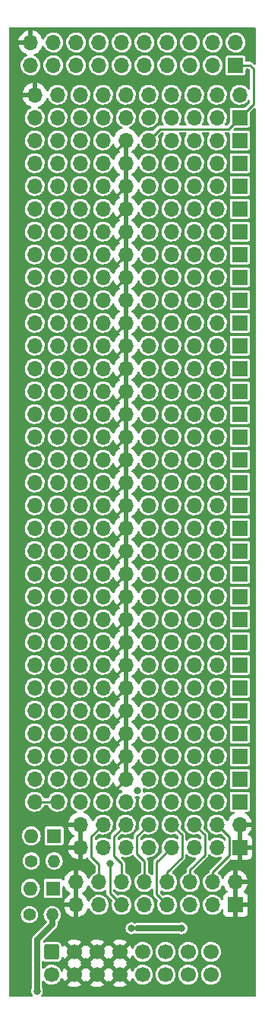
<source format=gbl>
%TF.GenerationSoftware,KiCad,Pcbnew,(6.0.1)*%
%TF.CreationDate,2022-11-11T07:30:48-05:00*%
%TF.ProjectId,ER-PROTO-02-DB,45522d50-524f-4544-9f2d-30322d44422e,1*%
%TF.SameCoordinates,Original*%
%TF.FileFunction,Copper,L2,Bot*%
%TF.FilePolarity,Positive*%
%FSLAX46Y46*%
G04 Gerber Fmt 4.6, Leading zero omitted, Abs format (unit mm)*
G04 Created by KiCad (PCBNEW (6.0.1)) date 2022-11-11 07:30:48*
%MOMM*%
%LPD*%
G01*
G04 APERTURE LIST*
G04 Aperture macros list*
%AMRoundRect*
0 Rectangle with rounded corners*
0 $1 Rounding radius*
0 $2 $3 $4 $5 $6 $7 $8 $9 X,Y pos of 4 corners*
0 Add a 4 corners polygon primitive as box body*
4,1,4,$2,$3,$4,$5,$6,$7,$8,$9,$2,$3,0*
0 Add four circle primitives for the rounded corners*
1,1,$1+$1,$2,$3*
1,1,$1+$1,$4,$5*
1,1,$1+$1,$6,$7*
1,1,$1+$1,$8,$9*
0 Add four rect primitives between the rounded corners*
20,1,$1+$1,$2,$3,$4,$5,0*
20,1,$1+$1,$4,$5,$6,$7,0*
20,1,$1+$1,$6,$7,$8,$9,0*
20,1,$1+$1,$8,$9,$2,$3,0*%
G04 Aperture macros list end*
%TA.AperFunction,ComponentPad*%
%ADD10C,1.400000*%
%TD*%
%TA.AperFunction,ComponentPad*%
%ADD11O,1.400000X1.400000*%
%TD*%
%TA.AperFunction,ComponentPad*%
%ADD12R,1.600000X1.600000*%
%TD*%
%TA.AperFunction,ComponentPad*%
%ADD13O,1.600000X1.600000*%
%TD*%
%TA.AperFunction,ComponentPad*%
%ADD14R,1.700000X1.700000*%
%TD*%
%TA.AperFunction,ComponentPad*%
%ADD15O,1.700000X1.700000*%
%TD*%
%TA.AperFunction,ComponentPad*%
%ADD16RoundRect,0.250000X-0.600000X0.600000X-0.600000X-0.600000X0.600000X-0.600000X0.600000X0.600000X0*%
%TD*%
%TA.AperFunction,ComponentPad*%
%ADD17C,1.700000*%
%TD*%
%TA.AperFunction,ViaPad*%
%ADD18C,0.800000*%
%TD*%
%TA.AperFunction,Conductor*%
%ADD19C,0.254000*%
%TD*%
%TA.AperFunction,Conductor*%
%ADD20C,0.250000*%
%TD*%
%TA.AperFunction,Conductor*%
%ADD21C,0.635000*%
%TD*%
G04 APERTURE END LIST*
D10*
%TO.P,R1,1*%
%TO.N,Net-(D1-Pad2)*%
X101015000Y-109093000D03*
D11*
%TO.P,R1,2*%
%TO.N,+12VA*%
X103555000Y-109093000D03*
%TD*%
D12*
%TO.P,D2,1,K*%
%TO.N,Net-(D2-Pad1)*%
X103759000Y-100330000D03*
D13*
%TO.P,D2,2,A*%
%TO.N,-12V*%
X101219000Y-100330000D03*
%TD*%
D10*
%TO.P,R2,1*%
%TO.N,-12VA*%
X101219000Y-103124000D03*
D11*
%TO.P,R2,2*%
%TO.N,Net-(D2-Pad1)*%
X103759000Y-103124000D03*
%TD*%
D12*
%TO.P,D1,1,K*%
%TO.N,+12V*%
X103660686Y-106172000D03*
D13*
%TO.P,D1,2,A*%
%TO.N,Net-(D1-Pad2)*%
X101120686Y-106172000D03*
%TD*%
D14*
%TO.P,J19,1,Pin_1*%
%TO.N,Net-(J19-Pad1)*%
X124460000Y-45720000D03*
D15*
%TO.P,J19,2,Pin_2*%
X121920000Y-45720000D03*
%TO.P,J19,3,Pin_3*%
X119380000Y-45720000D03*
%TO.P,J19,4,Pin_4*%
X116840000Y-45720000D03*
%TO.P,J19,5,Pin_5*%
%TO.N,+5V*%
X114300000Y-45720000D03*
%TO.P,J19,6,Pin_6*%
%TO.N,GND*%
X111760000Y-45720000D03*
%TO.P,J19,7,Pin_7*%
%TO.N,Net-(J19-Pad10)*%
X109220000Y-45720000D03*
%TO.P,J19,8,Pin_8*%
X106680000Y-45720000D03*
%TO.P,J19,9,Pin_9*%
X104140000Y-45720000D03*
%TO.P,J19,10,Pin_10*%
X101600000Y-45720000D03*
%TD*%
D14*
%TO.P,J11,1,Pin_1*%
%TO.N,Net-(J11-Pad2)*%
X124460000Y-43180000D03*
D15*
%TO.P,J11,2,Pin_2*%
X121920000Y-43180000D03*
%TO.P,J11,3,Pin_3*%
X119380000Y-43180000D03*
%TO.P,J11,4,Pin_4*%
X116840000Y-43180000D03*
%TO.P,J11,5,Pin_5*%
%TO.N,+5V*%
X114300000Y-43180000D03*
%TO.P,J11,6,Pin_6*%
%TO.N,GND*%
X111760000Y-43180000D03*
%TO.P,J11,7,Pin_7*%
%TO.N,Net-(J11-Pad10)*%
X109220000Y-43180000D03*
%TO.P,J11,8,Pin_8*%
X106680000Y-43180000D03*
%TO.P,J11,9,Pin_9*%
X104140000Y-43180000D03*
%TO.P,J11,10,Pin_10*%
X101600000Y-43180000D03*
%TD*%
D14*
%TO.P,J10,1,Pin_1*%
%TO.N,Net-(J10-Pad2)*%
X124460000Y-60960000D03*
D15*
%TO.P,J10,2,Pin_2*%
X121920000Y-60960000D03*
%TO.P,J10,3,Pin_3*%
X119380000Y-60960000D03*
%TO.P,J10,4,Pin_4*%
X116840000Y-60960000D03*
%TO.P,J10,5,Pin_5*%
%TO.N,+5V*%
X114300000Y-60960000D03*
%TO.P,J10,6,Pin_6*%
%TO.N,GND*%
X111760000Y-60960000D03*
%TO.P,J10,7,Pin_7*%
%TO.N,Net-(J10-Pad7)*%
X109220000Y-60960000D03*
%TO.P,J10,8,Pin_8*%
X106680000Y-60960000D03*
%TO.P,J10,9,Pin_9*%
X104140000Y-60960000D03*
%TO.P,J10,10,Pin_10*%
X101600000Y-60960000D03*
%TD*%
D14*
%TO.P,J4,1,Pin_1*%
%TO.N,Net-(J4-Pad2)*%
X124460000Y-88900000D03*
D15*
%TO.P,J4,2,Pin_2*%
X121920000Y-88900000D03*
%TO.P,J4,3,Pin_3*%
X119380000Y-88900000D03*
%TO.P,J4,4,Pin_4*%
X116840000Y-88900000D03*
%TO.P,J4,5,Pin_5*%
%TO.N,+5V*%
X114300000Y-88900000D03*
%TO.P,J4,6,Pin_6*%
%TO.N,GND*%
X111760000Y-88900000D03*
%TO.P,J4,7,Pin_7*%
%TO.N,Net-(J4-Pad7)*%
X109220000Y-88900000D03*
%TO.P,J4,8,Pin_8*%
X106680000Y-88900000D03*
%TO.P,J4,9,Pin_9*%
X104140000Y-88900000D03*
%TO.P,J4,10,Pin_10*%
X101600000Y-88900000D03*
%TD*%
%TO.P,J28,20,Pin_20*%
%TO.N,GND*%
X101600000Y-17780000D03*
%TO.P,J28,19,Pin_19*%
%TO.N,/POT1-3*%
X101600000Y-20320000D03*
%TO.P,J28,18,Pin_18*%
%TO.N,/POT1-2*%
X104140000Y-17780000D03*
%TO.P,J28,17,Pin_17*%
%TO.N,/POT1-1*%
X104140000Y-20320000D03*
%TO.P,J28,16,Pin_16*%
%TO.N,/POT3-3*%
X106680000Y-17780000D03*
%TO.P,J28,15,Pin_15*%
%TO.N,/POT3-2*%
X106680000Y-20320000D03*
%TO.P,J28,14,Pin_14*%
%TO.N,/POT3-1*%
X109220000Y-17780000D03*
%TO.P,J28,13,Pin_13*%
%TO.N,/POT5-3*%
X109220000Y-20320000D03*
%TO.P,J28,12,Pin_12*%
%TO.N,/POT5-2*%
X111760000Y-17780000D03*
%TO.P,J28,11,Pin_11*%
%TO.N,/POT5-1*%
X111760000Y-20320000D03*
%TO.P,J28,10,Pin_10*%
%TO.N,/POT2-3*%
X114300000Y-17780000D03*
%TO.P,J28,9,Pin_9*%
%TO.N,/POT2-2*%
X114300000Y-20320000D03*
%TO.P,J28,8,Pin_8*%
%TO.N,/POT2-1*%
X116840000Y-17780000D03*
%TO.P,J28,7,Pin_7*%
%TO.N,/POT4-3*%
X116840000Y-20320000D03*
%TO.P,J28,6,Pin_6*%
%TO.N,/POT4-2*%
X119380000Y-17780000D03*
%TO.P,J28,5,Pin_5*%
%TO.N,/POT4-1*%
X119380000Y-20320000D03*
%TO.P,J28,4,Pin_4*%
%TO.N,/POT6-3*%
X121920000Y-17780000D03*
%TO.P,J28,3,Pin_3*%
%TO.N,/POT6-2*%
X121920000Y-20320000D03*
%TO.P,J28,2,Pin_2*%
%TO.N,/POT6-1*%
X124460000Y-17780000D03*
D14*
%TO.P,J28,1,Pin_1*%
%TO.N,+5V*%
X124460000Y-20320000D03*
%TD*%
%TO.P,J21,1,Pin_1*%
%TO.N,Net-(J21-Pad2)*%
X124460000Y-86360000D03*
D15*
%TO.P,J21,2,Pin_2*%
X121920000Y-86360000D03*
%TO.P,J21,3,Pin_3*%
X119380000Y-86360000D03*
%TO.P,J21,4,Pin_4*%
X116840000Y-86360000D03*
%TO.P,J21,5,Pin_5*%
%TO.N,+5V*%
X114300000Y-86360000D03*
%TO.P,J21,6,Pin_6*%
%TO.N,GND*%
X111760000Y-86360000D03*
%TO.P,J21,7,Pin_7*%
%TO.N,Net-(J21-Pad7)*%
X109220000Y-86360000D03*
%TO.P,J21,8,Pin_8*%
X106680000Y-86360000D03*
%TO.P,J21,9,Pin_9*%
X104140000Y-86360000D03*
%TO.P,J21,10,Pin_10*%
X101600000Y-86360000D03*
%TD*%
D14*
%TO.P,J1,1,Pin_1*%
%TO.N,Net-(J1-Pad2)*%
X124460000Y-76200000D03*
D15*
%TO.P,J1,2,Pin_2*%
X121920000Y-76200000D03*
%TO.P,J1,3,Pin_3*%
X119380000Y-76200000D03*
%TO.P,J1,4,Pin_4*%
X116840000Y-76200000D03*
%TO.P,J1,5,Pin_5*%
%TO.N,+5V*%
X114300000Y-76200000D03*
%TO.P,J1,6,Pin_6*%
%TO.N,GND*%
X111760000Y-76200000D03*
%TO.P,J1,7,Pin_7*%
%TO.N,Net-(J1-Pad7)*%
X109220000Y-76200000D03*
%TO.P,J1,8,Pin_8*%
X106680000Y-76200000D03*
%TO.P,J1,9,Pin_9*%
X104140000Y-76200000D03*
%TO.P,J1,10,Pin_10*%
X101600000Y-76200000D03*
%TD*%
D14*
%TO.P,J36,1,Pin_1*%
%TO.N,Net-(J36-Pad2)*%
X124460000Y-22860000D03*
D15*
%TO.P,J36,2,Pin_2*%
X121920000Y-22860000D03*
%TO.P,J36,3,Pin_3*%
X119380000Y-22860000D03*
%TO.P,J36,4,Pin_4*%
X116840000Y-22860000D03*
%TO.P,J36,5,Pin_5*%
%TO.N,+5V*%
X114300000Y-22860000D03*
%TO.P,J36,6,Pin_6*%
%TO.N,GND*%
X111760000Y-22860000D03*
%TO.P,J36,7,Pin_7*%
%TO.N,Net-(J36-Pad10)*%
X109220000Y-22860000D03*
%TO.P,J36,8,Pin_8*%
X106680000Y-22860000D03*
%TO.P,J36,9,Pin_9*%
X104140000Y-22860000D03*
%TO.P,J36,10,Pin_10*%
X101600000Y-22860000D03*
%TD*%
D14*
%TO.P,J24,1,Pin_1*%
%TO.N,Net-(J24-Pad4)*%
X124460000Y-93980000D03*
D15*
%TO.P,J24,2,Pin_2*%
X121920000Y-93980000D03*
%TO.P,J24,3,Pin_3*%
X119380000Y-93980000D03*
%TO.P,J24,4,Pin_4*%
X116840000Y-93980000D03*
%TO.P,J24,5,Pin_5*%
%TO.N,+5V*%
X114300000Y-93980000D03*
%TO.P,J24,6,Pin_6*%
%TO.N,GND*%
X111760000Y-93980000D03*
%TO.P,J24,7,Pin_7*%
%TO.N,Net-(J24-Pad10)*%
X109220000Y-93980000D03*
%TO.P,J24,8,Pin_8*%
X106680000Y-93980000D03*
%TO.P,J24,9,Pin_9*%
X104140000Y-93980000D03*
%TO.P,J24,10,Pin_10*%
X101600000Y-93980000D03*
%TD*%
D14*
%TO.P,J14,1,Pin_1*%
%TO.N,Net-(J14-Pad1)*%
X124460000Y-78740000D03*
D15*
%TO.P,J14,2,Pin_2*%
X121920000Y-78740000D03*
%TO.P,J14,3,Pin_3*%
X119380000Y-78740000D03*
%TO.P,J14,4,Pin_4*%
X116840000Y-78740000D03*
%TO.P,J14,5,Pin_5*%
%TO.N,+5V*%
X114300000Y-78740000D03*
%TO.P,J14,6,Pin_6*%
%TO.N,GND*%
X111760000Y-78740000D03*
%TO.P,J14,7,Pin_7*%
%TO.N,Net-(J14-Pad10)*%
X109220000Y-78740000D03*
%TO.P,J14,8,Pin_8*%
X106680000Y-78740000D03*
%TO.P,J14,9,Pin_9*%
X104140000Y-78740000D03*
%TO.P,J14,10,Pin_10*%
X101600000Y-78740000D03*
%TD*%
D14*
%TO.P,J2,1,Pin_1*%
%TO.N,Net-(J2-Pad2)*%
X124460000Y-83820000D03*
D15*
%TO.P,J2,2,Pin_2*%
X121920000Y-83820000D03*
%TO.P,J2,3,Pin_3*%
X119380000Y-83820000D03*
%TO.P,J2,4,Pin_4*%
X116840000Y-83820000D03*
%TO.P,J2,5,Pin_5*%
%TO.N,+5V*%
X114300000Y-83820000D03*
%TO.P,J2,6,Pin_6*%
%TO.N,GND*%
X111760000Y-83820000D03*
%TO.P,J2,7,Pin_7*%
%TO.N,Net-(J2-Pad7)*%
X109220000Y-83820000D03*
%TO.P,J2,8,Pin_8*%
X106680000Y-83820000D03*
%TO.P,J2,9,Pin_9*%
X104140000Y-83820000D03*
%TO.P,J2,10,Pin_10*%
X101600000Y-83820000D03*
%TD*%
D14*
%TO.P,J32,1,Pin_1*%
%TO.N,Net-(J32-Pad2)*%
X124460000Y-30480000D03*
D15*
%TO.P,J32,2,Pin_2*%
X121920000Y-30480000D03*
%TO.P,J32,3,Pin_3*%
X119380000Y-30480000D03*
%TO.P,J32,4,Pin_4*%
X116840000Y-30480000D03*
%TO.P,J32,5,Pin_5*%
%TO.N,+5V*%
X114300000Y-30480000D03*
%TO.P,J32,6,Pin_6*%
%TO.N,GND*%
X111760000Y-30480000D03*
%TO.P,J32,7,Pin_7*%
%TO.N,Net-(J32-Pad7)*%
X109220000Y-30480000D03*
%TO.P,J32,8,Pin_8*%
X106680000Y-30480000D03*
%TO.P,J32,9,Pin_9*%
X104140000Y-30480000D03*
%TO.P,J32,10,Pin_10*%
X101600000Y-30480000D03*
%TD*%
D14*
%TO.P,J29,1,Pin_1*%
%TO.N,GND*%
X124460000Y-101600000D03*
D15*
%TO.P,J29,2,Pin_2*%
X124460000Y-99060000D03*
%TO.P,J29,3,Pin_3*%
%TO.N,/J6-R_N*%
X121920000Y-101600000D03*
%TO.P,J29,4,Pin_4*%
%TO.N,/J6-T*%
X121920000Y-99060000D03*
%TO.P,J29,5,Pin_5*%
%TO.N,/J4-R_N*%
X119380000Y-101600000D03*
%TO.P,J29,6,Pin_6*%
%TO.N,/J4-T*%
X119380000Y-99060000D03*
%TO.P,J29,7,Pin_7*%
%TO.N,/J2-R_N*%
X116840000Y-101600000D03*
%TO.P,J29,8,Pin_8*%
%TO.N,/J2-T*%
X116840000Y-99060000D03*
%TO.P,J29,9,Pin_9*%
%TO.N,/J1-R_N*%
X114300000Y-101600000D03*
%TO.P,J29,10,Pin_10*%
%TO.N,/J1-T*%
X114300000Y-99060000D03*
%TO.P,J29,11,Pin_11*%
%TO.N,/J3-R_N*%
X111760000Y-101600000D03*
%TO.P,J29,12,Pin_12*%
%TO.N,/J3-T*%
X111760000Y-99060000D03*
%TO.P,J29,13,Pin_13*%
%TO.N,/J5-R_N*%
X109220000Y-101600000D03*
%TO.P,J29,14,Pin_14*%
%TO.N,/J5-T*%
X109220000Y-99060000D03*
%TO.P,J29,15,Pin_15*%
%TO.N,GND*%
X106680000Y-101600000D03*
%TO.P,J29,16,Pin_16*%
X106680000Y-99060000D03*
%TD*%
D14*
%TO.P,J6,1,Pin_1*%
%TO.N,Net-(J6-Pad2)*%
X124460000Y-66040000D03*
D15*
%TO.P,J6,2,Pin_2*%
X121920000Y-66040000D03*
%TO.P,J6,3,Pin_3*%
X119380000Y-66040000D03*
%TO.P,J6,4,Pin_4*%
X116840000Y-66040000D03*
%TO.P,J6,5,Pin_5*%
%TO.N,+5V*%
X114300000Y-66040000D03*
%TO.P,J6,6,Pin_6*%
%TO.N,GND*%
X111760000Y-66040000D03*
%TO.P,J6,7,Pin_7*%
%TO.N,Net-(J6-Pad7)*%
X109220000Y-66040000D03*
%TO.P,J6,8,Pin_8*%
X106680000Y-66040000D03*
%TO.P,J6,9,Pin_9*%
X104140000Y-66040000D03*
%TO.P,J6,10,Pin_10*%
X101600000Y-66040000D03*
%TD*%
D14*
%TO.P,J20,1,Pin_1*%
%TO.N,Net-(J20-Pad1)*%
X124460000Y-71120000D03*
D15*
%TO.P,J20,2,Pin_2*%
X121920000Y-71120000D03*
%TO.P,J20,3,Pin_3*%
X119380000Y-71120000D03*
%TO.P,J20,4,Pin_4*%
X116840000Y-71120000D03*
%TO.P,J20,5,Pin_5*%
%TO.N,+5V*%
X114300000Y-71120000D03*
%TO.P,J20,6,Pin_6*%
%TO.N,GND*%
X111760000Y-71120000D03*
%TO.P,J20,7,Pin_7*%
%TO.N,Net-(J20-Pad9)*%
X109220000Y-71120000D03*
%TO.P,J20,8,Pin_8*%
X106680000Y-71120000D03*
%TO.P,J20,9,Pin_9*%
X104140000Y-71120000D03*
%TO.P,J20,10,Pin_10*%
X101600000Y-71120000D03*
%TD*%
D14*
%TO.P,J26,1,Pin_1*%
%TO.N,Net-(J26-Pad2)*%
X124460000Y-50800000D03*
D15*
%TO.P,J26,2,Pin_2*%
X121920000Y-50800000D03*
%TO.P,J26,3,Pin_3*%
X119380000Y-50800000D03*
%TO.P,J26,4,Pin_4*%
X116840000Y-50800000D03*
%TO.P,J26,5,Pin_5*%
%TO.N,+5V*%
X114300000Y-50800000D03*
%TO.P,J26,6,Pin_6*%
%TO.N,GND*%
X111760000Y-50800000D03*
%TO.P,J26,7,Pin_7*%
%TO.N,Net-(J26-Pad7)*%
X109220000Y-50800000D03*
%TO.P,J26,8,Pin_8*%
X106680000Y-50800000D03*
%TO.P,J26,9,Pin_9*%
X104140000Y-50800000D03*
%TO.P,J26,10,Pin_10*%
X101600000Y-50800000D03*
%TD*%
D14*
%TO.P,J12,1,Pin_1*%
%TO.N,Net-(J12-Pad1)*%
X124460000Y-58420000D03*
D15*
%TO.P,J12,2,Pin_2*%
X121920000Y-58420000D03*
%TO.P,J12,3,Pin_3*%
X119380000Y-58420000D03*
%TO.P,J12,4,Pin_4*%
X116840000Y-58420000D03*
%TO.P,J12,5,Pin_5*%
%TO.N,+5V*%
X114300000Y-58420000D03*
%TO.P,J12,6,Pin_6*%
%TO.N,GND*%
X111760000Y-58420000D03*
%TO.P,J12,7,Pin_7*%
%TO.N,Net-(J12-Pad7)*%
X109220000Y-58420000D03*
%TO.P,J12,8,Pin_8*%
X106680000Y-58420000D03*
%TO.P,J12,9,Pin_9*%
X104140000Y-58420000D03*
%TO.P,J12,10,Pin_10*%
X101600000Y-58420000D03*
%TD*%
D14*
%TO.P,J17,1,Pin_1*%
%TO.N,Net-(J17-Pad2)*%
X124460000Y-38100000D03*
D15*
%TO.P,J17,2,Pin_2*%
X121920000Y-38100000D03*
%TO.P,J17,3,Pin_3*%
X119380000Y-38100000D03*
%TO.P,J17,4,Pin_4*%
X116840000Y-38100000D03*
%TO.P,J17,5,Pin_5*%
%TO.N,+5V*%
X114300000Y-38100000D03*
%TO.P,J17,6,Pin_6*%
%TO.N,GND*%
X111760000Y-38100000D03*
%TO.P,J17,7,Pin_7*%
%TO.N,Net-(J17-Pad7)*%
X109220000Y-38100000D03*
%TO.P,J17,8,Pin_8*%
X106680000Y-38100000D03*
%TO.P,J17,9,Pin_9*%
X104140000Y-38100000D03*
%TO.P,J17,10,Pin_10*%
X101600000Y-38100000D03*
%TD*%
D14*
%TO.P,J22,1,Pin_1*%
%TO.N,Net-(J22-Pad1)*%
X124460000Y-91440000D03*
D15*
%TO.P,J22,2,Pin_2*%
X121920000Y-91440000D03*
%TO.P,J22,3,Pin_3*%
X119380000Y-91440000D03*
%TO.P,J22,4,Pin_4*%
X116840000Y-91440000D03*
%TO.P,J22,5,Pin_5*%
%TO.N,+5V*%
X114300000Y-91440000D03*
%TO.P,J22,6,Pin_6*%
%TO.N,GND*%
X111760000Y-91440000D03*
%TO.P,J22,7,Pin_7*%
%TO.N,Net-(J22-Pad10)*%
X109220000Y-91440000D03*
%TO.P,J22,8,Pin_8*%
X106680000Y-91440000D03*
%TO.P,J22,9,Pin_9*%
X104140000Y-91440000D03*
%TO.P,J22,10,Pin_10*%
X101600000Y-91440000D03*
%TD*%
D14*
%TO.P,J13,1,Pin_1*%
%TO.N,Net-(J13-Pad2)*%
X124460000Y-73660000D03*
D15*
%TO.P,J13,2,Pin_2*%
X121920000Y-73660000D03*
%TO.P,J13,3,Pin_3*%
X119380000Y-73660000D03*
%TO.P,J13,4,Pin_4*%
X116840000Y-73660000D03*
%TO.P,J13,5,Pin_5*%
%TO.N,+5V*%
X114300000Y-73660000D03*
%TO.P,J13,6,Pin_6*%
%TO.N,GND*%
X111760000Y-73660000D03*
%TO.P,J13,7,Pin_7*%
%TO.N,Net-(J13-Pad7)*%
X109220000Y-73660000D03*
%TO.P,J13,8,Pin_8*%
X106680000Y-73660000D03*
%TO.P,J13,9,Pin_9*%
X104140000Y-73660000D03*
%TO.P,J13,10,Pin_10*%
X101600000Y-73660000D03*
%TD*%
D14*
%TO.P,J31,1,Pin_1*%
%TO.N,Net-(J31-Pad1)*%
X124460000Y-27940000D03*
D15*
%TO.P,J31,2,Pin_2*%
X121920000Y-27940000D03*
%TO.P,J31,3,Pin_3*%
X119380000Y-27940000D03*
%TO.P,J31,4,Pin_4*%
X116840000Y-27940000D03*
%TO.P,J31,5,Pin_5*%
%TO.N,+5V*%
X114300000Y-27940000D03*
%TO.P,J31,6,Pin_6*%
%TO.N,GND*%
X111760000Y-27940000D03*
%TO.P,J31,7,Pin_7*%
%TO.N,Net-(J31-Pad10)*%
X109220000Y-27940000D03*
%TO.P,J31,8,Pin_8*%
X106680000Y-27940000D03*
%TO.P,J31,9,Pin_9*%
X104140000Y-27940000D03*
%TO.P,J31,10,Pin_10*%
X101600000Y-27940000D03*
%TD*%
D16*
%TO.P,J9,1,Pin_1*%
%TO.N,-12VA*%
X103500000Y-113247500D03*
D17*
%TO.P,J9,2,Pin_2*%
X103500000Y-115787500D03*
%TO.P,J9,3,Pin_3*%
%TO.N,GND*%
X106040000Y-113247500D03*
%TO.P,J9,4,Pin_4*%
X106040000Y-115787500D03*
%TO.P,J9,5,Pin_5*%
X108580000Y-113247500D03*
%TO.P,J9,6,Pin_6*%
X108580000Y-115787500D03*
%TO.P,J9,7,Pin_7*%
X111120000Y-113247500D03*
%TO.P,J9,8,Pin_8*%
X111120000Y-115787500D03*
%TO.P,J9,9,Pin_9*%
%TO.N,+12VA*%
X113660000Y-113247500D03*
%TO.P,J9,10,Pin_10*%
X113660000Y-115787500D03*
%TO.P,J9,11,Pin_11*%
%TO.N,+5V*%
X116200000Y-113247500D03*
%TO.P,J9,12,Pin_12*%
X116200000Y-115787500D03*
%TO.P,J9,13,Pin_13*%
%TO.N,/CV*%
X118740000Y-113247500D03*
%TO.P,J9,14,Pin_14*%
X118740000Y-115787500D03*
%TO.P,J9,15,Pin_15*%
%TO.N,/GATE*%
X121280000Y-113247500D03*
%TO.P,J9,16,Pin_16*%
X121280000Y-115787500D03*
%TD*%
D14*
%TO.P,J25,1,Pin_1*%
%TO.N,Net-(J25-Pad2)*%
X124460000Y-48260000D03*
D15*
%TO.P,J25,2,Pin_2*%
X121920000Y-48260000D03*
%TO.P,J25,3,Pin_3*%
X119380000Y-48260000D03*
%TO.P,J25,4,Pin_4*%
X116840000Y-48260000D03*
%TO.P,J25,5,Pin_5*%
%TO.N,+5V*%
X114300000Y-48260000D03*
%TO.P,J25,6,Pin_6*%
%TO.N,GND*%
X111760000Y-48260000D03*
%TO.P,J25,7,Pin_7*%
%TO.N,Net-(J25-Pad7)*%
X109220000Y-48260000D03*
%TO.P,J25,8,Pin_8*%
X106680000Y-48260000D03*
%TO.P,J25,9,Pin_9*%
X104140000Y-48260000D03*
%TO.P,J25,10,Pin_10*%
X101600000Y-48260000D03*
%TD*%
D14*
%TO.P,J18,1,Pin_1*%
%TO.N,Net-(J18-Pad2)*%
X124460000Y-40640000D03*
D15*
%TO.P,J18,2,Pin_2*%
X121920000Y-40640000D03*
%TO.P,J18,3,Pin_3*%
X119380000Y-40640000D03*
%TO.P,J18,4,Pin_4*%
X116840000Y-40640000D03*
%TO.P,J18,5,Pin_5*%
%TO.N,+5V*%
X114300000Y-40640000D03*
%TO.P,J18,6,Pin_6*%
%TO.N,GND*%
X111760000Y-40640000D03*
%TO.P,J18,7,Pin_7*%
%TO.N,Net-(J18-Pad7)*%
X109220000Y-40640000D03*
%TO.P,J18,8,Pin_8*%
X106680000Y-40640000D03*
%TO.P,J18,9,Pin_9*%
X104140000Y-40640000D03*
%TO.P,J18,10,Pin_10*%
X101600000Y-40640000D03*
%TD*%
D14*
%TO.P,J23,1,Pin_1*%
%TO.N,Net-(J23-Pad2)*%
X124460000Y-68580000D03*
D15*
%TO.P,J23,2,Pin_2*%
X121920000Y-68580000D03*
%TO.P,J23,3,Pin_3*%
X119380000Y-68580000D03*
%TO.P,J23,4,Pin_4*%
X116840000Y-68580000D03*
%TO.P,J23,5,Pin_5*%
%TO.N,+5V*%
X114300000Y-68580000D03*
%TO.P,J23,6,Pin_6*%
%TO.N,GND*%
X111760000Y-68580000D03*
%TO.P,J23,7,Pin_7*%
%TO.N,Net-(J23-Pad7)*%
X109220000Y-68580000D03*
%TO.P,J23,8,Pin_8*%
X106680000Y-68580000D03*
%TO.P,J23,9,Pin_9*%
X104140000Y-68580000D03*
%TO.P,J23,10,Pin_10*%
X101600000Y-68580000D03*
%TD*%
D14*
%TO.P,J27,1,Pin_1*%
%TO.N,Net-(J27-Pad1)*%
X124460000Y-81280000D03*
D15*
%TO.P,J27,2,Pin_2*%
X121920000Y-81280000D03*
%TO.P,J27,3,Pin_3*%
X119380000Y-81280000D03*
%TO.P,J27,4,Pin_4*%
X116840000Y-81280000D03*
%TO.P,J27,5,Pin_5*%
%TO.N,+5V*%
X114300000Y-81280000D03*
%TO.P,J27,6,Pin_6*%
%TO.N,GND*%
X111760000Y-81280000D03*
%TO.P,J27,7,Pin_7*%
%TO.N,Net-(J27-Pad7)*%
X109220000Y-81280000D03*
%TO.P,J27,8,Pin_8*%
X106680000Y-81280000D03*
%TO.P,J27,9,Pin_9*%
X104140000Y-81280000D03*
%TO.P,J27,10,Pin_10*%
X101600000Y-81280000D03*
%TD*%
D14*
%TO.P,J30,1,Pin_1*%
%TO.N,Net-(J30-Pad2)*%
X124460000Y-35560000D03*
D15*
%TO.P,J30,2,Pin_2*%
X121920000Y-35560000D03*
%TO.P,J30,3,Pin_3*%
X119380000Y-35560000D03*
%TO.P,J30,4,Pin_4*%
X116840000Y-35560000D03*
%TO.P,J30,5,Pin_5*%
%TO.N,+5V*%
X114300000Y-35560000D03*
%TO.P,J30,6,Pin_6*%
%TO.N,GND*%
X111760000Y-35560000D03*
%TO.P,J30,7,Pin_7*%
%TO.N,Net-(J30-Pad7)*%
X109220000Y-35560000D03*
%TO.P,J30,8,Pin_8*%
X106680000Y-35560000D03*
%TO.P,J30,9,Pin_9*%
X104140000Y-35560000D03*
%TO.P,J30,10,Pin_10*%
X101600000Y-35560000D03*
%TD*%
D14*
%TO.P,J5,1,Pin_1*%
%TO.N,Net-(J5-Pad2)*%
X124460000Y-55880000D03*
D15*
%TO.P,J5,2,Pin_2*%
X121920000Y-55880000D03*
%TO.P,J5,3,Pin_3*%
X119380000Y-55880000D03*
%TO.P,J5,4,Pin_4*%
X116840000Y-55880000D03*
%TO.P,J5,5,Pin_5*%
%TO.N,+5V*%
X114300000Y-55880000D03*
%TO.P,J5,6,Pin_6*%
%TO.N,GND*%
X111760000Y-55880000D03*
%TO.P,J5,7,Pin_7*%
%TO.N,Net-(J5-Pad10)*%
X109220000Y-55880000D03*
%TO.P,J5,8,Pin_8*%
X106680000Y-55880000D03*
%TO.P,J5,9,Pin_9*%
X104140000Y-55880000D03*
%TO.P,J5,10,Pin_10*%
X101600000Y-55880000D03*
%TD*%
D14*
%TO.P,J16,1,Pin_1*%
%TO.N,Net-(J16-Pad4)*%
X124460000Y-63500000D03*
D15*
%TO.P,J16,2,Pin_2*%
X121920000Y-63500000D03*
%TO.P,J16,3,Pin_3*%
X119380000Y-63500000D03*
%TO.P,J16,4,Pin_4*%
X116840000Y-63500000D03*
%TO.P,J16,5,Pin_5*%
%TO.N,+5V*%
X114300000Y-63500000D03*
%TO.P,J16,6,Pin_6*%
%TO.N,GND*%
X111760000Y-63500000D03*
%TO.P,J16,7,Pin_7*%
%TO.N,Net-(J16-Pad7)*%
X109220000Y-63500000D03*
%TO.P,J16,8,Pin_8*%
X106680000Y-63500000D03*
%TO.P,J16,9,Pin_9*%
X104140000Y-63500000D03*
%TO.P,J16,10,Pin_10*%
X101600000Y-63500000D03*
%TD*%
%TO.P,J8,20,Pin_20*%
%TO.N,GND*%
X101140000Y-11960000D03*
%TO.P,J8,19,Pin_19*%
%TO.N,/POT1-3*%
X101140000Y-14500000D03*
%TO.P,J8,18,Pin_18*%
%TO.N,/POT1-2*%
X103680000Y-11960000D03*
%TO.P,J8,17,Pin_17*%
%TO.N,/POT1-1*%
X103680000Y-14500000D03*
%TO.P,J8,16,Pin_16*%
%TO.N,/POT3-3*%
X106220000Y-11960000D03*
%TO.P,J8,15,Pin_15*%
%TO.N,/POT3-2*%
X106220000Y-14500000D03*
%TO.P,J8,14,Pin_14*%
%TO.N,/POT3-1*%
X108760000Y-11960000D03*
%TO.P,J8,13,Pin_13*%
%TO.N,/POT5-3*%
X108760000Y-14500000D03*
%TO.P,J8,12,Pin_12*%
%TO.N,/POT5-2*%
X111300000Y-11960000D03*
%TO.P,J8,11,Pin_11*%
%TO.N,/POT5-1*%
X111300000Y-14500000D03*
%TO.P,J8,10,Pin_10*%
%TO.N,/POT2-3*%
X113840000Y-11960000D03*
%TO.P,J8,9,Pin_9*%
%TO.N,/POT2-2*%
X113840000Y-14500000D03*
%TO.P,J8,8,Pin_8*%
%TO.N,/POT2-1*%
X116380000Y-11960000D03*
%TO.P,J8,7,Pin_7*%
%TO.N,/POT4-3*%
X116380000Y-14500000D03*
%TO.P,J8,6,Pin_6*%
%TO.N,/POT4-2*%
X118920000Y-11960000D03*
%TO.P,J8,5,Pin_5*%
%TO.N,/POT4-1*%
X118920000Y-14500000D03*
%TO.P,J8,4,Pin_4*%
%TO.N,/POT6-3*%
X121460000Y-11960000D03*
%TO.P,J8,3,Pin_3*%
%TO.N,/POT6-2*%
X121460000Y-14500000D03*
%TO.P,J8,2,Pin_2*%
%TO.N,/POT6-1*%
X124000000Y-11960000D03*
D14*
%TO.P,J8,1,Pin_1*%
%TO.N,+5V*%
X124000000Y-14500000D03*
%TD*%
%TO.P,J7,1,Pin_1*%
%TO.N,GND*%
X124000000Y-108000000D03*
D15*
%TO.P,J7,2,Pin_2*%
X124000000Y-105460000D03*
%TO.P,J7,3,Pin_3*%
%TO.N,/J6-R_N*%
X121460000Y-108000000D03*
%TO.P,J7,4,Pin_4*%
%TO.N,/J6-T*%
X121460000Y-105460000D03*
%TO.P,J7,5,Pin_5*%
%TO.N,/J4-R_N*%
X118920000Y-108000000D03*
%TO.P,J7,6,Pin_6*%
%TO.N,/J4-T*%
X118920000Y-105460000D03*
%TO.P,J7,7,Pin_7*%
%TO.N,/J2-R_N*%
X116380000Y-108000000D03*
%TO.P,J7,8,Pin_8*%
%TO.N,/J2-T*%
X116380000Y-105460000D03*
%TO.P,J7,9,Pin_9*%
%TO.N,/J1-R_N*%
X113840000Y-108000000D03*
%TO.P,J7,10,Pin_10*%
%TO.N,/J1-T*%
X113840000Y-105460000D03*
%TO.P,J7,11,Pin_11*%
%TO.N,/J3-R_N*%
X111300000Y-108000000D03*
%TO.P,J7,12,Pin_12*%
%TO.N,/J3-T*%
X111300000Y-105460000D03*
%TO.P,J7,13,Pin_13*%
%TO.N,/J5-R_N*%
X108760000Y-108000000D03*
%TO.P,J7,14,Pin_14*%
%TO.N,/J5-T*%
X108760000Y-105460000D03*
%TO.P,J7,15,Pin_15*%
%TO.N,GND*%
X106220000Y-108000000D03*
%TO.P,J7,16,Pin_16*%
X106220000Y-105460000D03*
%TD*%
D14*
%TO.P,J33,1,Pin_1*%
%TO.N,Net-(J33-Pad2)*%
X124460000Y-33020000D03*
D15*
%TO.P,J33,2,Pin_2*%
X121920000Y-33020000D03*
%TO.P,J33,3,Pin_3*%
X119380000Y-33020000D03*
%TO.P,J33,4,Pin_4*%
X116840000Y-33020000D03*
%TO.P,J33,5,Pin_5*%
%TO.N,+5V*%
X114300000Y-33020000D03*
%TO.P,J33,6,Pin_6*%
%TO.N,GND*%
X111760000Y-33020000D03*
%TO.P,J33,7,Pin_7*%
%TO.N,Net-(J33-Pad7)*%
X109220000Y-33020000D03*
%TO.P,J33,8,Pin_8*%
X106680000Y-33020000D03*
%TO.P,J33,9,Pin_9*%
X104140000Y-33020000D03*
%TO.P,J33,10,Pin_10*%
X101600000Y-33020000D03*
%TD*%
D14*
%TO.P,J15,1,Pin_1*%
%TO.N,+12V*%
X124460000Y-96520000D03*
D15*
%TO.P,J15,2,Pin_2*%
X121920000Y-96520000D03*
%TO.P,J15,3,Pin_3*%
X119380000Y-96520000D03*
%TO.P,J15,4,Pin_4*%
X116840000Y-96520000D03*
%TO.P,J15,5,Pin_5*%
X114300000Y-96520000D03*
%TO.P,J15,6,Pin_6*%
%TO.N,-12V*%
X111760000Y-96520000D03*
%TO.P,J15,7,Pin_7*%
X109220000Y-96520000D03*
%TO.P,J15,8,Pin_8*%
X106680000Y-96520000D03*
%TO.P,J15,9,Pin_9*%
X104140000Y-96520000D03*
%TO.P,J15,10,Pin_10*%
X101600000Y-96520000D03*
%TD*%
D14*
%TO.P,J3,1,Pin_1*%
%TO.N,Net-(J3-Pad2)*%
X124460000Y-53340000D03*
D15*
%TO.P,J3,2,Pin_2*%
X121920000Y-53340000D03*
%TO.P,J3,3,Pin_3*%
X119380000Y-53340000D03*
%TO.P,J3,4,Pin_4*%
X116840000Y-53340000D03*
%TO.P,J3,5,Pin_5*%
%TO.N,+5V*%
X114300000Y-53340000D03*
%TO.P,J3,6,Pin_6*%
%TO.N,GND*%
X111760000Y-53340000D03*
%TO.P,J3,7,Pin_7*%
%TO.N,Net-(J3-Pad7)*%
X109220000Y-53340000D03*
%TO.P,J3,8,Pin_8*%
X106680000Y-53340000D03*
%TO.P,J3,9,Pin_9*%
X104140000Y-53340000D03*
%TO.P,J3,10,Pin_10*%
X101600000Y-53340000D03*
%TD*%
D14*
%TO.P,J35,1,Pin_1*%
%TO.N,Net-(J35-Pad1)*%
X124460000Y-25400000D03*
D15*
%TO.P,J35,2,Pin_2*%
X121920000Y-25400000D03*
%TO.P,J35,3,Pin_3*%
X119380000Y-25400000D03*
%TO.P,J35,4,Pin_4*%
X116840000Y-25400000D03*
%TO.P,J35,5,Pin_5*%
%TO.N,+5V*%
X114300000Y-25400000D03*
%TO.P,J35,6,Pin_6*%
%TO.N,GND*%
X111760000Y-25400000D03*
%TO.P,J35,7,Pin_7*%
%TO.N,Net-(J35-Pad10)*%
X109220000Y-25400000D03*
%TO.P,J35,8,Pin_8*%
X106680000Y-25400000D03*
%TO.P,J35,9,Pin_9*%
X104140000Y-25400000D03*
%TO.P,J35,10,Pin_10*%
X101600000Y-25400000D03*
%TD*%
D18*
%TO.N,+5V*%
X113030000Y-95250000D03*
%TO.N,GND*%
X102870000Y-97790000D03*
%TO.N,/J3-R_N*%
X109982000Y-103378000D03*
%TO.N,+12V*%
X117983000Y-110617000D03*
X112395000Y-110617000D03*
%TO.N,+12VA*%
X101854000Y-117602000D03*
%TD*%
D19*
%TO.N,-12V*%
X101600000Y-96520000D02*
X104140000Y-96520000D01*
D20*
%TO.N,/J1-T*%
X112990000Y-100370000D02*
X114300000Y-99060000D01*
X113840000Y-103172000D02*
X112990000Y-102322000D01*
X112990000Y-102322000D02*
X112990000Y-100370000D01*
X113840000Y-105460000D02*
X113840000Y-103172000D01*
%TO.N,/J2-T*%
X116840000Y-99060000D02*
X118014511Y-100234511D01*
X116380000Y-105460000D02*
X116380000Y-104346000D01*
X118014511Y-100234511D02*
X118014511Y-102711489D01*
X116380000Y-104346000D02*
X118014511Y-102711489D01*
%TO.N,/J3-T*%
X110450000Y-102576000D02*
X110450000Y-100370000D01*
X111300000Y-105460000D02*
X111300000Y-103426000D01*
X111300000Y-103426000D02*
X110450000Y-102576000D01*
X110450000Y-100370000D02*
X111760000Y-99060000D01*
%TO.N,/J4-T*%
X119380000Y-99060000D02*
X120554511Y-100234511D01*
X118920000Y-105460000D02*
X118920000Y-104092000D01*
X120554511Y-100234511D02*
X120554511Y-102457489D01*
X118920000Y-104092000D02*
X120554511Y-102457489D01*
%TO.N,GND*%
X111760000Y-58420000D02*
X110490000Y-59690000D01*
X111760000Y-35560000D02*
X110490000Y-36830000D01*
X111760000Y-22860000D02*
X110490000Y-24130000D01*
X111760000Y-50800000D02*
X110490000Y-52070000D01*
X111760000Y-66040000D02*
X110490000Y-67310000D01*
X111760000Y-53340000D02*
X110490000Y-54610000D01*
X111760000Y-43180000D02*
X110490000Y-44450000D01*
X110490000Y-87630000D02*
X111760000Y-86360000D01*
X111760000Y-81280000D02*
X110490000Y-82550000D01*
X111760000Y-78740000D02*
X110744000Y-79756000D01*
X111760000Y-33020000D02*
X110490000Y-34290000D01*
X110490000Y-57150000D02*
X111760000Y-55880000D01*
X111760000Y-73660000D02*
X110490000Y-74930000D01*
X111760000Y-88900000D02*
X110490000Y-90170000D01*
X111760000Y-27940000D02*
X110490000Y-29210000D01*
X111760000Y-45720000D02*
X110490000Y-46990000D01*
X111760000Y-38100000D02*
X110490000Y-39370000D01*
X111760000Y-60960000D02*
X110490000Y-62230000D01*
X111760000Y-71120000D02*
X110490000Y-72390000D01*
X111760000Y-83820000D02*
X110490000Y-85090000D01*
X111760000Y-91440000D02*
X110490000Y-92710000D01*
X111760000Y-30480000D02*
X110490000Y-31750000D01*
X111760000Y-68580000D02*
X110490000Y-69850000D01*
X111760000Y-48260000D02*
X110490000Y-49530000D01*
X111760000Y-93980000D02*
X110490000Y-95250000D01*
X111760000Y-76200000D02*
X110490000Y-77470000D01*
X111760000Y-63500000D02*
X110490000Y-64770000D01*
%TO.N,/J2-R_N*%
X115205489Y-106825489D02*
X115205489Y-103234511D01*
X116380000Y-108000000D02*
X115205489Y-106825489D01*
X115205489Y-103234511D02*
X116840000Y-101600000D01*
%TO.N,/J3-R_N*%
X109982000Y-103378000D02*
X109982000Y-106682000D01*
X109982000Y-106682000D02*
X111300000Y-108000000D01*
%TO.N,/J6-T*%
X121460000Y-104346000D02*
X123285489Y-102520511D01*
X123285489Y-100425489D02*
X123285489Y-102520511D01*
X121920000Y-99060000D02*
X123285489Y-100425489D01*
X121460000Y-105460000D02*
X121460000Y-104346000D01*
%TO.N,/J5-T*%
X107910000Y-100370000D02*
X109220000Y-99060000D01*
X108760000Y-103506000D02*
X107910000Y-102656000D01*
X107910000Y-102656000D02*
X107910000Y-100370000D01*
X108760000Y-105460000D02*
X108760000Y-103506000D01*
D21*
%TO.N,+12V*%
X113030000Y-110617000D02*
X117983000Y-110617000D01*
D20*
%TO.N,+5V*%
X125625000Y-14500000D02*
X124000000Y-14500000D01*
X124460000Y-20320000D02*
X125984000Y-18796000D01*
X114300000Y-22860000D02*
X115570000Y-21590000D01*
X123190000Y-21590000D02*
X124460000Y-20320000D01*
X125984000Y-18796000D02*
X125984000Y-14859000D01*
X115570000Y-21590000D02*
X123190000Y-21590000D01*
X125984000Y-14859000D02*
X125625000Y-14500000D01*
D21*
%TO.N,+12VA*%
X101854000Y-111887000D02*
X103555000Y-110186000D01*
X103555000Y-110186000D02*
X103555000Y-109474000D01*
X101854000Y-117602000D02*
X101854000Y-111887000D01*
%TD*%
%TA.AperFunction,Conductor*%
%TO.N,GND*%
G36*
X126188121Y-10274002D02*
G01*
X126234614Y-10327658D01*
X126246000Y-10380000D01*
X126246000Y-14280116D01*
X126225998Y-14348237D01*
X126172342Y-14394730D01*
X126102068Y-14404834D01*
X126037488Y-14375340D01*
X126030905Y-14369211D01*
X125931478Y-14269784D01*
X125916336Y-14251036D01*
X125915221Y-14249811D01*
X125909571Y-14241060D01*
X125901393Y-14234613D01*
X125901391Y-14234611D01*
X125883200Y-14220271D01*
X125878759Y-14216325D01*
X125878697Y-14216398D01*
X125874733Y-14213039D01*
X125871056Y-14209362D01*
X125855308Y-14198108D01*
X125850638Y-14194602D01*
X125810353Y-14162844D01*
X125801719Y-14159812D01*
X125794266Y-14154486D01*
X125745150Y-14139797D01*
X125739508Y-14137964D01*
X125698633Y-14123610D01*
X125698632Y-14123610D01*
X125691149Y-14120982D01*
X125685584Y-14120500D01*
X125682876Y-14120500D01*
X125680242Y-14120386D01*
X125680144Y-14120357D01*
X125680151Y-14120193D01*
X125679447Y-14120149D01*
X125673222Y-14118287D01*
X125619365Y-14120403D01*
X125614418Y-14120500D01*
X125230499Y-14120500D01*
X125162378Y-14100498D01*
X125115885Y-14046842D01*
X125104499Y-13994500D01*
X125104499Y-13624934D01*
X125089734Y-13550699D01*
X125063654Y-13511667D01*
X125040377Y-13476832D01*
X125033484Y-13466516D01*
X124949301Y-13410266D01*
X124875067Y-13395500D01*
X124000142Y-13395500D01*
X123124934Y-13395501D01*
X123089182Y-13402612D01*
X123062874Y-13407844D01*
X123062872Y-13407845D01*
X123050699Y-13410266D01*
X123040379Y-13417161D01*
X123040378Y-13417162D01*
X122979985Y-13457516D01*
X122966516Y-13466516D01*
X122910266Y-13550699D01*
X122895500Y-13624933D01*
X122895501Y-15375066D01*
X122910266Y-15449301D01*
X122917161Y-15459620D01*
X122917162Y-15459622D01*
X122957516Y-15520015D01*
X122966516Y-15533484D01*
X123050699Y-15589734D01*
X123124933Y-15604500D01*
X123999858Y-15604500D01*
X124875066Y-15604499D01*
X124910818Y-15597388D01*
X124937126Y-15592156D01*
X124937128Y-15592155D01*
X124949301Y-15589734D01*
X124959621Y-15582839D01*
X124959622Y-15582838D01*
X125023168Y-15540377D01*
X125033484Y-15533484D01*
X125089734Y-15449301D01*
X125104500Y-15375067D01*
X125104500Y-15005500D01*
X125124502Y-14937379D01*
X125178158Y-14890886D01*
X125230500Y-14879500D01*
X125415616Y-14879500D01*
X125483737Y-14899502D01*
X125504711Y-14916405D01*
X125567595Y-14979289D01*
X125601621Y-15041601D01*
X125604500Y-15068384D01*
X125604500Y-17087229D01*
X125584498Y-17155350D01*
X125530842Y-17201843D01*
X125460568Y-17211947D01*
X125395988Y-17182453D01*
X125377542Y-17162618D01*
X125287777Y-17042409D01*
X125284320Y-17037779D01*
X125135258Y-16899987D01*
X125130375Y-16896906D01*
X125130371Y-16896903D01*
X124968464Y-16794748D01*
X124963581Y-16791667D01*
X124775039Y-16716446D01*
X124769379Y-16715320D01*
X124769375Y-16715319D01*
X124581613Y-16677971D01*
X124581610Y-16677971D01*
X124575946Y-16676844D01*
X124570171Y-16676768D01*
X124570167Y-16676768D01*
X124468793Y-16675441D01*
X124372971Y-16674187D01*
X124367274Y-16675166D01*
X124367273Y-16675166D01*
X124178607Y-16707585D01*
X124172910Y-16708564D01*
X123982463Y-16778824D01*
X123808010Y-16882612D01*
X123803670Y-16886418D01*
X123803666Y-16886421D01*
X123659733Y-17012648D01*
X123655392Y-17016455D01*
X123529720Y-17175869D01*
X123527031Y-17180980D01*
X123527029Y-17180983D01*
X123516054Y-17201843D01*
X123435203Y-17355515D01*
X123375007Y-17549378D01*
X123351148Y-17750964D01*
X123364424Y-17953522D01*
X123365845Y-17959118D01*
X123365846Y-17959123D01*
X123384863Y-18034000D01*
X123414392Y-18150269D01*
X123416809Y-18155512D01*
X123454010Y-18236208D01*
X123499377Y-18334616D01*
X123502710Y-18339332D01*
X123578248Y-18446216D01*
X123616533Y-18500389D01*
X123761938Y-18642035D01*
X123930720Y-18754812D01*
X123936023Y-18757090D01*
X123936026Y-18757092D01*
X124111921Y-18832662D01*
X124117228Y-18834942D01*
X124190244Y-18851464D01*
X124309579Y-18878467D01*
X124309584Y-18878468D01*
X124315216Y-18879742D01*
X124320987Y-18879969D01*
X124320989Y-18879969D01*
X124380756Y-18882317D01*
X124518053Y-18887712D01*
X124618499Y-18873148D01*
X124713231Y-18859413D01*
X124713236Y-18859412D01*
X124718945Y-18858584D01*
X124724409Y-18856729D01*
X124724414Y-18856728D01*
X124905693Y-18795192D01*
X124905698Y-18795190D01*
X124911165Y-18793334D01*
X125088276Y-18694147D01*
X125150934Y-18642035D01*
X125217567Y-18586616D01*
X125244345Y-18564345D01*
X125316837Y-18477183D01*
X125370453Y-18412718D01*
X125370455Y-18412715D01*
X125374147Y-18408276D01*
X125375445Y-18405959D01*
X125429723Y-18361787D01*
X125500276Y-18353859D01*
X125563915Y-18385333D01*
X125600435Y-18446216D01*
X125604500Y-18477963D01*
X125604500Y-18586616D01*
X125584498Y-18654737D01*
X125567595Y-18675711D01*
X125064711Y-19178595D01*
X125002399Y-19212621D01*
X124975616Y-19215500D01*
X123737899Y-19215501D01*
X123584934Y-19215501D01*
X123549182Y-19222612D01*
X123522874Y-19227844D01*
X123522872Y-19227845D01*
X123510699Y-19230266D01*
X123500379Y-19237161D01*
X123500378Y-19237162D01*
X123439985Y-19277516D01*
X123426516Y-19286516D01*
X123370266Y-19370699D01*
X123355500Y-19444933D01*
X123355500Y-19451120D01*
X123355501Y-20835615D01*
X123335499Y-20903736D01*
X123318596Y-20924710D01*
X123069711Y-21173595D01*
X123007399Y-21207621D01*
X122980616Y-21210500D01*
X122884734Y-21210500D01*
X122816613Y-21190498D01*
X122770120Y-21136842D01*
X122760016Y-21066568D01*
X122787860Y-21003931D01*
X122830449Y-20952724D01*
X122830456Y-20952714D01*
X122834147Y-20948276D01*
X122933334Y-20771165D01*
X122935190Y-20765698D01*
X122935192Y-20765693D01*
X122996728Y-20584414D01*
X122996729Y-20584409D01*
X122998584Y-20578945D01*
X122999412Y-20573236D01*
X122999413Y-20573231D01*
X123027179Y-20381727D01*
X123027712Y-20378053D01*
X123029232Y-20320000D01*
X123010658Y-20117859D01*
X123009090Y-20112299D01*
X122957125Y-19928046D01*
X122957124Y-19928044D01*
X122955557Y-19922487D01*
X122944978Y-19901033D01*
X122868331Y-19745609D01*
X122865776Y-19740428D01*
X122744320Y-19577779D01*
X122595258Y-19439987D01*
X122590375Y-19436906D01*
X122590371Y-19436903D01*
X122428464Y-19334748D01*
X122423581Y-19331667D01*
X122235039Y-19256446D01*
X122229379Y-19255320D01*
X122229375Y-19255319D01*
X122041613Y-19217971D01*
X122041610Y-19217971D01*
X122035946Y-19216844D01*
X122030171Y-19216768D01*
X122030167Y-19216768D01*
X121928793Y-19215441D01*
X121832971Y-19214187D01*
X121827274Y-19215166D01*
X121827273Y-19215166D01*
X121638607Y-19247585D01*
X121632910Y-19248564D01*
X121442463Y-19318824D01*
X121268010Y-19422612D01*
X121263670Y-19426418D01*
X121263666Y-19426421D01*
X121119733Y-19552648D01*
X121115392Y-19556455D01*
X120989720Y-19715869D01*
X120987031Y-19720980D01*
X120987029Y-19720983D01*
X120974073Y-19745609D01*
X120895203Y-19895515D01*
X120835007Y-20089378D01*
X120811148Y-20290964D01*
X120824424Y-20493522D01*
X120825845Y-20499118D01*
X120825846Y-20499123D01*
X120846119Y-20578945D01*
X120874392Y-20690269D01*
X120876809Y-20695512D01*
X120914010Y-20776208D01*
X120959377Y-20874616D01*
X120962710Y-20879332D01*
X121056314Y-21011780D01*
X121079295Y-21078955D01*
X121062310Y-21147890D01*
X121010753Y-21196699D01*
X120953417Y-21210500D01*
X120344734Y-21210500D01*
X120276613Y-21190498D01*
X120230120Y-21136842D01*
X120220016Y-21066568D01*
X120247860Y-21003931D01*
X120290449Y-20952724D01*
X120290456Y-20952714D01*
X120294147Y-20948276D01*
X120393334Y-20771165D01*
X120395190Y-20765698D01*
X120395192Y-20765693D01*
X120456728Y-20584414D01*
X120456729Y-20584409D01*
X120458584Y-20578945D01*
X120459412Y-20573236D01*
X120459413Y-20573231D01*
X120487179Y-20381727D01*
X120487712Y-20378053D01*
X120489232Y-20320000D01*
X120470658Y-20117859D01*
X120469090Y-20112299D01*
X120417125Y-19928046D01*
X120417124Y-19928044D01*
X120415557Y-19922487D01*
X120404978Y-19901033D01*
X120328331Y-19745609D01*
X120325776Y-19740428D01*
X120204320Y-19577779D01*
X120055258Y-19439987D01*
X120050375Y-19436906D01*
X120050371Y-19436903D01*
X119888464Y-19334748D01*
X119883581Y-19331667D01*
X119695039Y-19256446D01*
X119689379Y-19255320D01*
X119689375Y-19255319D01*
X119501613Y-19217971D01*
X119501610Y-19217971D01*
X119495946Y-19216844D01*
X119490171Y-19216768D01*
X119490167Y-19216768D01*
X119388793Y-19215441D01*
X119292971Y-19214187D01*
X119287274Y-19215166D01*
X119287273Y-19215166D01*
X119098607Y-19247585D01*
X119092910Y-19248564D01*
X118902463Y-19318824D01*
X118728010Y-19422612D01*
X118723670Y-19426418D01*
X118723666Y-19426421D01*
X118579733Y-19552648D01*
X118575392Y-19556455D01*
X118449720Y-19715869D01*
X118447031Y-19720980D01*
X118447029Y-19720983D01*
X118434073Y-19745609D01*
X118355203Y-19895515D01*
X118295007Y-20089378D01*
X118271148Y-20290964D01*
X118284424Y-20493522D01*
X118285845Y-20499118D01*
X118285846Y-20499123D01*
X118306119Y-20578945D01*
X118334392Y-20690269D01*
X118336809Y-20695512D01*
X118374010Y-20776208D01*
X118419377Y-20874616D01*
X118422710Y-20879332D01*
X118516314Y-21011780D01*
X118539295Y-21078955D01*
X118522310Y-21147890D01*
X118470753Y-21196699D01*
X118413417Y-21210500D01*
X117804734Y-21210500D01*
X117736613Y-21190498D01*
X117690120Y-21136842D01*
X117680016Y-21066568D01*
X117707860Y-21003931D01*
X117750449Y-20952724D01*
X117750456Y-20952714D01*
X117754147Y-20948276D01*
X117853334Y-20771165D01*
X117855190Y-20765698D01*
X117855192Y-20765693D01*
X117916728Y-20584414D01*
X117916729Y-20584409D01*
X117918584Y-20578945D01*
X117919412Y-20573236D01*
X117919413Y-20573231D01*
X117947179Y-20381727D01*
X117947712Y-20378053D01*
X117949232Y-20320000D01*
X117930658Y-20117859D01*
X117929090Y-20112299D01*
X117877125Y-19928046D01*
X117877124Y-19928044D01*
X117875557Y-19922487D01*
X117864978Y-19901033D01*
X117788331Y-19745609D01*
X117785776Y-19740428D01*
X117664320Y-19577779D01*
X117515258Y-19439987D01*
X117510375Y-19436906D01*
X117510371Y-19436903D01*
X117348464Y-19334748D01*
X117343581Y-19331667D01*
X117155039Y-19256446D01*
X117149379Y-19255320D01*
X117149375Y-19255319D01*
X116961613Y-19217971D01*
X116961610Y-19217971D01*
X116955946Y-19216844D01*
X116950171Y-19216768D01*
X116950167Y-19216768D01*
X116848793Y-19215441D01*
X116752971Y-19214187D01*
X116747274Y-19215166D01*
X116747273Y-19215166D01*
X116558607Y-19247585D01*
X116552910Y-19248564D01*
X116362463Y-19318824D01*
X116188010Y-19422612D01*
X116183670Y-19426418D01*
X116183666Y-19426421D01*
X116039733Y-19552648D01*
X116035392Y-19556455D01*
X115909720Y-19715869D01*
X115907031Y-19720980D01*
X115907029Y-19720983D01*
X115894073Y-19745609D01*
X115815203Y-19895515D01*
X115755007Y-20089378D01*
X115731148Y-20290964D01*
X115744424Y-20493522D01*
X115745845Y-20499118D01*
X115745846Y-20499123D01*
X115766119Y-20578945D01*
X115794392Y-20690269D01*
X115796809Y-20695512D01*
X115834010Y-20776208D01*
X115879377Y-20874616D01*
X115882710Y-20879332D01*
X115976314Y-21011780D01*
X115999295Y-21078955D01*
X115982310Y-21147890D01*
X115930753Y-21196699D01*
X115873417Y-21210500D01*
X115623920Y-21210500D01*
X115599973Y-21207951D01*
X115598307Y-21207872D01*
X115588124Y-21205680D01*
X115577782Y-21206904D01*
X115577779Y-21206904D01*
X115554787Y-21209626D01*
X115548846Y-21209977D01*
X115548854Y-21210072D01*
X115543674Y-21210500D01*
X115538476Y-21210500D01*
X115533354Y-21211353D01*
X115533349Y-21211353D01*
X115519427Y-21213671D01*
X115513550Y-21214508D01*
X115507049Y-21215277D01*
X115472997Y-21219307D01*
X115472995Y-21219308D01*
X115462659Y-21220531D01*
X115454410Y-21224492D01*
X115445374Y-21225996D01*
X115436205Y-21230943D01*
X115436203Y-21230944D01*
X115400240Y-21250348D01*
X115394951Y-21253043D01*
X115361094Y-21269301D01*
X115348768Y-21275220D01*
X115344492Y-21278814D01*
X115342552Y-21280754D01*
X115340641Y-21282507D01*
X115340551Y-21282556D01*
X115340439Y-21282433D01*
X115339904Y-21282905D01*
X115334186Y-21285990D01*
X115327119Y-21293635D01*
X115297584Y-21325586D01*
X115294154Y-21329152D01*
X114825144Y-21798162D01*
X114762832Y-21832188D01*
X114689360Y-21826097D01*
X114615039Y-21796446D01*
X114609379Y-21795320D01*
X114609375Y-21795319D01*
X114421613Y-21757971D01*
X114421610Y-21757971D01*
X114415946Y-21756844D01*
X114410171Y-21756768D01*
X114410167Y-21756768D01*
X114308793Y-21755441D01*
X114212971Y-21754187D01*
X114207274Y-21755166D01*
X114207273Y-21755166D01*
X114119397Y-21770266D01*
X114012910Y-21788564D01*
X113822463Y-21858824D01*
X113648010Y-21962612D01*
X113643670Y-21966418D01*
X113643666Y-21966421D01*
X113565487Y-22034983D01*
X113495392Y-22096455D01*
X113369720Y-22255869D01*
X113367031Y-22260980D01*
X113367029Y-22260983D01*
X113277589Y-22430980D01*
X113228170Y-22481952D01*
X113159037Y-22498115D01*
X113092141Y-22474336D01*
X113052003Y-22419973D01*
X113049955Y-22420863D01*
X112962972Y-22220814D01*
X112958105Y-22211739D01*
X112842426Y-22032926D01*
X112836136Y-22024757D01*
X112692806Y-21867240D01*
X112685273Y-21860215D01*
X112518139Y-21728222D01*
X112509552Y-21722517D01*
X112323117Y-21619599D01*
X112313705Y-21615369D01*
X112199391Y-21574888D01*
X112141855Y-21533294D01*
X112115939Y-21467196D01*
X112129873Y-21397580D01*
X112179232Y-21346549D01*
X112200943Y-21336804D01*
X112211165Y-21333334D01*
X112218633Y-21329152D01*
X112325504Y-21269301D01*
X112388276Y-21234147D01*
X112398077Y-21225996D01*
X112539913Y-21108031D01*
X112544345Y-21104345D01*
X112674147Y-20948276D01*
X112773334Y-20771165D01*
X112775190Y-20765698D01*
X112775192Y-20765693D01*
X112836728Y-20584414D01*
X112836729Y-20584409D01*
X112838584Y-20578945D01*
X112839412Y-20573236D01*
X112839413Y-20573231D01*
X112867179Y-20381727D01*
X112867712Y-20378053D01*
X112869232Y-20320000D01*
X112866564Y-20290964D01*
X113191148Y-20290964D01*
X113204424Y-20493522D01*
X113205845Y-20499118D01*
X113205846Y-20499123D01*
X113226119Y-20578945D01*
X113254392Y-20690269D01*
X113256809Y-20695512D01*
X113294010Y-20776208D01*
X113339377Y-20874616D01*
X113456533Y-21040389D01*
X113601938Y-21182035D01*
X113770720Y-21294812D01*
X113776023Y-21297090D01*
X113776026Y-21297092D01*
X113891141Y-21346549D01*
X113957228Y-21374942D01*
X114030244Y-21391464D01*
X114149579Y-21418467D01*
X114149584Y-21418468D01*
X114155216Y-21419742D01*
X114160987Y-21419969D01*
X114160989Y-21419969D01*
X114220756Y-21422317D01*
X114358053Y-21427712D01*
X114465341Y-21412156D01*
X114553231Y-21399413D01*
X114553236Y-21399412D01*
X114558945Y-21398584D01*
X114564409Y-21396729D01*
X114564414Y-21396728D01*
X114745693Y-21335192D01*
X114745698Y-21335190D01*
X114751165Y-21333334D01*
X114758633Y-21329152D01*
X114865504Y-21269301D01*
X114928276Y-21234147D01*
X114938077Y-21225996D01*
X115079913Y-21108031D01*
X115084345Y-21104345D01*
X115214147Y-20948276D01*
X115313334Y-20771165D01*
X115315190Y-20765698D01*
X115315192Y-20765693D01*
X115376728Y-20584414D01*
X115376729Y-20584409D01*
X115378584Y-20578945D01*
X115379412Y-20573236D01*
X115379413Y-20573231D01*
X115407179Y-20381727D01*
X115407712Y-20378053D01*
X115409232Y-20320000D01*
X115390658Y-20117859D01*
X115389090Y-20112299D01*
X115337125Y-19928046D01*
X115337124Y-19928044D01*
X115335557Y-19922487D01*
X115324978Y-19901033D01*
X115248331Y-19745609D01*
X115245776Y-19740428D01*
X115124320Y-19577779D01*
X114975258Y-19439987D01*
X114970375Y-19436906D01*
X114970371Y-19436903D01*
X114808464Y-19334748D01*
X114803581Y-19331667D01*
X114615039Y-19256446D01*
X114609379Y-19255320D01*
X114609375Y-19255319D01*
X114421613Y-19217971D01*
X114421610Y-19217971D01*
X114415946Y-19216844D01*
X114410171Y-19216768D01*
X114410167Y-19216768D01*
X114308793Y-19215441D01*
X114212971Y-19214187D01*
X114207274Y-19215166D01*
X114207273Y-19215166D01*
X114018607Y-19247585D01*
X114012910Y-19248564D01*
X113822463Y-19318824D01*
X113648010Y-19422612D01*
X113643670Y-19426418D01*
X113643666Y-19426421D01*
X113499733Y-19552648D01*
X113495392Y-19556455D01*
X113369720Y-19715869D01*
X113367031Y-19720980D01*
X113367029Y-19720983D01*
X113354073Y-19745609D01*
X113275203Y-19895515D01*
X113215007Y-20089378D01*
X113191148Y-20290964D01*
X112866564Y-20290964D01*
X112850658Y-20117859D01*
X112849090Y-20112299D01*
X112797125Y-19928046D01*
X112797124Y-19928044D01*
X112795557Y-19922487D01*
X112784978Y-19901033D01*
X112708331Y-19745609D01*
X112705776Y-19740428D01*
X112584320Y-19577779D01*
X112435258Y-19439987D01*
X112430375Y-19436906D01*
X112430371Y-19436903D01*
X112268464Y-19334748D01*
X112263581Y-19331667D01*
X112075039Y-19256446D01*
X112069379Y-19255320D01*
X112069375Y-19255319D01*
X111881613Y-19217971D01*
X111881610Y-19217971D01*
X111875946Y-19216844D01*
X111870171Y-19216768D01*
X111870167Y-19216768D01*
X111768793Y-19215441D01*
X111672971Y-19214187D01*
X111667274Y-19215166D01*
X111667273Y-19215166D01*
X111478607Y-19247585D01*
X111472910Y-19248564D01*
X111282463Y-19318824D01*
X111108010Y-19422612D01*
X111103670Y-19426418D01*
X111103666Y-19426421D01*
X110959733Y-19552648D01*
X110955392Y-19556455D01*
X110829720Y-19715869D01*
X110827031Y-19720980D01*
X110827029Y-19720983D01*
X110814073Y-19745609D01*
X110735203Y-19895515D01*
X110675007Y-20089378D01*
X110651148Y-20290964D01*
X110664424Y-20493522D01*
X110665845Y-20499118D01*
X110665846Y-20499123D01*
X110686119Y-20578945D01*
X110714392Y-20690269D01*
X110716809Y-20695512D01*
X110754010Y-20776208D01*
X110799377Y-20874616D01*
X110916533Y-21040389D01*
X111061938Y-21182035D01*
X111230720Y-21294812D01*
X111236023Y-21297090D01*
X111236026Y-21297092D01*
X111332954Y-21338735D01*
X111387647Y-21384003D01*
X111409184Y-21451654D01*
X111390727Y-21520210D01*
X111338136Y-21567904D01*
X111322361Y-21574268D01*
X111236868Y-21602212D01*
X111227359Y-21606209D01*
X111038463Y-21704542D01*
X111029738Y-21710036D01*
X110859433Y-21837905D01*
X110851726Y-21844748D01*
X110704590Y-21998717D01*
X110698104Y-22006727D01*
X110578098Y-22182649D01*
X110573000Y-22191623D01*
X110483338Y-22384783D01*
X110479777Y-22394464D01*
X110475291Y-22410640D01*
X110437813Y-22470939D01*
X110373684Y-22501403D01*
X110303266Y-22492360D01*
X110248915Y-22446682D01*
X110240867Y-22432698D01*
X110168331Y-22285609D01*
X110165776Y-22280428D01*
X110044320Y-22117779D01*
X109895258Y-21979987D01*
X109890375Y-21976906D01*
X109890371Y-21976903D01*
X109728464Y-21874748D01*
X109723581Y-21871667D01*
X109535039Y-21796446D01*
X109529379Y-21795320D01*
X109529375Y-21795319D01*
X109341613Y-21757971D01*
X109341610Y-21757971D01*
X109335946Y-21756844D01*
X109330171Y-21756768D01*
X109330167Y-21756768D01*
X109228793Y-21755441D01*
X109132971Y-21754187D01*
X109127274Y-21755166D01*
X109127273Y-21755166D01*
X109039397Y-21770266D01*
X108932910Y-21788564D01*
X108742463Y-21858824D01*
X108568010Y-21962612D01*
X108563670Y-21966418D01*
X108563666Y-21966421D01*
X108485487Y-22034983D01*
X108415392Y-22096455D01*
X108289720Y-22255869D01*
X108287031Y-22260980D01*
X108287029Y-22260983D01*
X108274073Y-22285609D01*
X108195203Y-22435515D01*
X108135007Y-22629378D01*
X108111148Y-22830964D01*
X108124424Y-23033522D01*
X108125845Y-23039118D01*
X108125846Y-23039123D01*
X108146119Y-23118945D01*
X108174392Y-23230269D01*
X108176809Y-23235512D01*
X108214010Y-23316208D01*
X108259377Y-23414616D01*
X108376533Y-23580389D01*
X108521938Y-23722035D01*
X108690720Y-23834812D01*
X108696023Y-23837090D01*
X108696026Y-23837092D01*
X108871921Y-23912662D01*
X108877228Y-23914942D01*
X108950244Y-23931464D01*
X109069579Y-23958467D01*
X109069584Y-23958468D01*
X109075216Y-23959742D01*
X109080987Y-23959969D01*
X109080989Y-23959969D01*
X109140756Y-23962317D01*
X109278053Y-23967712D01*
X109385348Y-23952155D01*
X109473231Y-23939413D01*
X109473236Y-23939412D01*
X109478945Y-23938584D01*
X109484409Y-23936729D01*
X109484414Y-23936728D01*
X109665693Y-23875192D01*
X109665698Y-23875190D01*
X109671165Y-23873334D01*
X109848276Y-23774147D01*
X109887969Y-23741135D01*
X109975696Y-23668172D01*
X110004345Y-23644345D01*
X110134147Y-23488276D01*
X110233334Y-23311165D01*
X110235720Y-23304135D01*
X110236170Y-23303496D01*
X110237541Y-23300416D01*
X110238146Y-23300685D01*
X110276553Y-23246059D01*
X110342305Y-23219278D01*
X110412098Y-23232295D01*
X110463773Y-23280980D01*
X110471777Y-23297229D01*
X110541770Y-23469603D01*
X110546413Y-23478794D01*
X110657694Y-23660388D01*
X110663777Y-23668699D01*
X110803213Y-23829667D01*
X110810580Y-23836883D01*
X110974434Y-23972916D01*
X110982881Y-23978831D01*
X111052479Y-24019501D01*
X111101203Y-24071140D01*
X111114274Y-24140923D01*
X111087543Y-24206694D01*
X111047087Y-24240053D01*
X111038462Y-24244542D01*
X111029738Y-24250036D01*
X110859433Y-24377905D01*
X110851726Y-24384748D01*
X110704590Y-24538717D01*
X110698104Y-24546727D01*
X110578098Y-24722649D01*
X110573000Y-24731623D01*
X110483338Y-24924783D01*
X110479777Y-24934464D01*
X110475291Y-24950640D01*
X110437813Y-25010939D01*
X110373684Y-25041403D01*
X110303266Y-25032360D01*
X110248915Y-24986682D01*
X110240867Y-24972698D01*
X110168331Y-24825609D01*
X110165776Y-24820428D01*
X110044320Y-24657779D01*
X109895258Y-24519987D01*
X109890375Y-24516906D01*
X109890371Y-24516903D01*
X109728464Y-24414748D01*
X109723581Y-24411667D01*
X109535039Y-24336446D01*
X109529379Y-24335320D01*
X109529375Y-24335319D01*
X109341613Y-24297971D01*
X109341610Y-24297971D01*
X109335946Y-24296844D01*
X109330171Y-24296768D01*
X109330167Y-24296768D01*
X109228793Y-24295441D01*
X109132971Y-24294187D01*
X109127274Y-24295166D01*
X109127273Y-24295166D01*
X109039397Y-24310266D01*
X108932910Y-24328564D01*
X108742463Y-24398824D01*
X108568010Y-24502612D01*
X108563670Y-24506418D01*
X108563666Y-24506421D01*
X108419733Y-24632648D01*
X108415392Y-24636455D01*
X108289720Y-24795869D01*
X108287031Y-24800980D01*
X108287029Y-24800983D01*
X108274073Y-24825609D01*
X108195203Y-24975515D01*
X108135007Y-25169378D01*
X108111148Y-25370964D01*
X108124424Y-25573522D01*
X108125845Y-25579118D01*
X108125846Y-25579123D01*
X108146119Y-25658945D01*
X108174392Y-25770269D01*
X108176809Y-25775512D01*
X108214010Y-25856208D01*
X108259377Y-25954616D01*
X108376533Y-26120389D01*
X108521938Y-26262035D01*
X108690720Y-26374812D01*
X108696023Y-26377090D01*
X108696026Y-26377092D01*
X108871921Y-26452662D01*
X108877228Y-26454942D01*
X108950244Y-26471464D01*
X109069579Y-26498467D01*
X109069584Y-26498468D01*
X109075216Y-26499742D01*
X109080987Y-26499969D01*
X109080989Y-26499969D01*
X109140756Y-26502317D01*
X109278053Y-26507712D01*
X109385348Y-26492155D01*
X109473231Y-26479413D01*
X109473236Y-26479412D01*
X109478945Y-26478584D01*
X109484409Y-26476729D01*
X109484414Y-26476728D01*
X109665693Y-26415192D01*
X109665698Y-26415190D01*
X109671165Y-26413334D01*
X109848276Y-26314147D01*
X109887969Y-26281135D01*
X109975696Y-26208172D01*
X110004345Y-26184345D01*
X110134147Y-26028276D01*
X110233334Y-25851165D01*
X110235720Y-25844135D01*
X110236170Y-25843496D01*
X110237541Y-25840416D01*
X110238146Y-25840685D01*
X110276553Y-25786059D01*
X110342305Y-25759278D01*
X110412098Y-25772295D01*
X110463773Y-25820980D01*
X110471777Y-25837229D01*
X110541770Y-26009603D01*
X110546413Y-26018794D01*
X110657694Y-26200388D01*
X110663777Y-26208699D01*
X110803213Y-26369667D01*
X110810580Y-26376883D01*
X110974434Y-26512916D01*
X110982881Y-26518831D01*
X111052479Y-26559501D01*
X111101203Y-26611140D01*
X111114274Y-26680923D01*
X111087543Y-26746694D01*
X111047087Y-26780053D01*
X111038462Y-26784542D01*
X111029738Y-26790036D01*
X110859433Y-26917905D01*
X110851726Y-26924748D01*
X110704590Y-27078717D01*
X110698104Y-27086727D01*
X110578098Y-27262649D01*
X110573000Y-27271623D01*
X110483338Y-27464783D01*
X110479777Y-27474464D01*
X110475291Y-27490640D01*
X110437813Y-27550939D01*
X110373684Y-27581403D01*
X110303266Y-27572360D01*
X110248915Y-27526682D01*
X110240867Y-27512698D01*
X110168331Y-27365609D01*
X110165776Y-27360428D01*
X110044320Y-27197779D01*
X109895258Y-27059987D01*
X109890375Y-27056906D01*
X109890371Y-27056903D01*
X109728464Y-26954748D01*
X109723581Y-26951667D01*
X109535039Y-26876446D01*
X109529379Y-26875320D01*
X109529375Y-26875319D01*
X109341613Y-26837971D01*
X109341610Y-26837971D01*
X109335946Y-26836844D01*
X109330171Y-26836768D01*
X109330167Y-26836768D01*
X109228793Y-26835441D01*
X109132971Y-26834187D01*
X109127274Y-26835166D01*
X109127273Y-26835166D01*
X109039397Y-26850266D01*
X108932910Y-26868564D01*
X108742463Y-26938824D01*
X108568010Y-27042612D01*
X108563670Y-27046418D01*
X108563666Y-27046421D01*
X108419733Y-27172648D01*
X108415392Y-27176455D01*
X108289720Y-27335869D01*
X108287031Y-27340980D01*
X108287029Y-27340983D01*
X108274073Y-27365609D01*
X108195203Y-27515515D01*
X108135007Y-27709378D01*
X108111148Y-27910964D01*
X108124424Y-28113522D01*
X108125845Y-28119118D01*
X108125846Y-28119123D01*
X108146119Y-28198945D01*
X108174392Y-28310269D01*
X108176809Y-28315512D01*
X108214010Y-28396208D01*
X108259377Y-28494616D01*
X108376533Y-28660389D01*
X108521938Y-28802035D01*
X108690720Y-28914812D01*
X108696023Y-28917090D01*
X108696026Y-28917092D01*
X108871921Y-28992662D01*
X108877228Y-28994942D01*
X108950244Y-29011464D01*
X109069579Y-29038467D01*
X109069584Y-29038468D01*
X109075216Y-29039742D01*
X109080987Y-29039969D01*
X109080989Y-29039969D01*
X109140756Y-29042317D01*
X109278053Y-29047712D01*
X109385348Y-29032155D01*
X109473231Y-29019413D01*
X109473236Y-29019412D01*
X109478945Y-29018584D01*
X109484409Y-29016729D01*
X109484414Y-29016728D01*
X109665693Y-28955192D01*
X109665698Y-28955190D01*
X109671165Y-28953334D01*
X109848276Y-28854147D01*
X109887969Y-28821135D01*
X109975696Y-28748172D01*
X110004345Y-28724345D01*
X110134147Y-28568276D01*
X110233334Y-28391165D01*
X110235720Y-28384135D01*
X110236170Y-28383496D01*
X110237541Y-28380416D01*
X110238146Y-28380685D01*
X110276553Y-28326059D01*
X110342305Y-28299278D01*
X110412098Y-28312295D01*
X110463773Y-28360980D01*
X110471777Y-28377229D01*
X110541770Y-28549603D01*
X110546413Y-28558794D01*
X110657694Y-28740388D01*
X110663777Y-28748699D01*
X110803213Y-28909667D01*
X110810580Y-28916883D01*
X110974434Y-29052916D01*
X110982881Y-29058831D01*
X111052479Y-29099501D01*
X111101203Y-29151140D01*
X111114274Y-29220923D01*
X111087543Y-29286694D01*
X111047087Y-29320053D01*
X111038462Y-29324542D01*
X111029738Y-29330036D01*
X110859433Y-29457905D01*
X110851726Y-29464748D01*
X110704590Y-29618717D01*
X110698104Y-29626727D01*
X110578098Y-29802649D01*
X110573000Y-29811623D01*
X110483338Y-30004783D01*
X110479777Y-30014464D01*
X110475291Y-30030640D01*
X110437813Y-30090939D01*
X110373684Y-30121403D01*
X110303266Y-30112360D01*
X110248915Y-30066682D01*
X110240867Y-30052698D01*
X110168331Y-29905609D01*
X110165776Y-29900428D01*
X110044320Y-29737779D01*
X109895258Y-29599987D01*
X109890375Y-29596906D01*
X109890371Y-29596903D01*
X109728464Y-29494748D01*
X109723581Y-29491667D01*
X109535039Y-29416446D01*
X109529379Y-29415320D01*
X109529375Y-29415319D01*
X109341613Y-29377971D01*
X109341610Y-29377971D01*
X109335946Y-29376844D01*
X109330171Y-29376768D01*
X109330167Y-29376768D01*
X109228793Y-29375441D01*
X109132971Y-29374187D01*
X109127274Y-29375166D01*
X109127273Y-29375166D01*
X109039397Y-29390266D01*
X108932910Y-29408564D01*
X108742463Y-29478824D01*
X108568010Y-29582612D01*
X108563670Y-29586418D01*
X108563666Y-29586421D01*
X108419733Y-29712648D01*
X108415392Y-29716455D01*
X108289720Y-29875869D01*
X108287031Y-29880980D01*
X108287029Y-29880983D01*
X108274073Y-29905609D01*
X108195203Y-30055515D01*
X108135007Y-30249378D01*
X108111148Y-30450964D01*
X108124424Y-30653522D01*
X108125845Y-30659118D01*
X108125846Y-30659123D01*
X108146119Y-30738945D01*
X108174392Y-30850269D01*
X108176809Y-30855512D01*
X108214010Y-30936208D01*
X108259377Y-31034616D01*
X108376533Y-31200389D01*
X108521938Y-31342035D01*
X108690720Y-31454812D01*
X108696023Y-31457090D01*
X108696026Y-31457092D01*
X108871921Y-31532662D01*
X108877228Y-31534942D01*
X108950244Y-31551464D01*
X109069579Y-31578467D01*
X109069584Y-31578468D01*
X109075216Y-31579742D01*
X109080987Y-31579969D01*
X109080989Y-31579969D01*
X109140756Y-31582317D01*
X109278053Y-31587712D01*
X109385348Y-31572155D01*
X109473231Y-31559413D01*
X109473236Y-31559412D01*
X109478945Y-31558584D01*
X109484409Y-31556729D01*
X109484414Y-31556728D01*
X109665693Y-31495192D01*
X109665698Y-31495190D01*
X109671165Y-31493334D01*
X109848276Y-31394147D01*
X109887969Y-31361135D01*
X109975696Y-31288172D01*
X110004345Y-31264345D01*
X110134147Y-31108276D01*
X110233334Y-30931165D01*
X110235720Y-30924135D01*
X110236170Y-30923496D01*
X110237541Y-30920416D01*
X110238146Y-30920685D01*
X110276553Y-30866059D01*
X110342305Y-30839278D01*
X110412098Y-30852295D01*
X110463773Y-30900980D01*
X110471777Y-30917229D01*
X110541770Y-31089603D01*
X110546413Y-31098794D01*
X110657694Y-31280388D01*
X110663777Y-31288699D01*
X110803213Y-31449667D01*
X110810580Y-31456883D01*
X110974434Y-31592916D01*
X110982881Y-31598831D01*
X111052479Y-31639501D01*
X111101203Y-31691140D01*
X111114274Y-31760923D01*
X111087543Y-31826694D01*
X111047087Y-31860053D01*
X111038462Y-31864542D01*
X111029738Y-31870036D01*
X110859433Y-31997905D01*
X110851726Y-32004748D01*
X110704590Y-32158717D01*
X110698104Y-32166727D01*
X110578098Y-32342649D01*
X110573000Y-32351623D01*
X110483338Y-32544783D01*
X110479777Y-32554464D01*
X110475291Y-32570640D01*
X110437813Y-32630939D01*
X110373684Y-32661403D01*
X110303266Y-32652360D01*
X110248915Y-32606682D01*
X110240867Y-32592698D01*
X110168331Y-32445609D01*
X110165776Y-32440428D01*
X110044320Y-32277779D01*
X109895258Y-32139987D01*
X109890375Y-32136906D01*
X109890371Y-32136903D01*
X109728464Y-32034748D01*
X109723581Y-32031667D01*
X109535039Y-31956446D01*
X109529379Y-31955320D01*
X109529375Y-31955319D01*
X109341613Y-31917971D01*
X109341610Y-31917971D01*
X109335946Y-31916844D01*
X109330171Y-31916768D01*
X109330167Y-31916768D01*
X109228793Y-31915441D01*
X109132971Y-31914187D01*
X109127274Y-31915166D01*
X109127273Y-31915166D01*
X109039397Y-31930266D01*
X108932910Y-31948564D01*
X108742463Y-32018824D01*
X108568010Y-32122612D01*
X108563670Y-32126418D01*
X108563666Y-32126421D01*
X108419733Y-32252648D01*
X108415392Y-32256455D01*
X108289720Y-32415869D01*
X108287031Y-32420980D01*
X108287029Y-32420983D01*
X108274073Y-32445609D01*
X108195203Y-32595515D01*
X108135007Y-32789378D01*
X108111148Y-32990964D01*
X108124424Y-33193522D01*
X108125845Y-33199118D01*
X108125846Y-33199123D01*
X108146119Y-33278945D01*
X108174392Y-33390269D01*
X108176809Y-33395512D01*
X108214010Y-33476208D01*
X108259377Y-33574616D01*
X108376533Y-33740389D01*
X108521938Y-33882035D01*
X108690720Y-33994812D01*
X108696023Y-33997090D01*
X108696026Y-33997092D01*
X108871921Y-34072662D01*
X108877228Y-34074942D01*
X108950244Y-34091464D01*
X109069579Y-34118467D01*
X109069584Y-34118468D01*
X109075216Y-34119742D01*
X109080987Y-34119969D01*
X109080989Y-34119969D01*
X109140756Y-34122317D01*
X109278053Y-34127712D01*
X109385348Y-34112155D01*
X109473231Y-34099413D01*
X109473236Y-34099412D01*
X109478945Y-34098584D01*
X109484409Y-34096729D01*
X109484414Y-34096728D01*
X109665693Y-34035192D01*
X109665698Y-34035190D01*
X109671165Y-34033334D01*
X109848276Y-33934147D01*
X109887969Y-33901135D01*
X109975696Y-33828172D01*
X110004345Y-33804345D01*
X110134147Y-33648276D01*
X110233334Y-33471165D01*
X110235720Y-33464135D01*
X110236170Y-33463496D01*
X110237541Y-33460416D01*
X110238146Y-33460685D01*
X110276553Y-33406059D01*
X110342305Y-33379278D01*
X110412098Y-33392295D01*
X110463773Y-33440980D01*
X110471777Y-33457229D01*
X110541770Y-33629603D01*
X110546413Y-33638794D01*
X110657694Y-33820388D01*
X110663777Y-33828699D01*
X110803213Y-33989667D01*
X110810580Y-33996883D01*
X110974434Y-34132916D01*
X110982881Y-34138831D01*
X111052479Y-34179501D01*
X111101203Y-34231140D01*
X111114274Y-34300923D01*
X111087543Y-34366694D01*
X111047087Y-34400053D01*
X111038462Y-34404542D01*
X111029738Y-34410036D01*
X110859433Y-34537905D01*
X110851726Y-34544748D01*
X110704590Y-34698717D01*
X110698104Y-34706727D01*
X110578098Y-34882649D01*
X110573000Y-34891623D01*
X110483338Y-35084783D01*
X110479777Y-35094464D01*
X110475291Y-35110640D01*
X110437813Y-35170939D01*
X110373684Y-35201403D01*
X110303266Y-35192360D01*
X110248915Y-35146682D01*
X110240867Y-35132698D01*
X110168331Y-34985609D01*
X110165776Y-34980428D01*
X110044320Y-34817779D01*
X109895258Y-34679987D01*
X109890375Y-34676906D01*
X109890371Y-34676903D01*
X109728464Y-34574748D01*
X109723581Y-34571667D01*
X109535039Y-34496446D01*
X109529379Y-34495320D01*
X109529375Y-34495319D01*
X109341613Y-34457971D01*
X109341610Y-34457971D01*
X109335946Y-34456844D01*
X109330171Y-34456768D01*
X109330167Y-34456768D01*
X109228793Y-34455441D01*
X109132971Y-34454187D01*
X109127274Y-34455166D01*
X109127273Y-34455166D01*
X109039397Y-34470266D01*
X108932910Y-34488564D01*
X108742463Y-34558824D01*
X108568010Y-34662612D01*
X108563670Y-34666418D01*
X108563666Y-34666421D01*
X108419733Y-34792648D01*
X108415392Y-34796455D01*
X108289720Y-34955869D01*
X108287031Y-34960980D01*
X108287029Y-34960983D01*
X108274073Y-34985609D01*
X108195203Y-35135515D01*
X108135007Y-35329378D01*
X108111148Y-35530964D01*
X108124424Y-35733522D01*
X108125845Y-35739118D01*
X108125846Y-35739123D01*
X108146119Y-35818945D01*
X108174392Y-35930269D01*
X108176809Y-35935512D01*
X108214010Y-36016208D01*
X108259377Y-36114616D01*
X108376533Y-36280389D01*
X108521938Y-36422035D01*
X108690720Y-36534812D01*
X108696023Y-36537090D01*
X108696026Y-36537092D01*
X108871921Y-36612662D01*
X108877228Y-36614942D01*
X108950244Y-36631464D01*
X109069579Y-36658467D01*
X109069584Y-36658468D01*
X109075216Y-36659742D01*
X109080987Y-36659969D01*
X109080989Y-36659969D01*
X109140756Y-36662317D01*
X109278053Y-36667712D01*
X109385348Y-36652155D01*
X109473231Y-36639413D01*
X109473236Y-36639412D01*
X109478945Y-36638584D01*
X109484409Y-36636729D01*
X109484414Y-36636728D01*
X109665693Y-36575192D01*
X109665698Y-36575190D01*
X109671165Y-36573334D01*
X109848276Y-36474147D01*
X109887969Y-36441135D01*
X109975696Y-36368172D01*
X110004345Y-36344345D01*
X110134147Y-36188276D01*
X110233334Y-36011165D01*
X110235720Y-36004135D01*
X110236170Y-36003496D01*
X110237541Y-36000416D01*
X110238146Y-36000685D01*
X110276553Y-35946059D01*
X110342305Y-35919278D01*
X110412098Y-35932295D01*
X110463773Y-35980980D01*
X110471777Y-35997229D01*
X110541770Y-36169603D01*
X110546413Y-36178794D01*
X110657694Y-36360388D01*
X110663777Y-36368699D01*
X110803213Y-36529667D01*
X110810580Y-36536883D01*
X110974434Y-36672916D01*
X110982881Y-36678831D01*
X111052479Y-36719501D01*
X111101203Y-36771140D01*
X111114274Y-36840923D01*
X111087543Y-36906694D01*
X111047087Y-36940053D01*
X111038462Y-36944542D01*
X111029738Y-36950036D01*
X110859433Y-37077905D01*
X110851726Y-37084748D01*
X110704590Y-37238717D01*
X110698104Y-37246727D01*
X110578098Y-37422649D01*
X110573000Y-37431623D01*
X110483338Y-37624783D01*
X110479777Y-37634464D01*
X110475291Y-37650640D01*
X110437813Y-37710939D01*
X110373684Y-37741403D01*
X110303266Y-37732360D01*
X110248915Y-37686682D01*
X110240867Y-37672698D01*
X110168331Y-37525609D01*
X110165776Y-37520428D01*
X110044320Y-37357779D01*
X109895258Y-37219987D01*
X109890375Y-37216906D01*
X109890371Y-37216903D01*
X109728464Y-37114748D01*
X109723581Y-37111667D01*
X109535039Y-37036446D01*
X109529379Y-37035320D01*
X109529375Y-37035319D01*
X109341613Y-36997971D01*
X109341610Y-36997971D01*
X109335946Y-36996844D01*
X109330171Y-36996768D01*
X109330167Y-36996768D01*
X109228793Y-36995441D01*
X109132971Y-36994187D01*
X109127274Y-36995166D01*
X109127273Y-36995166D01*
X109039397Y-37010266D01*
X108932910Y-37028564D01*
X108742463Y-37098824D01*
X108568010Y-37202612D01*
X108563670Y-37206418D01*
X108563666Y-37206421D01*
X108419733Y-37332648D01*
X108415392Y-37336455D01*
X108289720Y-37495869D01*
X108287031Y-37500980D01*
X108287029Y-37500983D01*
X108274073Y-37525609D01*
X108195203Y-37675515D01*
X108135007Y-37869378D01*
X108111148Y-38070964D01*
X108124424Y-38273522D01*
X108125845Y-38279118D01*
X108125846Y-38279123D01*
X108146119Y-38358945D01*
X108174392Y-38470269D01*
X108176809Y-38475512D01*
X108214010Y-38556208D01*
X108259377Y-38654616D01*
X108376533Y-38820389D01*
X108521938Y-38962035D01*
X108690720Y-39074812D01*
X108696023Y-39077090D01*
X108696026Y-39077092D01*
X108871921Y-39152662D01*
X108877228Y-39154942D01*
X108950244Y-39171464D01*
X109069579Y-39198467D01*
X109069584Y-39198468D01*
X109075216Y-39199742D01*
X109080987Y-39199969D01*
X109080989Y-39199969D01*
X109140756Y-39202317D01*
X109278053Y-39207712D01*
X109385348Y-39192155D01*
X109473231Y-39179413D01*
X109473236Y-39179412D01*
X109478945Y-39178584D01*
X109484409Y-39176729D01*
X109484414Y-39176728D01*
X109665693Y-39115192D01*
X109665698Y-39115190D01*
X109671165Y-39113334D01*
X109848276Y-39014147D01*
X109887969Y-38981135D01*
X109975696Y-38908172D01*
X110004345Y-38884345D01*
X110134147Y-38728276D01*
X110233334Y-38551165D01*
X110235720Y-38544135D01*
X110236170Y-38543496D01*
X110237541Y-38540416D01*
X110238146Y-38540685D01*
X110276553Y-38486059D01*
X110342305Y-38459278D01*
X110412098Y-38472295D01*
X110463773Y-38520980D01*
X110471777Y-38537229D01*
X110541770Y-38709603D01*
X110546413Y-38718794D01*
X110657694Y-38900388D01*
X110663777Y-38908699D01*
X110803213Y-39069667D01*
X110810580Y-39076883D01*
X110974434Y-39212916D01*
X110982881Y-39218831D01*
X111052479Y-39259501D01*
X111101203Y-39311140D01*
X111114274Y-39380923D01*
X111087543Y-39446694D01*
X111047087Y-39480053D01*
X111038462Y-39484542D01*
X111029738Y-39490036D01*
X110859433Y-39617905D01*
X110851726Y-39624748D01*
X110704590Y-39778717D01*
X110698104Y-39786727D01*
X110578098Y-39962649D01*
X110573000Y-39971623D01*
X110483338Y-40164783D01*
X110479777Y-40174464D01*
X110475291Y-40190640D01*
X110437813Y-40250939D01*
X110373684Y-40281403D01*
X110303266Y-40272360D01*
X110248915Y-40226682D01*
X110240867Y-40212698D01*
X110168331Y-40065609D01*
X110165776Y-40060428D01*
X110044320Y-39897779D01*
X109895258Y-39759987D01*
X109890375Y-39756906D01*
X109890371Y-39756903D01*
X109728464Y-39654748D01*
X109723581Y-39651667D01*
X109535039Y-39576446D01*
X109529379Y-39575320D01*
X109529375Y-39575319D01*
X109341613Y-39537971D01*
X109341610Y-39537971D01*
X109335946Y-39536844D01*
X109330171Y-39536768D01*
X109330167Y-39536768D01*
X109228793Y-39535441D01*
X109132971Y-39534187D01*
X109127274Y-39535166D01*
X109127273Y-39535166D01*
X109039397Y-39550266D01*
X108932910Y-39568564D01*
X108742463Y-39638824D01*
X108568010Y-39742612D01*
X108563670Y-39746418D01*
X108563666Y-39746421D01*
X108419733Y-39872648D01*
X108415392Y-39876455D01*
X108289720Y-40035869D01*
X108287031Y-40040980D01*
X108287029Y-40040983D01*
X108274073Y-40065609D01*
X108195203Y-40215515D01*
X108135007Y-40409378D01*
X108111148Y-40610964D01*
X108124424Y-40813522D01*
X108125845Y-40819118D01*
X108125846Y-40819123D01*
X108146119Y-40898945D01*
X108174392Y-41010269D01*
X108176809Y-41015512D01*
X108214010Y-41096208D01*
X108259377Y-41194616D01*
X108376533Y-41360389D01*
X108521938Y-41502035D01*
X108690720Y-41614812D01*
X108696023Y-41617090D01*
X108696026Y-41617092D01*
X108871921Y-41692662D01*
X108877228Y-41694942D01*
X108950244Y-41711464D01*
X109069579Y-41738467D01*
X109069584Y-41738468D01*
X109075216Y-41739742D01*
X109080987Y-41739969D01*
X109080989Y-41739969D01*
X109140756Y-41742317D01*
X109278053Y-41747712D01*
X109385348Y-41732155D01*
X109473231Y-41719413D01*
X109473236Y-41719412D01*
X109478945Y-41718584D01*
X109484409Y-41716729D01*
X109484414Y-41716728D01*
X109665693Y-41655192D01*
X109665698Y-41655190D01*
X109671165Y-41653334D01*
X109848276Y-41554147D01*
X109887969Y-41521135D01*
X109975696Y-41448172D01*
X110004345Y-41424345D01*
X110134147Y-41268276D01*
X110233334Y-41091165D01*
X110235720Y-41084135D01*
X110236170Y-41083496D01*
X110237541Y-41080416D01*
X110238146Y-41080685D01*
X110276553Y-41026059D01*
X110342305Y-40999278D01*
X110412098Y-41012295D01*
X110463773Y-41060980D01*
X110471777Y-41077229D01*
X110541770Y-41249603D01*
X110546413Y-41258794D01*
X110657694Y-41440388D01*
X110663777Y-41448699D01*
X110803213Y-41609667D01*
X110810580Y-41616883D01*
X110974434Y-41752916D01*
X110982881Y-41758831D01*
X111052479Y-41799501D01*
X111101203Y-41851140D01*
X111114274Y-41920923D01*
X111087543Y-41986694D01*
X111047087Y-42020053D01*
X111038462Y-42024542D01*
X111029738Y-42030036D01*
X110859433Y-42157905D01*
X110851726Y-42164748D01*
X110704590Y-42318717D01*
X110698104Y-42326727D01*
X110578098Y-42502649D01*
X110573000Y-42511623D01*
X110483338Y-42704783D01*
X110479777Y-42714464D01*
X110475291Y-42730640D01*
X110437813Y-42790939D01*
X110373684Y-42821403D01*
X110303266Y-42812360D01*
X110248915Y-42766682D01*
X110240867Y-42752698D01*
X110168331Y-42605609D01*
X110165776Y-42600428D01*
X110044320Y-42437779D01*
X109895258Y-42299987D01*
X109890375Y-42296906D01*
X109890371Y-42296903D01*
X109728464Y-42194748D01*
X109723581Y-42191667D01*
X109535039Y-42116446D01*
X109529379Y-42115320D01*
X109529375Y-42115319D01*
X109341613Y-42077971D01*
X109341610Y-42077971D01*
X109335946Y-42076844D01*
X109330171Y-42076768D01*
X109330167Y-42076768D01*
X109228793Y-42075441D01*
X109132971Y-42074187D01*
X109127274Y-42075166D01*
X109127273Y-42075166D01*
X109039397Y-42090266D01*
X108932910Y-42108564D01*
X108742463Y-42178824D01*
X108568010Y-42282612D01*
X108563670Y-42286418D01*
X108563666Y-42286421D01*
X108419733Y-42412648D01*
X108415392Y-42416455D01*
X108289720Y-42575869D01*
X108287031Y-42580980D01*
X108287029Y-42580983D01*
X108274073Y-42605609D01*
X108195203Y-42755515D01*
X108135007Y-42949378D01*
X108111148Y-43150964D01*
X108124424Y-43353522D01*
X108125845Y-43359118D01*
X108125846Y-43359123D01*
X108146119Y-43438945D01*
X108174392Y-43550269D01*
X108176809Y-43555512D01*
X108214010Y-43636208D01*
X108259377Y-43734616D01*
X108376533Y-43900389D01*
X108521938Y-44042035D01*
X108690720Y-44154812D01*
X108696023Y-44157090D01*
X108696026Y-44157092D01*
X108871921Y-44232662D01*
X108877228Y-44234942D01*
X108950244Y-44251464D01*
X109069579Y-44278467D01*
X109069584Y-44278468D01*
X109075216Y-44279742D01*
X109080987Y-44279969D01*
X109080989Y-44279969D01*
X109140756Y-44282317D01*
X109278053Y-44287712D01*
X109385348Y-44272155D01*
X109473231Y-44259413D01*
X109473236Y-44259412D01*
X109478945Y-44258584D01*
X109484409Y-44256729D01*
X109484414Y-44256728D01*
X109665693Y-44195192D01*
X109665698Y-44195190D01*
X109671165Y-44193334D01*
X109848276Y-44094147D01*
X109887969Y-44061135D01*
X109975696Y-43988172D01*
X110004345Y-43964345D01*
X110134147Y-43808276D01*
X110233334Y-43631165D01*
X110235720Y-43624135D01*
X110236170Y-43623496D01*
X110237541Y-43620416D01*
X110238146Y-43620685D01*
X110276553Y-43566059D01*
X110342305Y-43539278D01*
X110412098Y-43552295D01*
X110463773Y-43600980D01*
X110471777Y-43617229D01*
X110541770Y-43789603D01*
X110546413Y-43798794D01*
X110657694Y-43980388D01*
X110663777Y-43988699D01*
X110803213Y-44149667D01*
X110810580Y-44156883D01*
X110974434Y-44292916D01*
X110982881Y-44298831D01*
X111052479Y-44339501D01*
X111101203Y-44391140D01*
X111114274Y-44460923D01*
X111087543Y-44526694D01*
X111047087Y-44560053D01*
X111038462Y-44564542D01*
X111029738Y-44570036D01*
X110859433Y-44697905D01*
X110851726Y-44704748D01*
X110704590Y-44858717D01*
X110698104Y-44866727D01*
X110578098Y-45042649D01*
X110573000Y-45051623D01*
X110483338Y-45244783D01*
X110479777Y-45254464D01*
X110475291Y-45270640D01*
X110437813Y-45330939D01*
X110373684Y-45361403D01*
X110303266Y-45352360D01*
X110248915Y-45306682D01*
X110240867Y-45292698D01*
X110168331Y-45145609D01*
X110165776Y-45140428D01*
X110044320Y-44977779D01*
X109895258Y-44839987D01*
X109890375Y-44836906D01*
X109890371Y-44836903D01*
X109728464Y-44734748D01*
X109723581Y-44731667D01*
X109535039Y-44656446D01*
X109529379Y-44655320D01*
X109529375Y-44655319D01*
X109341613Y-44617971D01*
X109341610Y-44617971D01*
X109335946Y-44616844D01*
X109330171Y-44616768D01*
X109330167Y-44616768D01*
X109228793Y-44615441D01*
X109132971Y-44614187D01*
X109127274Y-44615166D01*
X109127273Y-44615166D01*
X109039397Y-44630266D01*
X108932910Y-44648564D01*
X108742463Y-44718824D01*
X108568010Y-44822612D01*
X108563670Y-44826418D01*
X108563666Y-44826421D01*
X108419733Y-44952648D01*
X108415392Y-44956455D01*
X108289720Y-45115869D01*
X108287031Y-45120980D01*
X108287029Y-45120983D01*
X108274073Y-45145609D01*
X108195203Y-45295515D01*
X108135007Y-45489378D01*
X108111148Y-45690964D01*
X108124424Y-45893522D01*
X108125845Y-45899118D01*
X108125846Y-45899123D01*
X108146119Y-45978945D01*
X108174392Y-46090269D01*
X108176809Y-46095512D01*
X108214010Y-46176208D01*
X108259377Y-46274616D01*
X108376533Y-46440389D01*
X108521938Y-46582035D01*
X108690720Y-46694812D01*
X108696023Y-46697090D01*
X108696026Y-46697092D01*
X108871921Y-46772662D01*
X108877228Y-46774942D01*
X108950244Y-46791464D01*
X109069579Y-46818467D01*
X109069584Y-46818468D01*
X109075216Y-46819742D01*
X109080987Y-46819969D01*
X109080989Y-46819969D01*
X109140756Y-46822317D01*
X109278053Y-46827712D01*
X109385348Y-46812155D01*
X109473231Y-46799413D01*
X109473236Y-46799412D01*
X109478945Y-46798584D01*
X109484409Y-46796729D01*
X109484414Y-46796728D01*
X109665693Y-46735192D01*
X109665698Y-46735190D01*
X109671165Y-46733334D01*
X109848276Y-46634147D01*
X109887969Y-46601135D01*
X109975696Y-46528172D01*
X110004345Y-46504345D01*
X110134147Y-46348276D01*
X110233334Y-46171165D01*
X110235720Y-46164135D01*
X110236170Y-46163496D01*
X110237541Y-46160416D01*
X110238146Y-46160685D01*
X110276553Y-46106059D01*
X110342305Y-46079278D01*
X110412098Y-46092295D01*
X110463773Y-46140980D01*
X110471777Y-46157229D01*
X110541770Y-46329603D01*
X110546413Y-46338794D01*
X110657694Y-46520388D01*
X110663777Y-46528699D01*
X110803213Y-46689667D01*
X110810580Y-46696883D01*
X110974434Y-46832916D01*
X110982881Y-46838831D01*
X111052479Y-46879501D01*
X111101203Y-46931140D01*
X111114274Y-47000923D01*
X111087543Y-47066694D01*
X111047087Y-47100053D01*
X111038462Y-47104542D01*
X111029738Y-47110036D01*
X110859433Y-47237905D01*
X110851726Y-47244748D01*
X110704590Y-47398717D01*
X110698104Y-47406727D01*
X110578098Y-47582649D01*
X110573000Y-47591623D01*
X110483338Y-47784783D01*
X110479777Y-47794464D01*
X110475291Y-47810640D01*
X110437813Y-47870939D01*
X110373684Y-47901403D01*
X110303266Y-47892360D01*
X110248915Y-47846682D01*
X110240867Y-47832698D01*
X110168331Y-47685609D01*
X110165776Y-47680428D01*
X110044320Y-47517779D01*
X109895258Y-47379987D01*
X109890375Y-47376906D01*
X109890371Y-47376903D01*
X109728464Y-47274748D01*
X109723581Y-47271667D01*
X109535039Y-47196446D01*
X109529379Y-47195320D01*
X109529375Y-47195319D01*
X109341613Y-47157971D01*
X109341610Y-47157971D01*
X109335946Y-47156844D01*
X109330171Y-47156768D01*
X109330167Y-47156768D01*
X109228793Y-47155441D01*
X109132971Y-47154187D01*
X109127274Y-47155166D01*
X109127273Y-47155166D01*
X109039397Y-47170266D01*
X108932910Y-47188564D01*
X108742463Y-47258824D01*
X108568010Y-47362612D01*
X108563670Y-47366418D01*
X108563666Y-47366421D01*
X108419733Y-47492648D01*
X108415392Y-47496455D01*
X108289720Y-47655869D01*
X108287031Y-47660980D01*
X108287029Y-47660983D01*
X108274073Y-47685609D01*
X108195203Y-47835515D01*
X108135007Y-48029378D01*
X108111148Y-48230964D01*
X108124424Y-48433522D01*
X108125845Y-48439118D01*
X108125846Y-48439123D01*
X108146119Y-48518945D01*
X108174392Y-48630269D01*
X108176809Y-48635512D01*
X108214010Y-48716208D01*
X108259377Y-48814616D01*
X108376533Y-48980389D01*
X108521938Y-49122035D01*
X108690720Y-49234812D01*
X108696023Y-49237090D01*
X108696026Y-49237092D01*
X108871921Y-49312662D01*
X108877228Y-49314942D01*
X108950244Y-49331464D01*
X109069579Y-49358467D01*
X109069584Y-49358468D01*
X109075216Y-49359742D01*
X109080987Y-49359969D01*
X109080989Y-49359969D01*
X109140756Y-49362317D01*
X109278053Y-49367712D01*
X109385348Y-49352155D01*
X109473231Y-49339413D01*
X109473236Y-49339412D01*
X109478945Y-49338584D01*
X109484409Y-49336729D01*
X109484414Y-49336728D01*
X109665693Y-49275192D01*
X109665698Y-49275190D01*
X109671165Y-49273334D01*
X109848276Y-49174147D01*
X109887969Y-49141135D01*
X109975696Y-49068172D01*
X110004345Y-49044345D01*
X110134147Y-48888276D01*
X110233334Y-48711165D01*
X110235720Y-48704135D01*
X110236170Y-48703496D01*
X110237541Y-48700416D01*
X110238146Y-48700685D01*
X110276553Y-48646059D01*
X110342305Y-48619278D01*
X110412098Y-48632295D01*
X110463773Y-48680980D01*
X110471777Y-48697229D01*
X110541770Y-48869603D01*
X110546413Y-48878794D01*
X110657694Y-49060388D01*
X110663777Y-49068699D01*
X110803213Y-49229667D01*
X110810580Y-49236883D01*
X110974434Y-49372916D01*
X110982881Y-49378831D01*
X111052479Y-49419501D01*
X111101203Y-49471140D01*
X111114274Y-49540923D01*
X111087543Y-49606694D01*
X111047087Y-49640053D01*
X111038462Y-49644542D01*
X111029738Y-49650036D01*
X110859433Y-49777905D01*
X110851726Y-49784748D01*
X110704590Y-49938717D01*
X110698104Y-49946727D01*
X110578098Y-50122649D01*
X110573000Y-50131623D01*
X110483338Y-50324783D01*
X110479777Y-50334464D01*
X110475291Y-50350640D01*
X110437813Y-50410939D01*
X110373684Y-50441403D01*
X110303266Y-50432360D01*
X110248915Y-50386682D01*
X110240867Y-50372698D01*
X110168331Y-50225609D01*
X110165776Y-50220428D01*
X110044320Y-50057779D01*
X109895258Y-49919987D01*
X109890375Y-49916906D01*
X109890371Y-49916903D01*
X109728464Y-49814748D01*
X109723581Y-49811667D01*
X109535039Y-49736446D01*
X109529379Y-49735320D01*
X109529375Y-49735319D01*
X109341613Y-49697971D01*
X109341610Y-49697971D01*
X109335946Y-49696844D01*
X109330171Y-49696768D01*
X109330167Y-49696768D01*
X109228793Y-49695441D01*
X109132971Y-49694187D01*
X109127274Y-49695166D01*
X109127273Y-49695166D01*
X109039397Y-49710266D01*
X108932910Y-49728564D01*
X108742463Y-49798824D01*
X108568010Y-49902612D01*
X108563670Y-49906418D01*
X108563666Y-49906421D01*
X108419733Y-50032648D01*
X108415392Y-50036455D01*
X108289720Y-50195869D01*
X108287031Y-50200980D01*
X108287029Y-50200983D01*
X108274073Y-50225609D01*
X108195203Y-50375515D01*
X108135007Y-50569378D01*
X108111148Y-50770964D01*
X108124424Y-50973522D01*
X108125845Y-50979118D01*
X108125846Y-50979123D01*
X108146119Y-51058945D01*
X108174392Y-51170269D01*
X108176809Y-51175512D01*
X108214010Y-51256208D01*
X108259377Y-51354616D01*
X108376533Y-51520389D01*
X108521938Y-51662035D01*
X108690720Y-51774812D01*
X108696023Y-51777090D01*
X108696026Y-51777092D01*
X108871921Y-51852662D01*
X108877228Y-51854942D01*
X108950244Y-51871464D01*
X109069579Y-51898467D01*
X109069584Y-51898468D01*
X109075216Y-51899742D01*
X109080987Y-51899969D01*
X109080989Y-51899969D01*
X109140756Y-51902317D01*
X109278053Y-51907712D01*
X109385348Y-51892155D01*
X109473231Y-51879413D01*
X109473236Y-51879412D01*
X109478945Y-51878584D01*
X109484409Y-51876729D01*
X109484414Y-51876728D01*
X109665693Y-51815192D01*
X109665698Y-51815190D01*
X109671165Y-51813334D01*
X109848276Y-51714147D01*
X109887969Y-51681135D01*
X109975696Y-51608172D01*
X110004345Y-51584345D01*
X110134147Y-51428276D01*
X110233334Y-51251165D01*
X110235720Y-51244135D01*
X110236170Y-51243496D01*
X110237541Y-51240416D01*
X110238146Y-51240685D01*
X110276553Y-51186059D01*
X110342305Y-51159278D01*
X110412098Y-51172295D01*
X110463773Y-51220980D01*
X110471777Y-51237229D01*
X110541770Y-51409603D01*
X110546413Y-51418794D01*
X110657694Y-51600388D01*
X110663777Y-51608699D01*
X110803213Y-51769667D01*
X110810580Y-51776883D01*
X110974434Y-51912916D01*
X110982881Y-51918831D01*
X111052479Y-51959501D01*
X111101203Y-52011140D01*
X111114274Y-52080923D01*
X111087543Y-52146694D01*
X111047087Y-52180053D01*
X111038462Y-52184542D01*
X111029738Y-52190036D01*
X110859433Y-52317905D01*
X110851726Y-52324748D01*
X110704590Y-52478717D01*
X110698104Y-52486727D01*
X110578098Y-52662649D01*
X110573000Y-52671623D01*
X110483338Y-52864783D01*
X110479777Y-52874464D01*
X110475291Y-52890640D01*
X110437813Y-52950939D01*
X110373684Y-52981403D01*
X110303266Y-52972360D01*
X110248915Y-52926682D01*
X110240867Y-52912698D01*
X110168331Y-52765609D01*
X110165776Y-52760428D01*
X110044320Y-52597779D01*
X109895258Y-52459987D01*
X109890375Y-52456906D01*
X109890371Y-52456903D01*
X109728464Y-52354748D01*
X109723581Y-52351667D01*
X109535039Y-52276446D01*
X109529379Y-52275320D01*
X109529375Y-52275319D01*
X109341613Y-52237971D01*
X109341610Y-52237971D01*
X109335946Y-52236844D01*
X109330171Y-52236768D01*
X109330167Y-52236768D01*
X109228793Y-52235441D01*
X109132971Y-52234187D01*
X109127274Y-52235166D01*
X109127273Y-52235166D01*
X109039397Y-52250266D01*
X108932910Y-52268564D01*
X108742463Y-52338824D01*
X108568010Y-52442612D01*
X108563670Y-52446418D01*
X108563666Y-52446421D01*
X108419733Y-52572648D01*
X108415392Y-52576455D01*
X108289720Y-52735869D01*
X108287031Y-52740980D01*
X108287029Y-52740983D01*
X108274073Y-52765609D01*
X108195203Y-52915515D01*
X108135007Y-53109378D01*
X108111148Y-53310964D01*
X108124424Y-53513522D01*
X108125845Y-53519118D01*
X108125846Y-53519123D01*
X108146119Y-53598945D01*
X108174392Y-53710269D01*
X108176809Y-53715512D01*
X108214010Y-53796208D01*
X108259377Y-53894616D01*
X108376533Y-54060389D01*
X108521938Y-54202035D01*
X108690720Y-54314812D01*
X108696023Y-54317090D01*
X108696026Y-54317092D01*
X108871921Y-54392662D01*
X108877228Y-54394942D01*
X108950244Y-54411464D01*
X109069579Y-54438467D01*
X109069584Y-54438468D01*
X109075216Y-54439742D01*
X109080987Y-54439969D01*
X109080989Y-54439969D01*
X109140756Y-54442317D01*
X109278053Y-54447712D01*
X109385348Y-54432155D01*
X109473231Y-54419413D01*
X109473236Y-54419412D01*
X109478945Y-54418584D01*
X109484409Y-54416729D01*
X109484414Y-54416728D01*
X109665693Y-54355192D01*
X109665698Y-54355190D01*
X109671165Y-54353334D01*
X109848276Y-54254147D01*
X109887969Y-54221135D01*
X109975696Y-54148172D01*
X110004345Y-54124345D01*
X110134147Y-53968276D01*
X110233334Y-53791165D01*
X110235720Y-53784135D01*
X110236170Y-53783496D01*
X110237541Y-53780416D01*
X110238146Y-53780685D01*
X110276553Y-53726059D01*
X110342305Y-53699278D01*
X110412098Y-53712295D01*
X110463773Y-53760980D01*
X110471777Y-53777229D01*
X110541770Y-53949603D01*
X110546413Y-53958794D01*
X110657694Y-54140388D01*
X110663777Y-54148699D01*
X110803213Y-54309667D01*
X110810580Y-54316883D01*
X110974434Y-54452916D01*
X110982881Y-54458831D01*
X111052479Y-54499501D01*
X111101203Y-54551140D01*
X111114274Y-54620923D01*
X111087543Y-54686694D01*
X111047087Y-54720053D01*
X111038462Y-54724542D01*
X111029738Y-54730036D01*
X110859433Y-54857905D01*
X110851726Y-54864748D01*
X110704590Y-55018717D01*
X110698104Y-55026727D01*
X110578098Y-55202649D01*
X110573000Y-55211623D01*
X110483338Y-55404783D01*
X110479777Y-55414464D01*
X110475291Y-55430640D01*
X110437813Y-55490939D01*
X110373684Y-55521403D01*
X110303266Y-55512360D01*
X110248915Y-55466682D01*
X110240867Y-55452698D01*
X110168331Y-55305609D01*
X110165776Y-55300428D01*
X110044320Y-55137779D01*
X109895258Y-54999987D01*
X109890375Y-54996906D01*
X109890371Y-54996903D01*
X109728464Y-54894748D01*
X109723581Y-54891667D01*
X109535039Y-54816446D01*
X109529379Y-54815320D01*
X109529375Y-54815319D01*
X109341613Y-54777971D01*
X109341610Y-54777971D01*
X109335946Y-54776844D01*
X109330171Y-54776768D01*
X109330167Y-54776768D01*
X109228793Y-54775441D01*
X109132971Y-54774187D01*
X109127274Y-54775166D01*
X109127273Y-54775166D01*
X109039397Y-54790266D01*
X108932910Y-54808564D01*
X108742463Y-54878824D01*
X108568010Y-54982612D01*
X108563670Y-54986418D01*
X108563666Y-54986421D01*
X108419733Y-55112648D01*
X108415392Y-55116455D01*
X108289720Y-55275869D01*
X108287031Y-55280980D01*
X108287029Y-55280983D01*
X108274073Y-55305609D01*
X108195203Y-55455515D01*
X108135007Y-55649378D01*
X108111148Y-55850964D01*
X108124424Y-56053522D01*
X108125845Y-56059118D01*
X108125846Y-56059123D01*
X108146119Y-56138945D01*
X108174392Y-56250269D01*
X108176809Y-56255512D01*
X108214010Y-56336208D01*
X108259377Y-56434616D01*
X108376533Y-56600389D01*
X108521938Y-56742035D01*
X108690720Y-56854812D01*
X108696023Y-56857090D01*
X108696026Y-56857092D01*
X108871921Y-56932662D01*
X108877228Y-56934942D01*
X108950244Y-56951464D01*
X109069579Y-56978467D01*
X109069584Y-56978468D01*
X109075216Y-56979742D01*
X109080987Y-56979969D01*
X109080989Y-56979969D01*
X109140756Y-56982317D01*
X109278053Y-56987712D01*
X109385348Y-56972155D01*
X109473231Y-56959413D01*
X109473236Y-56959412D01*
X109478945Y-56958584D01*
X109484409Y-56956729D01*
X109484414Y-56956728D01*
X109665693Y-56895192D01*
X109665698Y-56895190D01*
X109671165Y-56893334D01*
X109848276Y-56794147D01*
X109887969Y-56761135D01*
X109975696Y-56688172D01*
X110004345Y-56664345D01*
X110134147Y-56508276D01*
X110233334Y-56331165D01*
X110235720Y-56324135D01*
X110236170Y-56323496D01*
X110237541Y-56320416D01*
X110238146Y-56320685D01*
X110276553Y-56266059D01*
X110342305Y-56239278D01*
X110412098Y-56252295D01*
X110463773Y-56300980D01*
X110471777Y-56317229D01*
X110541770Y-56489603D01*
X110546413Y-56498794D01*
X110657694Y-56680388D01*
X110663777Y-56688699D01*
X110803213Y-56849667D01*
X110810580Y-56856883D01*
X110974434Y-56992916D01*
X110982881Y-56998831D01*
X111052479Y-57039501D01*
X111101203Y-57091140D01*
X111114274Y-57160923D01*
X111087543Y-57226694D01*
X111047087Y-57260053D01*
X111038462Y-57264542D01*
X111029738Y-57270036D01*
X110859433Y-57397905D01*
X110851726Y-57404748D01*
X110704590Y-57558717D01*
X110698104Y-57566727D01*
X110578098Y-57742649D01*
X110573000Y-57751623D01*
X110483338Y-57944783D01*
X110479777Y-57954464D01*
X110475291Y-57970640D01*
X110437813Y-58030939D01*
X110373684Y-58061403D01*
X110303266Y-58052360D01*
X110248915Y-58006682D01*
X110240867Y-57992698D01*
X110168331Y-57845609D01*
X110165776Y-57840428D01*
X110044320Y-57677779D01*
X109895258Y-57539987D01*
X109890375Y-57536906D01*
X109890371Y-57536903D01*
X109728464Y-57434748D01*
X109723581Y-57431667D01*
X109535039Y-57356446D01*
X109529379Y-57355320D01*
X109529375Y-57355319D01*
X109341613Y-57317971D01*
X109341610Y-57317971D01*
X109335946Y-57316844D01*
X109330171Y-57316768D01*
X109330167Y-57316768D01*
X109228793Y-57315441D01*
X109132971Y-57314187D01*
X109127274Y-57315166D01*
X109127273Y-57315166D01*
X109039397Y-57330266D01*
X108932910Y-57348564D01*
X108742463Y-57418824D01*
X108568010Y-57522612D01*
X108563670Y-57526418D01*
X108563666Y-57526421D01*
X108419733Y-57652648D01*
X108415392Y-57656455D01*
X108289720Y-57815869D01*
X108287031Y-57820980D01*
X108287029Y-57820983D01*
X108274073Y-57845609D01*
X108195203Y-57995515D01*
X108135007Y-58189378D01*
X108111148Y-58390964D01*
X108124424Y-58593522D01*
X108125845Y-58599118D01*
X108125846Y-58599123D01*
X108146119Y-58678945D01*
X108174392Y-58790269D01*
X108176809Y-58795512D01*
X108214010Y-58876208D01*
X108259377Y-58974616D01*
X108376533Y-59140389D01*
X108521938Y-59282035D01*
X108690720Y-59394812D01*
X108696023Y-59397090D01*
X108696026Y-59397092D01*
X108871921Y-59472662D01*
X108877228Y-59474942D01*
X108950244Y-59491464D01*
X109069579Y-59518467D01*
X109069584Y-59518468D01*
X109075216Y-59519742D01*
X109080987Y-59519969D01*
X109080989Y-59519969D01*
X109140756Y-59522317D01*
X109278053Y-59527712D01*
X109385348Y-59512155D01*
X109473231Y-59499413D01*
X109473236Y-59499412D01*
X109478945Y-59498584D01*
X109484409Y-59496729D01*
X109484414Y-59496728D01*
X109665693Y-59435192D01*
X109665698Y-59435190D01*
X109671165Y-59433334D01*
X109848276Y-59334147D01*
X109887969Y-59301135D01*
X109975696Y-59228172D01*
X110004345Y-59204345D01*
X110134147Y-59048276D01*
X110233334Y-58871165D01*
X110235720Y-58864135D01*
X110236170Y-58863496D01*
X110237541Y-58860416D01*
X110238146Y-58860685D01*
X110276553Y-58806059D01*
X110342305Y-58779278D01*
X110412098Y-58792295D01*
X110463773Y-58840980D01*
X110471777Y-58857229D01*
X110541770Y-59029603D01*
X110546413Y-59038794D01*
X110657694Y-59220388D01*
X110663777Y-59228699D01*
X110803213Y-59389667D01*
X110810580Y-59396883D01*
X110974434Y-59532916D01*
X110982881Y-59538831D01*
X111052479Y-59579501D01*
X111101203Y-59631140D01*
X111114274Y-59700923D01*
X111087543Y-59766694D01*
X111047087Y-59800053D01*
X111038462Y-59804542D01*
X111029738Y-59810036D01*
X110859433Y-59937905D01*
X110851726Y-59944748D01*
X110704590Y-60098717D01*
X110698104Y-60106727D01*
X110578098Y-60282649D01*
X110573000Y-60291623D01*
X110483338Y-60484783D01*
X110479777Y-60494464D01*
X110475291Y-60510640D01*
X110437813Y-60570939D01*
X110373684Y-60601403D01*
X110303266Y-60592360D01*
X110248915Y-60546682D01*
X110240867Y-60532698D01*
X110168331Y-60385609D01*
X110165776Y-60380428D01*
X110044320Y-60217779D01*
X109895258Y-60079987D01*
X109890375Y-60076906D01*
X109890371Y-60076903D01*
X109728464Y-59974748D01*
X109723581Y-59971667D01*
X109535039Y-59896446D01*
X109529379Y-59895320D01*
X109529375Y-59895319D01*
X109341613Y-59857971D01*
X109341610Y-59857971D01*
X109335946Y-59856844D01*
X109330171Y-59856768D01*
X109330167Y-59856768D01*
X109228793Y-59855441D01*
X109132971Y-59854187D01*
X109127274Y-59855166D01*
X109127273Y-59855166D01*
X109039397Y-59870266D01*
X108932910Y-59888564D01*
X108742463Y-59958824D01*
X108568010Y-60062612D01*
X108563670Y-60066418D01*
X108563666Y-60066421D01*
X108419733Y-60192648D01*
X108415392Y-60196455D01*
X108289720Y-60355869D01*
X108287031Y-60360980D01*
X108287029Y-60360983D01*
X108274073Y-60385609D01*
X108195203Y-60535515D01*
X108135007Y-60729378D01*
X108111148Y-60930964D01*
X108124424Y-61133522D01*
X108125845Y-61139118D01*
X108125846Y-61139123D01*
X108146119Y-61218945D01*
X108174392Y-61330269D01*
X108176809Y-61335512D01*
X108214010Y-61416208D01*
X108259377Y-61514616D01*
X108376533Y-61680389D01*
X108521938Y-61822035D01*
X108690720Y-61934812D01*
X108696023Y-61937090D01*
X108696026Y-61937092D01*
X108871921Y-62012662D01*
X108877228Y-62014942D01*
X108950244Y-62031464D01*
X109069579Y-62058467D01*
X109069584Y-62058468D01*
X109075216Y-62059742D01*
X109080987Y-62059969D01*
X109080989Y-62059969D01*
X109140756Y-62062317D01*
X109278053Y-62067712D01*
X109385348Y-62052155D01*
X109473231Y-62039413D01*
X109473236Y-62039412D01*
X109478945Y-62038584D01*
X109484409Y-62036729D01*
X109484414Y-62036728D01*
X109665693Y-61975192D01*
X109665698Y-61975190D01*
X109671165Y-61973334D01*
X109848276Y-61874147D01*
X109887969Y-61841135D01*
X109975696Y-61768172D01*
X110004345Y-61744345D01*
X110134147Y-61588276D01*
X110233334Y-61411165D01*
X110235720Y-61404135D01*
X110236170Y-61403496D01*
X110237541Y-61400416D01*
X110238146Y-61400685D01*
X110276553Y-61346059D01*
X110342305Y-61319278D01*
X110412098Y-61332295D01*
X110463773Y-61380980D01*
X110471777Y-61397229D01*
X110541770Y-61569603D01*
X110546413Y-61578794D01*
X110657694Y-61760388D01*
X110663777Y-61768699D01*
X110803213Y-61929667D01*
X110810580Y-61936883D01*
X110974434Y-62072916D01*
X110982881Y-62078831D01*
X111052479Y-62119501D01*
X111101203Y-62171140D01*
X111114274Y-62240923D01*
X111087543Y-62306694D01*
X111047087Y-62340053D01*
X111038462Y-62344542D01*
X111029738Y-62350036D01*
X110859433Y-62477905D01*
X110851726Y-62484748D01*
X110704590Y-62638717D01*
X110698104Y-62646727D01*
X110578098Y-62822649D01*
X110573000Y-62831623D01*
X110483338Y-63024783D01*
X110479777Y-63034464D01*
X110475291Y-63050640D01*
X110437813Y-63110939D01*
X110373684Y-63141403D01*
X110303266Y-63132360D01*
X110248915Y-63086682D01*
X110240867Y-63072698D01*
X110168331Y-62925609D01*
X110165776Y-62920428D01*
X110044320Y-62757779D01*
X109895258Y-62619987D01*
X109890375Y-62616906D01*
X109890371Y-62616903D01*
X109728464Y-62514748D01*
X109723581Y-62511667D01*
X109535039Y-62436446D01*
X109529379Y-62435320D01*
X109529375Y-62435319D01*
X109341613Y-62397971D01*
X109341610Y-62397971D01*
X109335946Y-62396844D01*
X109330171Y-62396768D01*
X109330167Y-62396768D01*
X109228793Y-62395441D01*
X109132971Y-62394187D01*
X109127274Y-62395166D01*
X109127273Y-62395166D01*
X109039397Y-62410266D01*
X108932910Y-62428564D01*
X108742463Y-62498824D01*
X108568010Y-62602612D01*
X108563670Y-62606418D01*
X108563666Y-62606421D01*
X108419733Y-62732648D01*
X108415392Y-62736455D01*
X108289720Y-62895869D01*
X108287031Y-62900980D01*
X108287029Y-62900983D01*
X108274073Y-62925609D01*
X108195203Y-63075515D01*
X108135007Y-63269378D01*
X108111148Y-63470964D01*
X108124424Y-63673522D01*
X108125845Y-63679118D01*
X108125846Y-63679123D01*
X108146119Y-63758945D01*
X108174392Y-63870269D01*
X108176809Y-63875512D01*
X108214010Y-63956208D01*
X108259377Y-64054616D01*
X108376533Y-64220389D01*
X108521938Y-64362035D01*
X108690720Y-64474812D01*
X108696023Y-64477090D01*
X108696026Y-64477092D01*
X108871921Y-64552662D01*
X108877228Y-64554942D01*
X108950244Y-64571464D01*
X109069579Y-64598467D01*
X109069584Y-64598468D01*
X109075216Y-64599742D01*
X109080987Y-64599969D01*
X109080989Y-64599969D01*
X109140756Y-64602317D01*
X109278053Y-64607712D01*
X109385348Y-64592155D01*
X109473231Y-64579413D01*
X109473236Y-64579412D01*
X109478945Y-64578584D01*
X109484409Y-64576729D01*
X109484414Y-64576728D01*
X109665693Y-64515192D01*
X109665698Y-64515190D01*
X109671165Y-64513334D01*
X109848276Y-64414147D01*
X109887969Y-64381135D01*
X109975696Y-64308172D01*
X110004345Y-64284345D01*
X110134147Y-64128276D01*
X110233334Y-63951165D01*
X110235720Y-63944135D01*
X110236170Y-63943496D01*
X110237541Y-63940416D01*
X110238146Y-63940685D01*
X110276553Y-63886059D01*
X110342305Y-63859278D01*
X110412098Y-63872295D01*
X110463773Y-63920980D01*
X110471777Y-63937229D01*
X110541770Y-64109603D01*
X110546413Y-64118794D01*
X110657694Y-64300388D01*
X110663777Y-64308699D01*
X110803213Y-64469667D01*
X110810580Y-64476883D01*
X110974434Y-64612916D01*
X110982881Y-64618831D01*
X111052479Y-64659501D01*
X111101203Y-64711140D01*
X111114274Y-64780923D01*
X111087543Y-64846694D01*
X111047087Y-64880053D01*
X111038462Y-64884542D01*
X111029738Y-64890036D01*
X110859433Y-65017905D01*
X110851726Y-65024748D01*
X110704590Y-65178717D01*
X110698104Y-65186727D01*
X110578098Y-65362649D01*
X110573000Y-65371623D01*
X110483338Y-65564783D01*
X110479777Y-65574464D01*
X110475291Y-65590640D01*
X110437813Y-65650939D01*
X110373684Y-65681403D01*
X110303266Y-65672360D01*
X110248915Y-65626682D01*
X110240867Y-65612698D01*
X110168331Y-65465609D01*
X110165776Y-65460428D01*
X110044320Y-65297779D01*
X109895258Y-65159987D01*
X109890375Y-65156906D01*
X109890371Y-65156903D01*
X109728464Y-65054748D01*
X109723581Y-65051667D01*
X109535039Y-64976446D01*
X109529379Y-64975320D01*
X109529375Y-64975319D01*
X109341613Y-64937971D01*
X109341610Y-64937971D01*
X109335946Y-64936844D01*
X109330171Y-64936768D01*
X109330167Y-64936768D01*
X109228793Y-64935441D01*
X109132971Y-64934187D01*
X109127274Y-64935166D01*
X109127273Y-64935166D01*
X109039397Y-64950266D01*
X108932910Y-64968564D01*
X108742463Y-65038824D01*
X108568010Y-65142612D01*
X108563670Y-65146418D01*
X108563666Y-65146421D01*
X108419733Y-65272648D01*
X108415392Y-65276455D01*
X108289720Y-65435869D01*
X108287031Y-65440980D01*
X108287029Y-65440983D01*
X108274073Y-65465609D01*
X108195203Y-65615515D01*
X108135007Y-65809378D01*
X108111148Y-66010964D01*
X108124424Y-66213522D01*
X108125845Y-66219118D01*
X108125846Y-66219123D01*
X108146119Y-66298945D01*
X108174392Y-66410269D01*
X108176809Y-66415512D01*
X108214010Y-66496208D01*
X108259377Y-66594616D01*
X108376533Y-66760389D01*
X108521938Y-66902035D01*
X108690720Y-67014812D01*
X108696023Y-67017090D01*
X108696026Y-67017092D01*
X108871921Y-67092662D01*
X108877228Y-67094942D01*
X108950244Y-67111464D01*
X109069579Y-67138467D01*
X109069584Y-67138468D01*
X109075216Y-67139742D01*
X109080987Y-67139969D01*
X109080989Y-67139969D01*
X109140756Y-67142317D01*
X109278053Y-67147712D01*
X109385348Y-67132155D01*
X109473231Y-67119413D01*
X109473236Y-67119412D01*
X109478945Y-67118584D01*
X109484409Y-67116729D01*
X109484414Y-67116728D01*
X109665693Y-67055192D01*
X109665698Y-67055190D01*
X109671165Y-67053334D01*
X109848276Y-66954147D01*
X109887969Y-66921135D01*
X109975696Y-66848172D01*
X110004345Y-66824345D01*
X110134147Y-66668276D01*
X110233334Y-66491165D01*
X110235720Y-66484135D01*
X110236170Y-66483496D01*
X110237541Y-66480416D01*
X110238146Y-66480685D01*
X110276553Y-66426059D01*
X110342305Y-66399278D01*
X110412098Y-66412295D01*
X110463773Y-66460980D01*
X110471777Y-66477229D01*
X110541770Y-66649603D01*
X110546413Y-66658794D01*
X110657694Y-66840388D01*
X110663777Y-66848699D01*
X110803213Y-67009667D01*
X110810580Y-67016883D01*
X110974434Y-67152916D01*
X110982881Y-67158831D01*
X111052479Y-67199501D01*
X111101203Y-67251140D01*
X111114274Y-67320923D01*
X111087543Y-67386694D01*
X111047087Y-67420053D01*
X111038462Y-67424542D01*
X111029738Y-67430036D01*
X110859433Y-67557905D01*
X110851726Y-67564748D01*
X110704590Y-67718717D01*
X110698104Y-67726727D01*
X110578098Y-67902649D01*
X110573000Y-67911623D01*
X110483338Y-68104783D01*
X110479777Y-68114464D01*
X110475291Y-68130640D01*
X110437813Y-68190939D01*
X110373684Y-68221403D01*
X110303266Y-68212360D01*
X110248915Y-68166682D01*
X110240867Y-68152698D01*
X110168331Y-68005609D01*
X110165776Y-68000428D01*
X110044320Y-67837779D01*
X109895258Y-67699987D01*
X109890375Y-67696906D01*
X109890371Y-67696903D01*
X109728464Y-67594748D01*
X109723581Y-67591667D01*
X109535039Y-67516446D01*
X109529379Y-67515320D01*
X109529375Y-67515319D01*
X109341613Y-67477971D01*
X109341610Y-67477971D01*
X109335946Y-67476844D01*
X109330171Y-67476768D01*
X109330167Y-67476768D01*
X109228793Y-67475441D01*
X109132971Y-67474187D01*
X109127274Y-67475166D01*
X109127273Y-67475166D01*
X109039397Y-67490266D01*
X108932910Y-67508564D01*
X108742463Y-67578824D01*
X108568010Y-67682612D01*
X108563670Y-67686418D01*
X108563666Y-67686421D01*
X108419733Y-67812648D01*
X108415392Y-67816455D01*
X108289720Y-67975869D01*
X108287031Y-67980980D01*
X108287029Y-67980983D01*
X108274073Y-68005609D01*
X108195203Y-68155515D01*
X108135007Y-68349378D01*
X108111148Y-68550964D01*
X108124424Y-68753522D01*
X108125845Y-68759118D01*
X108125846Y-68759123D01*
X108146119Y-68838945D01*
X108174392Y-68950269D01*
X108176809Y-68955512D01*
X108214010Y-69036208D01*
X108259377Y-69134616D01*
X108376533Y-69300389D01*
X108521938Y-69442035D01*
X108690720Y-69554812D01*
X108696023Y-69557090D01*
X108696026Y-69557092D01*
X108871921Y-69632662D01*
X108877228Y-69634942D01*
X108950244Y-69651464D01*
X109069579Y-69678467D01*
X109069584Y-69678468D01*
X109075216Y-69679742D01*
X109080987Y-69679969D01*
X109080989Y-69679969D01*
X109140756Y-69682317D01*
X109278053Y-69687712D01*
X109385348Y-69672155D01*
X109473231Y-69659413D01*
X109473236Y-69659412D01*
X109478945Y-69658584D01*
X109484409Y-69656729D01*
X109484414Y-69656728D01*
X109665693Y-69595192D01*
X109665698Y-69595190D01*
X109671165Y-69593334D01*
X109848276Y-69494147D01*
X109887969Y-69461135D01*
X109975696Y-69388172D01*
X110004345Y-69364345D01*
X110134147Y-69208276D01*
X110233334Y-69031165D01*
X110235720Y-69024135D01*
X110236170Y-69023496D01*
X110237541Y-69020416D01*
X110238146Y-69020685D01*
X110276553Y-68966059D01*
X110342305Y-68939278D01*
X110412098Y-68952295D01*
X110463773Y-69000980D01*
X110471777Y-69017229D01*
X110541770Y-69189603D01*
X110546413Y-69198794D01*
X110657694Y-69380388D01*
X110663777Y-69388699D01*
X110803213Y-69549667D01*
X110810580Y-69556883D01*
X110974434Y-69692916D01*
X110982881Y-69698831D01*
X111052479Y-69739501D01*
X111101203Y-69791140D01*
X111114274Y-69860923D01*
X111087543Y-69926694D01*
X111047087Y-69960053D01*
X111038462Y-69964542D01*
X111029738Y-69970036D01*
X110859433Y-70097905D01*
X110851726Y-70104748D01*
X110704590Y-70258717D01*
X110698104Y-70266727D01*
X110578098Y-70442649D01*
X110573000Y-70451623D01*
X110483338Y-70644783D01*
X110479777Y-70654464D01*
X110475291Y-70670640D01*
X110437813Y-70730939D01*
X110373684Y-70761403D01*
X110303266Y-70752360D01*
X110248915Y-70706682D01*
X110240867Y-70692698D01*
X110168331Y-70545609D01*
X110165776Y-70540428D01*
X110044320Y-70377779D01*
X109895258Y-70239987D01*
X109890375Y-70236906D01*
X109890371Y-70236903D01*
X109728464Y-70134748D01*
X109723581Y-70131667D01*
X109535039Y-70056446D01*
X109529379Y-70055320D01*
X109529375Y-70055319D01*
X109341613Y-70017971D01*
X109341610Y-70017971D01*
X109335946Y-70016844D01*
X109330171Y-70016768D01*
X109330167Y-70016768D01*
X109228793Y-70015441D01*
X109132971Y-70014187D01*
X109127274Y-70015166D01*
X109127273Y-70015166D01*
X109039397Y-70030266D01*
X108932910Y-70048564D01*
X108742463Y-70118824D01*
X108568010Y-70222612D01*
X108563670Y-70226418D01*
X108563666Y-70226421D01*
X108419733Y-70352648D01*
X108415392Y-70356455D01*
X108289720Y-70515869D01*
X108287031Y-70520980D01*
X108287029Y-70520983D01*
X108274073Y-70545609D01*
X108195203Y-70695515D01*
X108135007Y-70889378D01*
X108111148Y-71090964D01*
X108124424Y-71293522D01*
X108125845Y-71299118D01*
X108125846Y-71299123D01*
X108146119Y-71378945D01*
X108174392Y-71490269D01*
X108176809Y-71495512D01*
X108214010Y-71576208D01*
X108259377Y-71674616D01*
X108376533Y-71840389D01*
X108521938Y-71982035D01*
X108690720Y-72094812D01*
X108696023Y-72097090D01*
X108696026Y-72097092D01*
X108871921Y-72172662D01*
X108877228Y-72174942D01*
X108950244Y-72191464D01*
X109069579Y-72218467D01*
X109069584Y-72218468D01*
X109075216Y-72219742D01*
X109080987Y-72219969D01*
X109080989Y-72219969D01*
X109140756Y-72222317D01*
X109278053Y-72227712D01*
X109385348Y-72212155D01*
X109473231Y-72199413D01*
X109473236Y-72199412D01*
X109478945Y-72198584D01*
X109484409Y-72196729D01*
X109484414Y-72196728D01*
X109665693Y-72135192D01*
X109665698Y-72135190D01*
X109671165Y-72133334D01*
X109848276Y-72034147D01*
X109887969Y-72001135D01*
X109975696Y-71928172D01*
X110004345Y-71904345D01*
X110134147Y-71748276D01*
X110233334Y-71571165D01*
X110235720Y-71564135D01*
X110236170Y-71563496D01*
X110237541Y-71560416D01*
X110238146Y-71560685D01*
X110276553Y-71506059D01*
X110342305Y-71479278D01*
X110412098Y-71492295D01*
X110463773Y-71540980D01*
X110471777Y-71557229D01*
X110541770Y-71729603D01*
X110546413Y-71738794D01*
X110657694Y-71920388D01*
X110663777Y-71928699D01*
X110803213Y-72089667D01*
X110810580Y-72096883D01*
X110974434Y-72232916D01*
X110982881Y-72238831D01*
X111052479Y-72279501D01*
X111101203Y-72331140D01*
X111114274Y-72400923D01*
X111087543Y-72466694D01*
X111047087Y-72500053D01*
X111038462Y-72504542D01*
X111029738Y-72510036D01*
X110859433Y-72637905D01*
X110851726Y-72644748D01*
X110704590Y-72798717D01*
X110698104Y-72806727D01*
X110578098Y-72982649D01*
X110573000Y-72991623D01*
X110483338Y-73184783D01*
X110479777Y-73194464D01*
X110475291Y-73210640D01*
X110437813Y-73270939D01*
X110373684Y-73301403D01*
X110303266Y-73292360D01*
X110248915Y-73246682D01*
X110240867Y-73232698D01*
X110168331Y-73085609D01*
X110165776Y-73080428D01*
X110044320Y-72917779D01*
X109895258Y-72779987D01*
X109890375Y-72776906D01*
X109890371Y-72776903D01*
X109728464Y-72674748D01*
X109723581Y-72671667D01*
X109535039Y-72596446D01*
X109529379Y-72595320D01*
X109529375Y-72595319D01*
X109341613Y-72557971D01*
X109341610Y-72557971D01*
X109335946Y-72556844D01*
X109330171Y-72556768D01*
X109330167Y-72556768D01*
X109228793Y-72555441D01*
X109132971Y-72554187D01*
X109127274Y-72555166D01*
X109127273Y-72555166D01*
X109039397Y-72570266D01*
X108932910Y-72588564D01*
X108742463Y-72658824D01*
X108568010Y-72762612D01*
X108563670Y-72766418D01*
X108563666Y-72766421D01*
X108419733Y-72892648D01*
X108415392Y-72896455D01*
X108289720Y-73055869D01*
X108287031Y-73060980D01*
X108287029Y-73060983D01*
X108274073Y-73085609D01*
X108195203Y-73235515D01*
X108135007Y-73429378D01*
X108111148Y-73630964D01*
X108124424Y-73833522D01*
X108125845Y-73839118D01*
X108125846Y-73839123D01*
X108146119Y-73918945D01*
X108174392Y-74030269D01*
X108176809Y-74035512D01*
X108214010Y-74116208D01*
X108259377Y-74214616D01*
X108376533Y-74380389D01*
X108521938Y-74522035D01*
X108690720Y-74634812D01*
X108696023Y-74637090D01*
X108696026Y-74637092D01*
X108871921Y-74712662D01*
X108877228Y-74714942D01*
X108950244Y-74731464D01*
X109069579Y-74758467D01*
X109069584Y-74758468D01*
X109075216Y-74759742D01*
X109080987Y-74759969D01*
X109080989Y-74759969D01*
X109140756Y-74762317D01*
X109278053Y-74767712D01*
X109385348Y-74752155D01*
X109473231Y-74739413D01*
X109473236Y-74739412D01*
X109478945Y-74738584D01*
X109484409Y-74736729D01*
X109484414Y-74736728D01*
X109665693Y-74675192D01*
X109665698Y-74675190D01*
X109671165Y-74673334D01*
X109848276Y-74574147D01*
X109887969Y-74541135D01*
X109975696Y-74468172D01*
X110004345Y-74444345D01*
X110134147Y-74288276D01*
X110233334Y-74111165D01*
X110235720Y-74104135D01*
X110236170Y-74103496D01*
X110237541Y-74100416D01*
X110238146Y-74100685D01*
X110276553Y-74046059D01*
X110342305Y-74019278D01*
X110412098Y-74032295D01*
X110463773Y-74080980D01*
X110471777Y-74097229D01*
X110541770Y-74269603D01*
X110546413Y-74278794D01*
X110657694Y-74460388D01*
X110663777Y-74468699D01*
X110803213Y-74629667D01*
X110810580Y-74636883D01*
X110974434Y-74772916D01*
X110982881Y-74778831D01*
X111052479Y-74819501D01*
X111101203Y-74871140D01*
X111114274Y-74940923D01*
X111087543Y-75006694D01*
X111047087Y-75040053D01*
X111038462Y-75044542D01*
X111029738Y-75050036D01*
X110859433Y-75177905D01*
X110851726Y-75184748D01*
X110704590Y-75338717D01*
X110698104Y-75346727D01*
X110578098Y-75522649D01*
X110573000Y-75531623D01*
X110483338Y-75724783D01*
X110479777Y-75734464D01*
X110475291Y-75750640D01*
X110437813Y-75810939D01*
X110373684Y-75841403D01*
X110303266Y-75832360D01*
X110248915Y-75786682D01*
X110240867Y-75772698D01*
X110168331Y-75625609D01*
X110165776Y-75620428D01*
X110044320Y-75457779D01*
X109895258Y-75319987D01*
X109890375Y-75316906D01*
X109890371Y-75316903D01*
X109728464Y-75214748D01*
X109723581Y-75211667D01*
X109535039Y-75136446D01*
X109529379Y-75135320D01*
X109529375Y-75135319D01*
X109341613Y-75097971D01*
X109341610Y-75097971D01*
X109335946Y-75096844D01*
X109330171Y-75096768D01*
X109330167Y-75096768D01*
X109228793Y-75095441D01*
X109132971Y-75094187D01*
X109127274Y-75095166D01*
X109127273Y-75095166D01*
X109039397Y-75110266D01*
X108932910Y-75128564D01*
X108742463Y-75198824D01*
X108568010Y-75302612D01*
X108563670Y-75306418D01*
X108563666Y-75306421D01*
X108419733Y-75432648D01*
X108415392Y-75436455D01*
X108289720Y-75595869D01*
X108287031Y-75600980D01*
X108287029Y-75600983D01*
X108274073Y-75625609D01*
X108195203Y-75775515D01*
X108135007Y-75969378D01*
X108111148Y-76170964D01*
X108124424Y-76373522D01*
X108125845Y-76379118D01*
X108125846Y-76379123D01*
X108146119Y-76458945D01*
X108174392Y-76570269D01*
X108176809Y-76575512D01*
X108214010Y-76656208D01*
X108259377Y-76754616D01*
X108376533Y-76920389D01*
X108521938Y-77062035D01*
X108690720Y-77174812D01*
X108696023Y-77177090D01*
X108696026Y-77177092D01*
X108871921Y-77252662D01*
X108877228Y-77254942D01*
X108950244Y-77271464D01*
X109069579Y-77298467D01*
X109069584Y-77298468D01*
X109075216Y-77299742D01*
X109080987Y-77299969D01*
X109080989Y-77299969D01*
X109140756Y-77302317D01*
X109278053Y-77307712D01*
X109385348Y-77292155D01*
X109473231Y-77279413D01*
X109473236Y-77279412D01*
X109478945Y-77278584D01*
X109484409Y-77276729D01*
X109484414Y-77276728D01*
X109665693Y-77215192D01*
X109665698Y-77215190D01*
X109671165Y-77213334D01*
X109848276Y-77114147D01*
X109887969Y-77081135D01*
X109975696Y-77008172D01*
X110004345Y-76984345D01*
X110134147Y-76828276D01*
X110233334Y-76651165D01*
X110235720Y-76644135D01*
X110236170Y-76643496D01*
X110237541Y-76640416D01*
X110238146Y-76640685D01*
X110276553Y-76586059D01*
X110342305Y-76559278D01*
X110412098Y-76572295D01*
X110463773Y-76620980D01*
X110471777Y-76637229D01*
X110541770Y-76809603D01*
X110546413Y-76818794D01*
X110657694Y-77000388D01*
X110663777Y-77008699D01*
X110803213Y-77169667D01*
X110810580Y-77176883D01*
X110974434Y-77312916D01*
X110982881Y-77318831D01*
X111052479Y-77359501D01*
X111101203Y-77411140D01*
X111114274Y-77480923D01*
X111087543Y-77546694D01*
X111047087Y-77580053D01*
X111038462Y-77584542D01*
X111029738Y-77590036D01*
X110859433Y-77717905D01*
X110851726Y-77724748D01*
X110704590Y-77878717D01*
X110698104Y-77886727D01*
X110578098Y-78062649D01*
X110573000Y-78071623D01*
X110483338Y-78264783D01*
X110479777Y-78274464D01*
X110475291Y-78290640D01*
X110437813Y-78350939D01*
X110373684Y-78381403D01*
X110303266Y-78372360D01*
X110248915Y-78326682D01*
X110240867Y-78312698D01*
X110168331Y-78165609D01*
X110165776Y-78160428D01*
X110044320Y-77997779D01*
X109895258Y-77859987D01*
X109890375Y-77856906D01*
X109890371Y-77856903D01*
X109728464Y-77754748D01*
X109723581Y-77751667D01*
X109535039Y-77676446D01*
X109529379Y-77675320D01*
X109529375Y-77675319D01*
X109341613Y-77637971D01*
X109341610Y-77637971D01*
X109335946Y-77636844D01*
X109330171Y-77636768D01*
X109330167Y-77636768D01*
X109228793Y-77635441D01*
X109132971Y-77634187D01*
X109127274Y-77635166D01*
X109127273Y-77635166D01*
X109039397Y-77650266D01*
X108932910Y-77668564D01*
X108742463Y-77738824D01*
X108568010Y-77842612D01*
X108563670Y-77846418D01*
X108563666Y-77846421D01*
X108419733Y-77972648D01*
X108415392Y-77976455D01*
X108289720Y-78135869D01*
X108287031Y-78140980D01*
X108287029Y-78140983D01*
X108274073Y-78165609D01*
X108195203Y-78315515D01*
X108135007Y-78509378D01*
X108111148Y-78710964D01*
X108124424Y-78913522D01*
X108125845Y-78919118D01*
X108125846Y-78919123D01*
X108146119Y-78998945D01*
X108174392Y-79110269D01*
X108176809Y-79115512D01*
X108214010Y-79196208D01*
X108259377Y-79294616D01*
X108376533Y-79460389D01*
X108521938Y-79602035D01*
X108690720Y-79714812D01*
X108696023Y-79717090D01*
X108696026Y-79717092D01*
X108871921Y-79792662D01*
X108877228Y-79794942D01*
X108950244Y-79811464D01*
X109069579Y-79838467D01*
X109069584Y-79838468D01*
X109075216Y-79839742D01*
X109080987Y-79839969D01*
X109080989Y-79839969D01*
X109140756Y-79842317D01*
X109278053Y-79847712D01*
X109385348Y-79832155D01*
X109473231Y-79819413D01*
X109473236Y-79819412D01*
X109478945Y-79818584D01*
X109484409Y-79816729D01*
X109484414Y-79816728D01*
X109665693Y-79755192D01*
X109665698Y-79755190D01*
X109671165Y-79753334D01*
X109848276Y-79654147D01*
X109887969Y-79621135D01*
X109975696Y-79548172D01*
X110004345Y-79524345D01*
X110134147Y-79368276D01*
X110233334Y-79191165D01*
X110235720Y-79184135D01*
X110236170Y-79183496D01*
X110237541Y-79180416D01*
X110238146Y-79180685D01*
X110276553Y-79126059D01*
X110342305Y-79099278D01*
X110412098Y-79112295D01*
X110463773Y-79160980D01*
X110471777Y-79177229D01*
X110541770Y-79349603D01*
X110546413Y-79358794D01*
X110657694Y-79540388D01*
X110663777Y-79548699D01*
X110803213Y-79709667D01*
X110810580Y-79716883D01*
X110974434Y-79852916D01*
X110982881Y-79858831D01*
X111052479Y-79899501D01*
X111101203Y-79951140D01*
X111114274Y-80020923D01*
X111087543Y-80086694D01*
X111047087Y-80120053D01*
X111038462Y-80124542D01*
X111029738Y-80130036D01*
X110859433Y-80257905D01*
X110851726Y-80264748D01*
X110704590Y-80418717D01*
X110698104Y-80426727D01*
X110578098Y-80602649D01*
X110573000Y-80611623D01*
X110483338Y-80804783D01*
X110479777Y-80814464D01*
X110475291Y-80830640D01*
X110437813Y-80890939D01*
X110373684Y-80921403D01*
X110303266Y-80912360D01*
X110248915Y-80866682D01*
X110240867Y-80852698D01*
X110168331Y-80705609D01*
X110165776Y-80700428D01*
X110044320Y-80537779D01*
X109895258Y-80399987D01*
X109890375Y-80396906D01*
X109890371Y-80396903D01*
X109728464Y-80294748D01*
X109723581Y-80291667D01*
X109535039Y-80216446D01*
X109529379Y-80215320D01*
X109529375Y-80215319D01*
X109341613Y-80177971D01*
X109341610Y-80177971D01*
X109335946Y-80176844D01*
X109330171Y-80176768D01*
X109330167Y-80176768D01*
X109228793Y-80175441D01*
X109132971Y-80174187D01*
X109127274Y-80175166D01*
X109127273Y-80175166D01*
X109039397Y-80190266D01*
X108932910Y-80208564D01*
X108742463Y-80278824D01*
X108568010Y-80382612D01*
X108563670Y-80386418D01*
X108563666Y-80386421D01*
X108419733Y-80512648D01*
X108415392Y-80516455D01*
X108289720Y-80675869D01*
X108287031Y-80680980D01*
X108287029Y-80680983D01*
X108274073Y-80705609D01*
X108195203Y-80855515D01*
X108135007Y-81049378D01*
X108111148Y-81250964D01*
X108124424Y-81453522D01*
X108125845Y-81459118D01*
X108125846Y-81459123D01*
X108146119Y-81538945D01*
X108174392Y-81650269D01*
X108176809Y-81655512D01*
X108214010Y-81736208D01*
X108259377Y-81834616D01*
X108376533Y-82000389D01*
X108521938Y-82142035D01*
X108690720Y-82254812D01*
X108696023Y-82257090D01*
X108696026Y-82257092D01*
X108871921Y-82332662D01*
X108877228Y-82334942D01*
X108950244Y-82351464D01*
X109069579Y-82378467D01*
X109069584Y-82378468D01*
X109075216Y-82379742D01*
X109080987Y-82379969D01*
X109080989Y-82379969D01*
X109140756Y-82382317D01*
X109278053Y-82387712D01*
X109385348Y-82372155D01*
X109473231Y-82359413D01*
X109473236Y-82359412D01*
X109478945Y-82358584D01*
X109484409Y-82356729D01*
X109484414Y-82356728D01*
X109665693Y-82295192D01*
X109665698Y-82295190D01*
X109671165Y-82293334D01*
X109848276Y-82194147D01*
X109887969Y-82161135D01*
X109975696Y-82088172D01*
X110004345Y-82064345D01*
X110134147Y-81908276D01*
X110233334Y-81731165D01*
X110235720Y-81724135D01*
X110236170Y-81723496D01*
X110237541Y-81720416D01*
X110238146Y-81720685D01*
X110276553Y-81666059D01*
X110342305Y-81639278D01*
X110412098Y-81652295D01*
X110463773Y-81700980D01*
X110471777Y-81717229D01*
X110541770Y-81889603D01*
X110546413Y-81898794D01*
X110657694Y-82080388D01*
X110663777Y-82088699D01*
X110803213Y-82249667D01*
X110810580Y-82256883D01*
X110974434Y-82392916D01*
X110982881Y-82398831D01*
X111052479Y-82439501D01*
X111101203Y-82491140D01*
X111114274Y-82560923D01*
X111087543Y-82626694D01*
X111047087Y-82660053D01*
X111038462Y-82664542D01*
X111029738Y-82670036D01*
X110859433Y-82797905D01*
X110851726Y-82804748D01*
X110704590Y-82958717D01*
X110698104Y-82966727D01*
X110578098Y-83142649D01*
X110573000Y-83151623D01*
X110483338Y-83344783D01*
X110479777Y-83354464D01*
X110475291Y-83370640D01*
X110437813Y-83430939D01*
X110373684Y-83461403D01*
X110303266Y-83452360D01*
X110248915Y-83406682D01*
X110240867Y-83392698D01*
X110168331Y-83245609D01*
X110165776Y-83240428D01*
X110044320Y-83077779D01*
X109895258Y-82939987D01*
X109890375Y-82936906D01*
X109890371Y-82936903D01*
X109728464Y-82834748D01*
X109723581Y-82831667D01*
X109535039Y-82756446D01*
X109529379Y-82755320D01*
X109529375Y-82755319D01*
X109341613Y-82717971D01*
X109341610Y-82717971D01*
X109335946Y-82716844D01*
X109330171Y-82716768D01*
X109330167Y-82716768D01*
X109228793Y-82715441D01*
X109132971Y-82714187D01*
X109127274Y-82715166D01*
X109127273Y-82715166D01*
X109039397Y-82730266D01*
X108932910Y-82748564D01*
X108742463Y-82818824D01*
X108568010Y-82922612D01*
X108563670Y-82926418D01*
X108563666Y-82926421D01*
X108419733Y-83052648D01*
X108415392Y-83056455D01*
X108289720Y-83215869D01*
X108287031Y-83220980D01*
X108287029Y-83220983D01*
X108274073Y-83245609D01*
X108195203Y-83395515D01*
X108135007Y-83589378D01*
X108111148Y-83790964D01*
X108124424Y-83993522D01*
X108125845Y-83999118D01*
X108125846Y-83999123D01*
X108146119Y-84078945D01*
X108174392Y-84190269D01*
X108176809Y-84195512D01*
X108214010Y-84276208D01*
X108259377Y-84374616D01*
X108376533Y-84540389D01*
X108521938Y-84682035D01*
X108690720Y-84794812D01*
X108696023Y-84797090D01*
X108696026Y-84797092D01*
X108871921Y-84872662D01*
X108877228Y-84874942D01*
X108950244Y-84891464D01*
X109069579Y-84918467D01*
X109069584Y-84918468D01*
X109075216Y-84919742D01*
X109080987Y-84919969D01*
X109080989Y-84919969D01*
X109140756Y-84922317D01*
X109278053Y-84927712D01*
X109385348Y-84912155D01*
X109473231Y-84899413D01*
X109473236Y-84899412D01*
X109478945Y-84898584D01*
X109484409Y-84896729D01*
X109484414Y-84896728D01*
X109665693Y-84835192D01*
X109665698Y-84835190D01*
X109671165Y-84833334D01*
X109848276Y-84734147D01*
X109887969Y-84701135D01*
X109975696Y-84628172D01*
X110004345Y-84604345D01*
X110134147Y-84448276D01*
X110233334Y-84271165D01*
X110235720Y-84264135D01*
X110236170Y-84263496D01*
X110237541Y-84260416D01*
X110238146Y-84260685D01*
X110276553Y-84206059D01*
X110342305Y-84179278D01*
X110412098Y-84192295D01*
X110463773Y-84240980D01*
X110471777Y-84257229D01*
X110541770Y-84429603D01*
X110546413Y-84438794D01*
X110657694Y-84620388D01*
X110663777Y-84628699D01*
X110803213Y-84789667D01*
X110810580Y-84796883D01*
X110974434Y-84932916D01*
X110982881Y-84938831D01*
X111052479Y-84979501D01*
X111101203Y-85031140D01*
X111114274Y-85100923D01*
X111087543Y-85166694D01*
X111047087Y-85200053D01*
X111038462Y-85204542D01*
X111029738Y-85210036D01*
X110859433Y-85337905D01*
X110851726Y-85344748D01*
X110704590Y-85498717D01*
X110698104Y-85506727D01*
X110578098Y-85682649D01*
X110573000Y-85691623D01*
X110483338Y-85884783D01*
X110479777Y-85894464D01*
X110475291Y-85910640D01*
X110437813Y-85970939D01*
X110373684Y-86001403D01*
X110303266Y-85992360D01*
X110248915Y-85946682D01*
X110240867Y-85932698D01*
X110168331Y-85785609D01*
X110165776Y-85780428D01*
X110044320Y-85617779D01*
X109895258Y-85479987D01*
X109890375Y-85476906D01*
X109890371Y-85476903D01*
X109728464Y-85374748D01*
X109723581Y-85371667D01*
X109535039Y-85296446D01*
X109529379Y-85295320D01*
X109529375Y-85295319D01*
X109341613Y-85257971D01*
X109341610Y-85257971D01*
X109335946Y-85256844D01*
X109330171Y-85256768D01*
X109330167Y-85256768D01*
X109228793Y-85255441D01*
X109132971Y-85254187D01*
X109127274Y-85255166D01*
X109127273Y-85255166D01*
X109039397Y-85270266D01*
X108932910Y-85288564D01*
X108742463Y-85358824D01*
X108568010Y-85462612D01*
X108563670Y-85466418D01*
X108563666Y-85466421D01*
X108419733Y-85592648D01*
X108415392Y-85596455D01*
X108289720Y-85755869D01*
X108287031Y-85760980D01*
X108287029Y-85760983D01*
X108274073Y-85785609D01*
X108195203Y-85935515D01*
X108135007Y-86129378D01*
X108111148Y-86330964D01*
X108124424Y-86533522D01*
X108125845Y-86539118D01*
X108125846Y-86539123D01*
X108146119Y-86618945D01*
X108174392Y-86730269D01*
X108176809Y-86735512D01*
X108214010Y-86816208D01*
X108259377Y-86914616D01*
X108376533Y-87080389D01*
X108521938Y-87222035D01*
X108690720Y-87334812D01*
X108696023Y-87337090D01*
X108696026Y-87337092D01*
X108871921Y-87412662D01*
X108877228Y-87414942D01*
X108950244Y-87431464D01*
X109069579Y-87458467D01*
X109069584Y-87458468D01*
X109075216Y-87459742D01*
X109080987Y-87459969D01*
X109080989Y-87459969D01*
X109140756Y-87462317D01*
X109278053Y-87467712D01*
X109385348Y-87452155D01*
X109473231Y-87439413D01*
X109473236Y-87439412D01*
X109478945Y-87438584D01*
X109484409Y-87436729D01*
X109484414Y-87436728D01*
X109665693Y-87375192D01*
X109665698Y-87375190D01*
X109671165Y-87373334D01*
X109848276Y-87274147D01*
X109887969Y-87241135D01*
X109975696Y-87168172D01*
X110004345Y-87144345D01*
X110134147Y-86988276D01*
X110233334Y-86811165D01*
X110235720Y-86804135D01*
X110236170Y-86803496D01*
X110237541Y-86800416D01*
X110238146Y-86800685D01*
X110276553Y-86746059D01*
X110342305Y-86719278D01*
X110412098Y-86732295D01*
X110463773Y-86780980D01*
X110471777Y-86797229D01*
X110541770Y-86969603D01*
X110546413Y-86978794D01*
X110657694Y-87160388D01*
X110663777Y-87168699D01*
X110803213Y-87329667D01*
X110810580Y-87336883D01*
X110974434Y-87472916D01*
X110982881Y-87478831D01*
X111052479Y-87519501D01*
X111101203Y-87571140D01*
X111114274Y-87640923D01*
X111087543Y-87706694D01*
X111047087Y-87740053D01*
X111038462Y-87744542D01*
X111029738Y-87750036D01*
X110859433Y-87877905D01*
X110851726Y-87884748D01*
X110704590Y-88038717D01*
X110698104Y-88046727D01*
X110578098Y-88222649D01*
X110573000Y-88231623D01*
X110483338Y-88424783D01*
X110479777Y-88434464D01*
X110475291Y-88450640D01*
X110437813Y-88510939D01*
X110373684Y-88541403D01*
X110303266Y-88532360D01*
X110248915Y-88486682D01*
X110240867Y-88472698D01*
X110168331Y-88325609D01*
X110165776Y-88320428D01*
X110044320Y-88157779D01*
X109895258Y-88019987D01*
X109890375Y-88016906D01*
X109890371Y-88016903D01*
X109728464Y-87914748D01*
X109723581Y-87911667D01*
X109535039Y-87836446D01*
X109529379Y-87835320D01*
X109529375Y-87835319D01*
X109341613Y-87797971D01*
X109341610Y-87797971D01*
X109335946Y-87796844D01*
X109330171Y-87796768D01*
X109330167Y-87796768D01*
X109228793Y-87795441D01*
X109132971Y-87794187D01*
X109127274Y-87795166D01*
X109127273Y-87795166D01*
X109039397Y-87810266D01*
X108932910Y-87828564D01*
X108742463Y-87898824D01*
X108568010Y-88002612D01*
X108563670Y-88006418D01*
X108563666Y-88006421D01*
X108419733Y-88132648D01*
X108415392Y-88136455D01*
X108289720Y-88295869D01*
X108287031Y-88300980D01*
X108287029Y-88300983D01*
X108274073Y-88325609D01*
X108195203Y-88475515D01*
X108135007Y-88669378D01*
X108111148Y-88870964D01*
X108124424Y-89073522D01*
X108125845Y-89079118D01*
X108125846Y-89079123D01*
X108146119Y-89158945D01*
X108174392Y-89270269D01*
X108176809Y-89275512D01*
X108214010Y-89356208D01*
X108259377Y-89454616D01*
X108376533Y-89620389D01*
X108521938Y-89762035D01*
X108690720Y-89874812D01*
X108696023Y-89877090D01*
X108696026Y-89877092D01*
X108871921Y-89952662D01*
X108877228Y-89954942D01*
X108950244Y-89971464D01*
X109069579Y-89998467D01*
X109069584Y-89998468D01*
X109075216Y-89999742D01*
X109080987Y-89999969D01*
X109080989Y-89999969D01*
X109140756Y-90002317D01*
X109278053Y-90007712D01*
X109385348Y-89992155D01*
X109473231Y-89979413D01*
X109473236Y-89979412D01*
X109478945Y-89978584D01*
X109484409Y-89976729D01*
X109484414Y-89976728D01*
X109665693Y-89915192D01*
X109665698Y-89915190D01*
X109671165Y-89913334D01*
X109848276Y-89814147D01*
X109887969Y-89781135D01*
X109975696Y-89708172D01*
X110004345Y-89684345D01*
X110134147Y-89528276D01*
X110233334Y-89351165D01*
X110235720Y-89344135D01*
X110236170Y-89343496D01*
X110237541Y-89340416D01*
X110238146Y-89340685D01*
X110276553Y-89286059D01*
X110342305Y-89259278D01*
X110412098Y-89272295D01*
X110463773Y-89320980D01*
X110471777Y-89337229D01*
X110541770Y-89509603D01*
X110546413Y-89518794D01*
X110657694Y-89700388D01*
X110663777Y-89708699D01*
X110803213Y-89869667D01*
X110810580Y-89876883D01*
X110974434Y-90012916D01*
X110982881Y-90018831D01*
X111052479Y-90059501D01*
X111101203Y-90111140D01*
X111114274Y-90180923D01*
X111087543Y-90246694D01*
X111047087Y-90280053D01*
X111038462Y-90284542D01*
X111029738Y-90290036D01*
X110859433Y-90417905D01*
X110851726Y-90424748D01*
X110704590Y-90578717D01*
X110698104Y-90586727D01*
X110578098Y-90762649D01*
X110573000Y-90771623D01*
X110483338Y-90964783D01*
X110479777Y-90974464D01*
X110475291Y-90990640D01*
X110437813Y-91050939D01*
X110373684Y-91081403D01*
X110303266Y-91072360D01*
X110248915Y-91026682D01*
X110240867Y-91012698D01*
X110168331Y-90865609D01*
X110165776Y-90860428D01*
X110044320Y-90697779D01*
X109895258Y-90559987D01*
X109890375Y-90556906D01*
X109890371Y-90556903D01*
X109728464Y-90454748D01*
X109723581Y-90451667D01*
X109535039Y-90376446D01*
X109529379Y-90375320D01*
X109529375Y-90375319D01*
X109341613Y-90337971D01*
X109341610Y-90337971D01*
X109335946Y-90336844D01*
X109330171Y-90336768D01*
X109330167Y-90336768D01*
X109228793Y-90335441D01*
X109132971Y-90334187D01*
X109127274Y-90335166D01*
X109127273Y-90335166D01*
X109039397Y-90350266D01*
X108932910Y-90368564D01*
X108742463Y-90438824D01*
X108568010Y-90542612D01*
X108563670Y-90546418D01*
X108563666Y-90546421D01*
X108419733Y-90672648D01*
X108415392Y-90676455D01*
X108289720Y-90835869D01*
X108287031Y-90840980D01*
X108287029Y-90840983D01*
X108274073Y-90865609D01*
X108195203Y-91015515D01*
X108135007Y-91209378D01*
X108111148Y-91410964D01*
X108124424Y-91613522D01*
X108125845Y-91619118D01*
X108125846Y-91619123D01*
X108146119Y-91698945D01*
X108174392Y-91810269D01*
X108176809Y-91815512D01*
X108214010Y-91896208D01*
X108259377Y-91994616D01*
X108376533Y-92160389D01*
X108521938Y-92302035D01*
X108690720Y-92414812D01*
X108696023Y-92417090D01*
X108696026Y-92417092D01*
X108871921Y-92492662D01*
X108877228Y-92494942D01*
X108950244Y-92511464D01*
X109069579Y-92538467D01*
X109069584Y-92538468D01*
X109075216Y-92539742D01*
X109080987Y-92539969D01*
X109080989Y-92539969D01*
X109140756Y-92542317D01*
X109278053Y-92547712D01*
X109385348Y-92532155D01*
X109473231Y-92519413D01*
X109473236Y-92519412D01*
X109478945Y-92518584D01*
X109484409Y-92516729D01*
X109484414Y-92516728D01*
X109665693Y-92455192D01*
X109665698Y-92455190D01*
X109671165Y-92453334D01*
X109848276Y-92354147D01*
X109887969Y-92321135D01*
X109975696Y-92248172D01*
X110004345Y-92224345D01*
X110134147Y-92068276D01*
X110233334Y-91891165D01*
X110235720Y-91884135D01*
X110236170Y-91883496D01*
X110237541Y-91880416D01*
X110238146Y-91880685D01*
X110276553Y-91826059D01*
X110342305Y-91799278D01*
X110412098Y-91812295D01*
X110463773Y-91860980D01*
X110471777Y-91877229D01*
X110541770Y-92049603D01*
X110546413Y-92058794D01*
X110657694Y-92240388D01*
X110663777Y-92248699D01*
X110803213Y-92409667D01*
X110810580Y-92416883D01*
X110974434Y-92552916D01*
X110982881Y-92558831D01*
X111052479Y-92599501D01*
X111101203Y-92651140D01*
X111114274Y-92720923D01*
X111087543Y-92786694D01*
X111047087Y-92820053D01*
X111038462Y-92824542D01*
X111029738Y-92830036D01*
X110859433Y-92957905D01*
X110851726Y-92964748D01*
X110704590Y-93118717D01*
X110698104Y-93126727D01*
X110578098Y-93302649D01*
X110573000Y-93311623D01*
X110483338Y-93504783D01*
X110479777Y-93514464D01*
X110475291Y-93530640D01*
X110437813Y-93590939D01*
X110373684Y-93621403D01*
X110303266Y-93612360D01*
X110248915Y-93566682D01*
X110240867Y-93552698D01*
X110168331Y-93405609D01*
X110165776Y-93400428D01*
X110044320Y-93237779D01*
X109895258Y-93099987D01*
X109890375Y-93096906D01*
X109890371Y-93096903D01*
X109728464Y-92994748D01*
X109723581Y-92991667D01*
X109535039Y-92916446D01*
X109529379Y-92915320D01*
X109529375Y-92915319D01*
X109341613Y-92877971D01*
X109341610Y-92877971D01*
X109335946Y-92876844D01*
X109330171Y-92876768D01*
X109330167Y-92876768D01*
X109228793Y-92875441D01*
X109132971Y-92874187D01*
X109127274Y-92875166D01*
X109127273Y-92875166D01*
X109039397Y-92890266D01*
X108932910Y-92908564D01*
X108742463Y-92978824D01*
X108568010Y-93082612D01*
X108563670Y-93086418D01*
X108563666Y-93086421D01*
X108419733Y-93212648D01*
X108415392Y-93216455D01*
X108289720Y-93375869D01*
X108287031Y-93380980D01*
X108287029Y-93380983D01*
X108274073Y-93405609D01*
X108195203Y-93555515D01*
X108135007Y-93749378D01*
X108111148Y-93950964D01*
X108124424Y-94153522D01*
X108125845Y-94159118D01*
X108125846Y-94159123D01*
X108144863Y-94234000D01*
X108174392Y-94350269D01*
X108176809Y-94355512D01*
X108214010Y-94436208D01*
X108259377Y-94534616D01*
X108376533Y-94700389D01*
X108521938Y-94842035D01*
X108690720Y-94954812D01*
X108696023Y-94957090D01*
X108696026Y-94957092D01*
X108827283Y-95013484D01*
X108877228Y-95034942D01*
X108939400Y-95049010D01*
X109069579Y-95078467D01*
X109069584Y-95078468D01*
X109075216Y-95079742D01*
X109080987Y-95079969D01*
X109080989Y-95079969D01*
X109140756Y-95082317D01*
X109278053Y-95087712D01*
X109385348Y-95072155D01*
X109473231Y-95059413D01*
X109473236Y-95059412D01*
X109478945Y-95058584D01*
X109484409Y-95056729D01*
X109484414Y-95056728D01*
X109665693Y-94995192D01*
X109665698Y-94995190D01*
X109671165Y-94993334D01*
X109848276Y-94894147D01*
X109887969Y-94861135D01*
X109975696Y-94788172D01*
X110004345Y-94764345D01*
X110134147Y-94608276D01*
X110195078Y-94499476D01*
X110230510Y-94436208D01*
X110230511Y-94436206D01*
X110233334Y-94431165D01*
X110235720Y-94424135D01*
X110236170Y-94423496D01*
X110237541Y-94420416D01*
X110238146Y-94420685D01*
X110276553Y-94366059D01*
X110342305Y-94339278D01*
X110412098Y-94352295D01*
X110463773Y-94400980D01*
X110471777Y-94417229D01*
X110541770Y-94589603D01*
X110546413Y-94598794D01*
X110657694Y-94780388D01*
X110663777Y-94788699D01*
X110803213Y-94949667D01*
X110810580Y-94956883D01*
X110974434Y-95092916D01*
X110982881Y-95098831D01*
X111166756Y-95206279D01*
X111176042Y-95210729D01*
X111325124Y-95267657D01*
X111381627Y-95310644D01*
X111405920Y-95377355D01*
X111390290Y-95446610D01*
X111339699Y-95496421D01*
X111323785Y-95503579D01*
X111282463Y-95518824D01*
X111108010Y-95622612D01*
X111103670Y-95626418D01*
X111103666Y-95626421D01*
X110959733Y-95752648D01*
X110955392Y-95756455D01*
X110829720Y-95915869D01*
X110827031Y-95920980D01*
X110827029Y-95920983D01*
X110816381Y-95941222D01*
X110735203Y-96095515D01*
X110675007Y-96289378D01*
X110651148Y-96490964D01*
X110664424Y-96693522D01*
X110665845Y-96699118D01*
X110665846Y-96699123D01*
X110686119Y-96778945D01*
X110714392Y-96890269D01*
X110716809Y-96895512D01*
X110751944Y-96971726D01*
X110799377Y-97074616D01*
X110916533Y-97240389D01*
X111061938Y-97382035D01*
X111230720Y-97494812D01*
X111236023Y-97497090D01*
X111236026Y-97497092D01*
X111351141Y-97546549D01*
X111417228Y-97574942D01*
X111490244Y-97591464D01*
X111609579Y-97618467D01*
X111609584Y-97618468D01*
X111615216Y-97619742D01*
X111620987Y-97619969D01*
X111620989Y-97619969D01*
X111680756Y-97622317D01*
X111818053Y-97627712D01*
X111925348Y-97612155D01*
X112013231Y-97599413D01*
X112013236Y-97599412D01*
X112018945Y-97598584D01*
X112024409Y-97596729D01*
X112024414Y-97596728D01*
X112205693Y-97535192D01*
X112205698Y-97535190D01*
X112211165Y-97533334D01*
X112388276Y-97434147D01*
X112427969Y-97401135D01*
X112539913Y-97308031D01*
X112544345Y-97304345D01*
X112674147Y-97148276D01*
X112773334Y-96971165D01*
X112775190Y-96965698D01*
X112775192Y-96965693D01*
X112836728Y-96784414D01*
X112836729Y-96784409D01*
X112838584Y-96778945D01*
X112839412Y-96773236D01*
X112839413Y-96773231D01*
X112867179Y-96581727D01*
X112867712Y-96578053D01*
X112869232Y-96520000D01*
X112850658Y-96317859D01*
X112849090Y-96312299D01*
X112797125Y-96128046D01*
X112797124Y-96128044D01*
X112795557Y-96122487D01*
X112771953Y-96074622D01*
X112759763Y-96004681D01*
X112787322Y-95939252D01*
X112845880Y-95899108D01*
X112916930Y-95897019D01*
X112933165Y-95901278D01*
X112933174Y-95901279D01*
X112940522Y-95903207D01*
X113024477Y-95904526D01*
X113091319Y-95905576D01*
X113091322Y-95905576D01*
X113098916Y-95905695D01*
X113106319Y-95904000D01*
X113106324Y-95903999D01*
X113145573Y-95895010D01*
X113216439Y-95899300D01*
X113273737Y-95941222D01*
X113299274Y-96007467D01*
X113285209Y-96076497D01*
X113275203Y-96095515D01*
X113215007Y-96289378D01*
X113191148Y-96490964D01*
X113204424Y-96693522D01*
X113205845Y-96699118D01*
X113205846Y-96699123D01*
X113226119Y-96778945D01*
X113254392Y-96890269D01*
X113256809Y-96895512D01*
X113291944Y-96971726D01*
X113339377Y-97074616D01*
X113456533Y-97240389D01*
X113601938Y-97382035D01*
X113770720Y-97494812D01*
X113776023Y-97497090D01*
X113776026Y-97497092D01*
X113891141Y-97546549D01*
X113957228Y-97574942D01*
X114030244Y-97591464D01*
X114149579Y-97618467D01*
X114149584Y-97618468D01*
X114155216Y-97619742D01*
X114160987Y-97619969D01*
X114160989Y-97619969D01*
X114220756Y-97622317D01*
X114358053Y-97627712D01*
X114465348Y-97612155D01*
X114553231Y-97599413D01*
X114553236Y-97599412D01*
X114558945Y-97598584D01*
X114564409Y-97596729D01*
X114564414Y-97596728D01*
X114745693Y-97535192D01*
X114745698Y-97535190D01*
X114751165Y-97533334D01*
X114928276Y-97434147D01*
X114967969Y-97401135D01*
X115079913Y-97308031D01*
X115084345Y-97304345D01*
X115214147Y-97148276D01*
X115313334Y-96971165D01*
X115315190Y-96965698D01*
X115315192Y-96965693D01*
X115376728Y-96784414D01*
X115376729Y-96784409D01*
X115378584Y-96778945D01*
X115379412Y-96773236D01*
X115379413Y-96773231D01*
X115407179Y-96581727D01*
X115407712Y-96578053D01*
X115409232Y-96520000D01*
X115406564Y-96490964D01*
X115731148Y-96490964D01*
X115744424Y-96693522D01*
X115745845Y-96699118D01*
X115745846Y-96699123D01*
X115766119Y-96778945D01*
X115794392Y-96890269D01*
X115796809Y-96895512D01*
X115831944Y-96971726D01*
X115879377Y-97074616D01*
X115996533Y-97240389D01*
X116141938Y-97382035D01*
X116310720Y-97494812D01*
X116316023Y-97497090D01*
X116316026Y-97497092D01*
X116431141Y-97546549D01*
X116497228Y-97574942D01*
X116570244Y-97591464D01*
X116689579Y-97618467D01*
X116689584Y-97618468D01*
X116695216Y-97619742D01*
X116700987Y-97619969D01*
X116700989Y-97619969D01*
X116760756Y-97622317D01*
X116898053Y-97627712D01*
X117005348Y-97612155D01*
X117093231Y-97599413D01*
X117093236Y-97599412D01*
X117098945Y-97598584D01*
X117104409Y-97596729D01*
X117104414Y-97596728D01*
X117285693Y-97535192D01*
X117285698Y-97535190D01*
X117291165Y-97533334D01*
X117468276Y-97434147D01*
X117507969Y-97401135D01*
X117619913Y-97308031D01*
X117624345Y-97304345D01*
X117754147Y-97148276D01*
X117853334Y-96971165D01*
X117855190Y-96965698D01*
X117855192Y-96965693D01*
X117916728Y-96784414D01*
X117916729Y-96784409D01*
X117918584Y-96778945D01*
X117919412Y-96773236D01*
X117919413Y-96773231D01*
X117947179Y-96581727D01*
X117947712Y-96578053D01*
X117949232Y-96520000D01*
X117946564Y-96490964D01*
X118271148Y-96490964D01*
X118284424Y-96693522D01*
X118285845Y-96699118D01*
X118285846Y-96699123D01*
X118306119Y-96778945D01*
X118334392Y-96890269D01*
X118336809Y-96895512D01*
X118371944Y-96971726D01*
X118419377Y-97074616D01*
X118536533Y-97240389D01*
X118681938Y-97382035D01*
X118850720Y-97494812D01*
X118856023Y-97497090D01*
X118856026Y-97497092D01*
X118971141Y-97546549D01*
X119037228Y-97574942D01*
X119110244Y-97591464D01*
X119229579Y-97618467D01*
X119229584Y-97618468D01*
X119235216Y-97619742D01*
X119240987Y-97619969D01*
X119240989Y-97619969D01*
X119300756Y-97622317D01*
X119438053Y-97627712D01*
X119545348Y-97612155D01*
X119633231Y-97599413D01*
X119633236Y-97599412D01*
X119638945Y-97598584D01*
X119644409Y-97596729D01*
X119644414Y-97596728D01*
X119825693Y-97535192D01*
X119825698Y-97535190D01*
X119831165Y-97533334D01*
X120008276Y-97434147D01*
X120047969Y-97401135D01*
X120159913Y-97308031D01*
X120164345Y-97304345D01*
X120294147Y-97148276D01*
X120393334Y-96971165D01*
X120395190Y-96965698D01*
X120395192Y-96965693D01*
X120456728Y-96784414D01*
X120456729Y-96784409D01*
X120458584Y-96778945D01*
X120459412Y-96773236D01*
X120459413Y-96773231D01*
X120487179Y-96581727D01*
X120487712Y-96578053D01*
X120489232Y-96520000D01*
X120486564Y-96490964D01*
X120811148Y-96490964D01*
X120824424Y-96693522D01*
X120825845Y-96699118D01*
X120825846Y-96699123D01*
X120846119Y-96778945D01*
X120874392Y-96890269D01*
X120876809Y-96895512D01*
X120911944Y-96971726D01*
X120959377Y-97074616D01*
X121076533Y-97240389D01*
X121221938Y-97382035D01*
X121390720Y-97494812D01*
X121396023Y-97497090D01*
X121396026Y-97497092D01*
X121511141Y-97546549D01*
X121577228Y-97574942D01*
X121650244Y-97591464D01*
X121769579Y-97618467D01*
X121769584Y-97618468D01*
X121775216Y-97619742D01*
X121780987Y-97619969D01*
X121780989Y-97619969D01*
X121840756Y-97622317D01*
X121978053Y-97627712D01*
X122085348Y-97612155D01*
X122173231Y-97599413D01*
X122173236Y-97599412D01*
X122178945Y-97598584D01*
X122184409Y-97596729D01*
X122184414Y-97596728D01*
X122365693Y-97535192D01*
X122365698Y-97535190D01*
X122371165Y-97533334D01*
X122548276Y-97434147D01*
X122587969Y-97401135D01*
X122699913Y-97308031D01*
X122704345Y-97304345D01*
X122834147Y-97148276D01*
X122933334Y-96971165D01*
X122935190Y-96965698D01*
X122935192Y-96965693D01*
X122996728Y-96784414D01*
X122996729Y-96784409D01*
X122998584Y-96778945D01*
X122999412Y-96773236D01*
X122999413Y-96773231D01*
X123027179Y-96581727D01*
X123027712Y-96578053D01*
X123029232Y-96520000D01*
X123010658Y-96317859D01*
X123009090Y-96312299D01*
X122957125Y-96128046D01*
X122957124Y-96128044D01*
X122955557Y-96122487D01*
X122944978Y-96101033D01*
X122868331Y-95945609D01*
X122865776Y-95940428D01*
X122744320Y-95777779D01*
X122595258Y-95639987D01*
X122590375Y-95636906D01*
X122590371Y-95636903D01*
X122428464Y-95534748D01*
X122423581Y-95531667D01*
X122235039Y-95456446D01*
X122229379Y-95455320D01*
X122229375Y-95455319D01*
X122041613Y-95417971D01*
X122041610Y-95417971D01*
X122035946Y-95416844D01*
X122030171Y-95416768D01*
X122030167Y-95416768D01*
X121928793Y-95415441D01*
X121832971Y-95414187D01*
X121827274Y-95415166D01*
X121827273Y-95415166D01*
X121638607Y-95447585D01*
X121632910Y-95448564D01*
X121442463Y-95518824D01*
X121268010Y-95622612D01*
X121263670Y-95626418D01*
X121263666Y-95626421D01*
X121119733Y-95752648D01*
X121115392Y-95756455D01*
X120989720Y-95915869D01*
X120987031Y-95920980D01*
X120987029Y-95920983D01*
X120976381Y-95941222D01*
X120895203Y-96095515D01*
X120835007Y-96289378D01*
X120811148Y-96490964D01*
X120486564Y-96490964D01*
X120470658Y-96317859D01*
X120469090Y-96312299D01*
X120417125Y-96128046D01*
X120417124Y-96128044D01*
X120415557Y-96122487D01*
X120404978Y-96101033D01*
X120328331Y-95945609D01*
X120325776Y-95940428D01*
X120204320Y-95777779D01*
X120055258Y-95639987D01*
X120050375Y-95636906D01*
X120050371Y-95636903D01*
X119888464Y-95534748D01*
X119883581Y-95531667D01*
X119695039Y-95456446D01*
X119689379Y-95455320D01*
X119689375Y-95455319D01*
X119501613Y-95417971D01*
X119501610Y-95417971D01*
X119495946Y-95416844D01*
X119490171Y-95416768D01*
X119490167Y-95416768D01*
X119388793Y-95415441D01*
X119292971Y-95414187D01*
X119287274Y-95415166D01*
X119287273Y-95415166D01*
X119098607Y-95447585D01*
X119092910Y-95448564D01*
X118902463Y-95518824D01*
X118728010Y-95622612D01*
X118723670Y-95626418D01*
X118723666Y-95626421D01*
X118579733Y-95752648D01*
X118575392Y-95756455D01*
X118449720Y-95915869D01*
X118447031Y-95920980D01*
X118447029Y-95920983D01*
X118436381Y-95941222D01*
X118355203Y-96095515D01*
X118295007Y-96289378D01*
X118271148Y-96490964D01*
X117946564Y-96490964D01*
X117930658Y-96317859D01*
X117929090Y-96312299D01*
X117877125Y-96128046D01*
X117877124Y-96128044D01*
X117875557Y-96122487D01*
X117864978Y-96101033D01*
X117788331Y-95945609D01*
X117785776Y-95940428D01*
X117664320Y-95777779D01*
X117515258Y-95639987D01*
X117510375Y-95636906D01*
X117510371Y-95636903D01*
X117348464Y-95534748D01*
X117343581Y-95531667D01*
X117155039Y-95456446D01*
X117149379Y-95455320D01*
X117149375Y-95455319D01*
X116961613Y-95417971D01*
X116961610Y-95417971D01*
X116955946Y-95416844D01*
X116950171Y-95416768D01*
X116950167Y-95416768D01*
X116848793Y-95415441D01*
X116752971Y-95414187D01*
X116747274Y-95415166D01*
X116747273Y-95415166D01*
X116558607Y-95447585D01*
X116552910Y-95448564D01*
X116362463Y-95518824D01*
X116188010Y-95622612D01*
X116183670Y-95626418D01*
X116183666Y-95626421D01*
X116039733Y-95752648D01*
X116035392Y-95756455D01*
X115909720Y-95915869D01*
X115907031Y-95920980D01*
X115907029Y-95920983D01*
X115896381Y-95941222D01*
X115815203Y-96095515D01*
X115755007Y-96289378D01*
X115731148Y-96490964D01*
X115406564Y-96490964D01*
X115390658Y-96317859D01*
X115389090Y-96312299D01*
X115337125Y-96128046D01*
X115337124Y-96128044D01*
X115335557Y-96122487D01*
X115324978Y-96101033D01*
X115248331Y-95945609D01*
X115245776Y-95940428D01*
X115124320Y-95777779D01*
X114975258Y-95639987D01*
X114970375Y-95636906D01*
X114970371Y-95636903D01*
X114808464Y-95534748D01*
X114803581Y-95531667D01*
X114615039Y-95456446D01*
X114609379Y-95455320D01*
X114609375Y-95455319D01*
X114421613Y-95417971D01*
X114421610Y-95417971D01*
X114415946Y-95416844D01*
X114410171Y-95416768D01*
X114410167Y-95416768D01*
X114308793Y-95415441D01*
X114212971Y-95414187D01*
X114207274Y-95415166D01*
X114207273Y-95415166D01*
X114018607Y-95447585D01*
X114012910Y-95448564D01*
X113841575Y-95511773D01*
X113770744Y-95516585D01*
X113708553Y-95482338D01*
X113674751Y-95419905D01*
X113673223Y-95375809D01*
X113688581Y-95267894D01*
X113688582Y-95267884D01*
X113689162Y-95263807D01*
X113689307Y-95250000D01*
X113673459Y-95119039D01*
X113685133Y-95049010D01*
X113732815Y-94996408D01*
X113801366Y-94977936D01*
X113848283Y-94988136D01*
X113957228Y-95034942D01*
X114019400Y-95049010D01*
X114149579Y-95078467D01*
X114149584Y-95078468D01*
X114155216Y-95079742D01*
X114160987Y-95079969D01*
X114160989Y-95079969D01*
X114220756Y-95082317D01*
X114358053Y-95087712D01*
X114465348Y-95072155D01*
X114553231Y-95059413D01*
X114553236Y-95059412D01*
X114558945Y-95058584D01*
X114564409Y-95056729D01*
X114564414Y-95056728D01*
X114745693Y-94995192D01*
X114745698Y-94995190D01*
X114751165Y-94993334D01*
X114928276Y-94894147D01*
X114967969Y-94861135D01*
X115055696Y-94788172D01*
X115084345Y-94764345D01*
X115214147Y-94608276D01*
X115275078Y-94499476D01*
X115310510Y-94436208D01*
X115310511Y-94436206D01*
X115313334Y-94431165D01*
X115315190Y-94425698D01*
X115315192Y-94425693D01*
X115376728Y-94244414D01*
X115376729Y-94244409D01*
X115378584Y-94238945D01*
X115379412Y-94233236D01*
X115379413Y-94233231D01*
X115407179Y-94041727D01*
X115407712Y-94038053D01*
X115409232Y-93980000D01*
X115406564Y-93950964D01*
X115731148Y-93950964D01*
X115744424Y-94153522D01*
X115745845Y-94159118D01*
X115745846Y-94159123D01*
X115764863Y-94234000D01*
X115794392Y-94350269D01*
X115796809Y-94355512D01*
X115834010Y-94436208D01*
X115879377Y-94534616D01*
X115996533Y-94700389D01*
X116141938Y-94842035D01*
X116310720Y-94954812D01*
X116316023Y-94957090D01*
X116316026Y-94957092D01*
X116447283Y-95013484D01*
X116497228Y-95034942D01*
X116559400Y-95049010D01*
X116689579Y-95078467D01*
X116689584Y-95078468D01*
X116695216Y-95079742D01*
X116700987Y-95079969D01*
X116700989Y-95079969D01*
X116760756Y-95082317D01*
X116898053Y-95087712D01*
X117005348Y-95072155D01*
X117093231Y-95059413D01*
X117093236Y-95059412D01*
X117098945Y-95058584D01*
X117104409Y-95056729D01*
X117104414Y-95056728D01*
X117285693Y-94995192D01*
X117285698Y-94995190D01*
X117291165Y-94993334D01*
X117468276Y-94894147D01*
X117507969Y-94861135D01*
X117595696Y-94788172D01*
X117624345Y-94764345D01*
X117754147Y-94608276D01*
X117815078Y-94499476D01*
X117850510Y-94436208D01*
X117850511Y-94436206D01*
X117853334Y-94431165D01*
X117855190Y-94425698D01*
X117855192Y-94425693D01*
X117916728Y-94244414D01*
X117916729Y-94244409D01*
X117918584Y-94238945D01*
X117919412Y-94233236D01*
X117919413Y-94233231D01*
X117947179Y-94041727D01*
X117947712Y-94038053D01*
X117949232Y-93980000D01*
X117946564Y-93950964D01*
X118271148Y-93950964D01*
X118284424Y-94153522D01*
X118285845Y-94159118D01*
X118285846Y-94159123D01*
X118304863Y-94234000D01*
X118334392Y-94350269D01*
X118336809Y-94355512D01*
X118374010Y-94436208D01*
X118419377Y-94534616D01*
X118536533Y-94700389D01*
X118681938Y-94842035D01*
X118850720Y-94954812D01*
X118856023Y-94957090D01*
X118856026Y-94957092D01*
X118987283Y-95013484D01*
X119037228Y-95034942D01*
X119099400Y-95049010D01*
X119229579Y-95078467D01*
X119229584Y-95078468D01*
X119235216Y-95079742D01*
X119240987Y-95079969D01*
X119240989Y-95079969D01*
X119300756Y-95082317D01*
X119438053Y-95087712D01*
X119545348Y-95072155D01*
X119633231Y-95059413D01*
X119633236Y-95059412D01*
X119638945Y-95058584D01*
X119644409Y-95056729D01*
X119644414Y-95056728D01*
X119825693Y-94995192D01*
X119825698Y-94995190D01*
X119831165Y-94993334D01*
X120008276Y-94894147D01*
X120047969Y-94861135D01*
X120135696Y-94788172D01*
X120164345Y-94764345D01*
X120294147Y-94608276D01*
X120355078Y-94499476D01*
X120390510Y-94436208D01*
X120390511Y-94436206D01*
X120393334Y-94431165D01*
X120395190Y-94425698D01*
X120395192Y-94425693D01*
X120456728Y-94244414D01*
X120456729Y-94244409D01*
X120458584Y-94238945D01*
X120459412Y-94233236D01*
X120459413Y-94233231D01*
X120487179Y-94041727D01*
X120487712Y-94038053D01*
X120489232Y-93980000D01*
X120486564Y-93950964D01*
X120811148Y-93950964D01*
X120824424Y-94153522D01*
X120825845Y-94159118D01*
X120825846Y-94159123D01*
X120844863Y-94234000D01*
X120874392Y-94350269D01*
X120876809Y-94355512D01*
X120914010Y-94436208D01*
X120959377Y-94534616D01*
X121076533Y-94700389D01*
X121221938Y-94842035D01*
X121390720Y-94954812D01*
X121396023Y-94957090D01*
X121396026Y-94957092D01*
X121527283Y-95013484D01*
X121577228Y-95034942D01*
X121639400Y-95049010D01*
X121769579Y-95078467D01*
X121769584Y-95078468D01*
X121775216Y-95079742D01*
X121780987Y-95079969D01*
X121780989Y-95079969D01*
X121840756Y-95082317D01*
X121978053Y-95087712D01*
X122085348Y-95072155D01*
X122173231Y-95059413D01*
X122173236Y-95059412D01*
X122178945Y-95058584D01*
X122184409Y-95056729D01*
X122184414Y-95056728D01*
X122365693Y-94995192D01*
X122365698Y-94995190D01*
X122371165Y-94993334D01*
X122548276Y-94894147D01*
X122587969Y-94861135D01*
X122675696Y-94788172D01*
X122704345Y-94764345D01*
X122834147Y-94608276D01*
X122895078Y-94499476D01*
X122930510Y-94436208D01*
X122930511Y-94436206D01*
X122933334Y-94431165D01*
X122935190Y-94425698D01*
X122935192Y-94425693D01*
X122996728Y-94244414D01*
X122996729Y-94244409D01*
X122998584Y-94238945D01*
X122999412Y-94233236D01*
X122999413Y-94233231D01*
X123027179Y-94041727D01*
X123027712Y-94038053D01*
X123029232Y-93980000D01*
X123010658Y-93777859D01*
X123009090Y-93772299D01*
X122957125Y-93588046D01*
X122957124Y-93588044D01*
X122955557Y-93582487D01*
X122944978Y-93561033D01*
X122868331Y-93405609D01*
X122865776Y-93400428D01*
X122744320Y-93237779D01*
X122600609Y-93104933D01*
X123355500Y-93104933D01*
X123355501Y-94855066D01*
X123370266Y-94929301D01*
X123377161Y-94939620D01*
X123377162Y-94939622D01*
X123415106Y-94996408D01*
X123426516Y-95013484D01*
X123510699Y-95069734D01*
X123584933Y-95084500D01*
X124459858Y-95084500D01*
X125335066Y-95084499D01*
X125370818Y-95077388D01*
X125397126Y-95072156D01*
X125397128Y-95072155D01*
X125409301Y-95069734D01*
X125419621Y-95062839D01*
X125419622Y-95062838D01*
X125483168Y-95020377D01*
X125493484Y-95013484D01*
X125536126Y-94949667D01*
X125542839Y-94939620D01*
X125549734Y-94929301D01*
X125564500Y-94855067D01*
X125564499Y-93104934D01*
X125549734Y-93030699D01*
X125523654Y-92991667D01*
X125500377Y-92956832D01*
X125493484Y-92946516D01*
X125409301Y-92890266D01*
X125335067Y-92875500D01*
X124460142Y-92875500D01*
X123584934Y-92875501D01*
X123549182Y-92882612D01*
X123522874Y-92887844D01*
X123522872Y-92887845D01*
X123510699Y-92890266D01*
X123500379Y-92897161D01*
X123500378Y-92897162D01*
X123439985Y-92937516D01*
X123426516Y-92946516D01*
X123370266Y-93030699D01*
X123355500Y-93104933D01*
X122600609Y-93104933D01*
X122595258Y-93099987D01*
X122590375Y-93096906D01*
X122590371Y-93096903D01*
X122428464Y-92994748D01*
X122423581Y-92991667D01*
X122235039Y-92916446D01*
X122229379Y-92915320D01*
X122229375Y-92915319D01*
X122041613Y-92877971D01*
X122041610Y-92877971D01*
X122035946Y-92876844D01*
X122030171Y-92876768D01*
X122030167Y-92876768D01*
X121928793Y-92875441D01*
X121832971Y-92874187D01*
X121827274Y-92875166D01*
X121827273Y-92875166D01*
X121739397Y-92890266D01*
X121632910Y-92908564D01*
X121442463Y-92978824D01*
X121268010Y-93082612D01*
X121263670Y-93086418D01*
X121263666Y-93086421D01*
X121119733Y-93212648D01*
X121115392Y-93216455D01*
X120989720Y-93375869D01*
X120987031Y-93380980D01*
X120987029Y-93380983D01*
X120974073Y-93405609D01*
X120895203Y-93555515D01*
X120835007Y-93749378D01*
X120811148Y-93950964D01*
X120486564Y-93950964D01*
X120470658Y-93777859D01*
X120469090Y-93772299D01*
X120417125Y-93588046D01*
X120417124Y-93588044D01*
X120415557Y-93582487D01*
X120404978Y-93561033D01*
X120328331Y-93405609D01*
X120325776Y-93400428D01*
X120204320Y-93237779D01*
X120055258Y-93099987D01*
X120050375Y-93096906D01*
X120050371Y-93096903D01*
X119888464Y-92994748D01*
X119883581Y-92991667D01*
X119695039Y-92916446D01*
X119689379Y-92915320D01*
X119689375Y-92915319D01*
X119501613Y-92877971D01*
X119501610Y-92877971D01*
X119495946Y-92876844D01*
X119490171Y-92876768D01*
X119490167Y-92876768D01*
X119388793Y-92875441D01*
X119292971Y-92874187D01*
X119287274Y-92875166D01*
X119287273Y-92875166D01*
X119199397Y-92890266D01*
X119092910Y-92908564D01*
X118902463Y-92978824D01*
X118728010Y-93082612D01*
X118723670Y-93086418D01*
X118723666Y-93086421D01*
X118579733Y-93212648D01*
X118575392Y-93216455D01*
X118449720Y-93375869D01*
X118447031Y-93380980D01*
X118447029Y-93380983D01*
X118434073Y-93405609D01*
X118355203Y-93555515D01*
X118295007Y-93749378D01*
X118271148Y-93950964D01*
X117946564Y-93950964D01*
X117930658Y-93777859D01*
X117929090Y-93772299D01*
X117877125Y-93588046D01*
X117877124Y-93588044D01*
X117875557Y-93582487D01*
X117864978Y-93561033D01*
X117788331Y-93405609D01*
X117785776Y-93400428D01*
X117664320Y-93237779D01*
X117515258Y-93099987D01*
X117510375Y-93096906D01*
X117510371Y-93096903D01*
X117348464Y-92994748D01*
X117343581Y-92991667D01*
X117155039Y-92916446D01*
X117149379Y-92915320D01*
X117149375Y-92915319D01*
X116961613Y-92877971D01*
X116961610Y-92877971D01*
X116955946Y-92876844D01*
X116950171Y-92876768D01*
X116950167Y-92876768D01*
X116848793Y-92875441D01*
X116752971Y-92874187D01*
X116747274Y-92875166D01*
X116747273Y-92875166D01*
X116659397Y-92890266D01*
X116552910Y-92908564D01*
X116362463Y-92978824D01*
X116188010Y-93082612D01*
X116183670Y-93086418D01*
X116183666Y-93086421D01*
X116039733Y-93212648D01*
X116035392Y-93216455D01*
X115909720Y-93375869D01*
X115907031Y-93380980D01*
X115907029Y-93380983D01*
X115894073Y-93405609D01*
X115815203Y-93555515D01*
X115755007Y-93749378D01*
X115731148Y-93950964D01*
X115406564Y-93950964D01*
X115390658Y-93777859D01*
X115389090Y-93772299D01*
X115337125Y-93588046D01*
X115337124Y-93588044D01*
X115335557Y-93582487D01*
X115324978Y-93561033D01*
X115248331Y-93405609D01*
X115245776Y-93400428D01*
X115124320Y-93237779D01*
X114975258Y-93099987D01*
X114970375Y-93096906D01*
X114970371Y-93096903D01*
X114808464Y-92994748D01*
X114803581Y-92991667D01*
X114615039Y-92916446D01*
X114609379Y-92915320D01*
X114609375Y-92915319D01*
X114421613Y-92877971D01*
X114421610Y-92877971D01*
X114415946Y-92876844D01*
X114410171Y-92876768D01*
X114410167Y-92876768D01*
X114308793Y-92875441D01*
X114212971Y-92874187D01*
X114207274Y-92875166D01*
X114207273Y-92875166D01*
X114119397Y-92890266D01*
X114012910Y-92908564D01*
X113822463Y-92978824D01*
X113648010Y-93082612D01*
X113643670Y-93086418D01*
X113643666Y-93086421D01*
X113499733Y-93212648D01*
X113495392Y-93216455D01*
X113369720Y-93375869D01*
X113367031Y-93380980D01*
X113367029Y-93380983D01*
X113277589Y-93550980D01*
X113228170Y-93601952D01*
X113159037Y-93618115D01*
X113092141Y-93594336D01*
X113052003Y-93539973D01*
X113049955Y-93540863D01*
X112962972Y-93340814D01*
X112958105Y-93331739D01*
X112842426Y-93152926D01*
X112836136Y-93144757D01*
X112692806Y-92987240D01*
X112685273Y-92980215D01*
X112518139Y-92848222D01*
X112509552Y-92842517D01*
X112472116Y-92821851D01*
X112422146Y-92771419D01*
X112407374Y-92701976D01*
X112432490Y-92635571D01*
X112459842Y-92608964D01*
X112635327Y-92483792D01*
X112643200Y-92477139D01*
X112794052Y-92326812D01*
X112800730Y-92318965D01*
X112925003Y-92146020D01*
X112930313Y-92137183D01*
X113024670Y-91946267D01*
X113028469Y-91936672D01*
X113045066Y-91882047D01*
X113084007Y-91822683D01*
X113148862Y-91793796D01*
X113219038Y-91804558D01*
X113272256Y-91851551D01*
X113280048Y-91865922D01*
X113339377Y-91994616D01*
X113456533Y-92160389D01*
X113601938Y-92302035D01*
X113770720Y-92414812D01*
X113776023Y-92417090D01*
X113776026Y-92417092D01*
X113951921Y-92492662D01*
X113957228Y-92494942D01*
X114030244Y-92511464D01*
X114149579Y-92538467D01*
X114149584Y-92538468D01*
X114155216Y-92539742D01*
X114160987Y-92539969D01*
X114160989Y-92539969D01*
X114220756Y-92542317D01*
X114358053Y-92547712D01*
X114465348Y-92532155D01*
X114553231Y-92519413D01*
X114553236Y-92519412D01*
X114558945Y-92518584D01*
X114564409Y-92516729D01*
X114564414Y-92516728D01*
X114745693Y-92455192D01*
X114745698Y-92455190D01*
X114751165Y-92453334D01*
X114928276Y-92354147D01*
X114967969Y-92321135D01*
X115055696Y-92248172D01*
X115084345Y-92224345D01*
X115214147Y-92068276D01*
X115313334Y-91891165D01*
X115315190Y-91885698D01*
X115315192Y-91885693D01*
X115376728Y-91704414D01*
X115376729Y-91704409D01*
X115378584Y-91698945D01*
X115379412Y-91693236D01*
X115379413Y-91693231D01*
X115407179Y-91501727D01*
X115407712Y-91498053D01*
X115409232Y-91440000D01*
X115406564Y-91410964D01*
X115731148Y-91410964D01*
X115744424Y-91613522D01*
X115745845Y-91619118D01*
X115745846Y-91619123D01*
X115766119Y-91698945D01*
X115794392Y-91810269D01*
X115796809Y-91815512D01*
X115834010Y-91896208D01*
X115879377Y-91994616D01*
X115996533Y-92160389D01*
X116141938Y-92302035D01*
X116310720Y-92414812D01*
X116316023Y-92417090D01*
X116316026Y-92417092D01*
X116491921Y-92492662D01*
X116497228Y-92494942D01*
X116570244Y-92511464D01*
X116689579Y-92538467D01*
X116689584Y-92538468D01*
X116695216Y-92539742D01*
X116700987Y-92539969D01*
X116700989Y-92539969D01*
X116760756Y-92542317D01*
X116898053Y-92547712D01*
X117005348Y-92532155D01*
X117093231Y-92519413D01*
X117093236Y-92519412D01*
X117098945Y-92518584D01*
X117104409Y-92516729D01*
X117104414Y-92516728D01*
X117285693Y-92455192D01*
X117285698Y-92455190D01*
X117291165Y-92453334D01*
X117468276Y-92354147D01*
X117507969Y-92321135D01*
X117595696Y-92248172D01*
X117624345Y-92224345D01*
X117754147Y-92068276D01*
X117853334Y-91891165D01*
X117855190Y-91885698D01*
X117855192Y-91885693D01*
X117916728Y-91704414D01*
X117916729Y-91704409D01*
X117918584Y-91698945D01*
X117919412Y-91693236D01*
X117919413Y-91693231D01*
X117947179Y-91501727D01*
X117947712Y-91498053D01*
X117949232Y-91440000D01*
X117946564Y-91410964D01*
X118271148Y-91410964D01*
X118284424Y-91613522D01*
X118285845Y-91619118D01*
X118285846Y-91619123D01*
X118306119Y-91698945D01*
X118334392Y-91810269D01*
X118336809Y-91815512D01*
X118374010Y-91896208D01*
X118419377Y-91994616D01*
X118536533Y-92160389D01*
X118681938Y-92302035D01*
X118850720Y-92414812D01*
X118856023Y-92417090D01*
X118856026Y-92417092D01*
X119031921Y-92492662D01*
X119037228Y-92494942D01*
X119110244Y-92511464D01*
X119229579Y-92538467D01*
X119229584Y-92538468D01*
X119235216Y-92539742D01*
X119240987Y-92539969D01*
X119240989Y-92539969D01*
X119300756Y-92542317D01*
X119438053Y-92547712D01*
X119545348Y-92532155D01*
X119633231Y-92519413D01*
X119633236Y-92519412D01*
X119638945Y-92518584D01*
X119644409Y-92516729D01*
X119644414Y-92516728D01*
X119825693Y-92455192D01*
X119825698Y-92455190D01*
X119831165Y-92453334D01*
X120008276Y-92354147D01*
X120047969Y-92321135D01*
X120135696Y-92248172D01*
X120164345Y-92224345D01*
X120294147Y-92068276D01*
X120393334Y-91891165D01*
X120395190Y-91885698D01*
X120395192Y-91885693D01*
X120456728Y-91704414D01*
X120456729Y-91704409D01*
X120458584Y-91698945D01*
X120459412Y-91693236D01*
X120459413Y-91693231D01*
X120487179Y-91501727D01*
X120487712Y-91498053D01*
X120489232Y-91440000D01*
X120486564Y-91410964D01*
X120811148Y-91410964D01*
X120824424Y-91613522D01*
X120825845Y-91619118D01*
X120825846Y-91619123D01*
X120846119Y-91698945D01*
X120874392Y-91810269D01*
X120876809Y-91815512D01*
X120914010Y-91896208D01*
X120959377Y-91994616D01*
X121076533Y-92160389D01*
X121221938Y-92302035D01*
X121390720Y-92414812D01*
X121396023Y-92417090D01*
X121396026Y-92417092D01*
X121571921Y-92492662D01*
X121577228Y-92494942D01*
X121650244Y-92511464D01*
X121769579Y-92538467D01*
X121769584Y-92538468D01*
X121775216Y-92539742D01*
X121780987Y-92539969D01*
X121780989Y-92539969D01*
X121840756Y-92542317D01*
X121978053Y-92547712D01*
X122085348Y-92532155D01*
X122173231Y-92519413D01*
X122173236Y-92519412D01*
X122178945Y-92518584D01*
X122184409Y-92516729D01*
X122184414Y-92516728D01*
X122365693Y-92455192D01*
X122365698Y-92455190D01*
X122371165Y-92453334D01*
X122548276Y-92354147D01*
X122587969Y-92321135D01*
X122675696Y-92248172D01*
X122704345Y-92224345D01*
X122834147Y-92068276D01*
X122933334Y-91891165D01*
X122935190Y-91885698D01*
X122935192Y-91885693D01*
X122996728Y-91704414D01*
X122996729Y-91704409D01*
X122998584Y-91698945D01*
X122999412Y-91693236D01*
X122999413Y-91693231D01*
X123027179Y-91501727D01*
X123027712Y-91498053D01*
X123029232Y-91440000D01*
X123010658Y-91237859D01*
X123009090Y-91232299D01*
X122957125Y-91048046D01*
X122957124Y-91048044D01*
X122955557Y-91042487D01*
X122944978Y-91021033D01*
X122868331Y-90865609D01*
X122865776Y-90860428D01*
X122744320Y-90697779D01*
X122600609Y-90564933D01*
X123355500Y-90564933D01*
X123355501Y-92315066D01*
X123370266Y-92389301D01*
X123377161Y-92399620D01*
X123377162Y-92399622D01*
X123417516Y-92460015D01*
X123426516Y-92473484D01*
X123510699Y-92529734D01*
X123584933Y-92544500D01*
X124459858Y-92544500D01*
X125335066Y-92544499D01*
X125370818Y-92537388D01*
X125397126Y-92532156D01*
X125397128Y-92532155D01*
X125409301Y-92529734D01*
X125419621Y-92522839D01*
X125419622Y-92522838D01*
X125483168Y-92480377D01*
X125493484Y-92473484D01*
X125549734Y-92389301D01*
X125564500Y-92315067D01*
X125564499Y-90564934D01*
X125549734Y-90490699D01*
X125523654Y-90451667D01*
X125500377Y-90416832D01*
X125493484Y-90406516D01*
X125409301Y-90350266D01*
X125335067Y-90335500D01*
X124460142Y-90335500D01*
X123584934Y-90335501D01*
X123549182Y-90342612D01*
X123522874Y-90347844D01*
X123522872Y-90347845D01*
X123510699Y-90350266D01*
X123500379Y-90357161D01*
X123500378Y-90357162D01*
X123439985Y-90397516D01*
X123426516Y-90406516D01*
X123370266Y-90490699D01*
X123355500Y-90564933D01*
X122600609Y-90564933D01*
X122595258Y-90559987D01*
X122590375Y-90556906D01*
X122590371Y-90556903D01*
X122428464Y-90454748D01*
X122423581Y-90451667D01*
X122235039Y-90376446D01*
X122229379Y-90375320D01*
X122229375Y-90375319D01*
X122041613Y-90337971D01*
X122041610Y-90337971D01*
X122035946Y-90336844D01*
X122030171Y-90336768D01*
X122030167Y-90336768D01*
X121928793Y-90335441D01*
X121832971Y-90334187D01*
X121827274Y-90335166D01*
X121827273Y-90335166D01*
X121739397Y-90350266D01*
X121632910Y-90368564D01*
X121442463Y-90438824D01*
X121268010Y-90542612D01*
X121263670Y-90546418D01*
X121263666Y-90546421D01*
X121119733Y-90672648D01*
X121115392Y-90676455D01*
X120989720Y-90835869D01*
X120987031Y-90840980D01*
X120987029Y-90840983D01*
X120974073Y-90865609D01*
X120895203Y-91015515D01*
X120835007Y-91209378D01*
X120811148Y-91410964D01*
X120486564Y-91410964D01*
X120470658Y-91237859D01*
X120469090Y-91232299D01*
X120417125Y-91048046D01*
X120417124Y-91048044D01*
X120415557Y-91042487D01*
X120404978Y-91021033D01*
X120328331Y-90865609D01*
X120325776Y-90860428D01*
X120204320Y-90697779D01*
X120055258Y-90559987D01*
X120050375Y-90556906D01*
X120050371Y-90556903D01*
X119888464Y-90454748D01*
X119883581Y-90451667D01*
X119695039Y-90376446D01*
X119689379Y-90375320D01*
X119689375Y-90375319D01*
X119501613Y-90337971D01*
X119501610Y-90337971D01*
X119495946Y-90336844D01*
X119490171Y-90336768D01*
X119490167Y-90336768D01*
X119388793Y-90335441D01*
X119292971Y-90334187D01*
X119287274Y-90335166D01*
X119287273Y-90335166D01*
X119199397Y-90350266D01*
X119092910Y-90368564D01*
X118902463Y-90438824D01*
X118728010Y-90542612D01*
X118723670Y-90546418D01*
X118723666Y-90546421D01*
X118579733Y-90672648D01*
X118575392Y-90676455D01*
X118449720Y-90835869D01*
X118447031Y-90840980D01*
X118447029Y-90840983D01*
X118434073Y-90865609D01*
X118355203Y-91015515D01*
X118295007Y-91209378D01*
X118271148Y-91410964D01*
X117946564Y-91410964D01*
X117930658Y-91237859D01*
X117929090Y-91232299D01*
X117877125Y-91048046D01*
X117877124Y-91048044D01*
X117875557Y-91042487D01*
X117864978Y-91021033D01*
X117788331Y-90865609D01*
X117785776Y-90860428D01*
X117664320Y-90697779D01*
X117515258Y-90559987D01*
X117510375Y-90556906D01*
X117510371Y-90556903D01*
X117348464Y-90454748D01*
X117343581Y-90451667D01*
X117155039Y-90376446D01*
X117149379Y-90375320D01*
X117149375Y-90375319D01*
X116961613Y-90337971D01*
X116961610Y-90337971D01*
X116955946Y-90336844D01*
X116950171Y-90336768D01*
X116950167Y-90336768D01*
X116848793Y-90335441D01*
X116752971Y-90334187D01*
X116747274Y-90335166D01*
X116747273Y-90335166D01*
X116659397Y-90350266D01*
X116552910Y-90368564D01*
X116362463Y-90438824D01*
X116188010Y-90542612D01*
X116183670Y-90546418D01*
X116183666Y-90546421D01*
X116039733Y-90672648D01*
X116035392Y-90676455D01*
X115909720Y-90835869D01*
X115907031Y-90840980D01*
X115907029Y-90840983D01*
X115894073Y-90865609D01*
X115815203Y-91015515D01*
X115755007Y-91209378D01*
X115731148Y-91410964D01*
X115406564Y-91410964D01*
X115390658Y-91237859D01*
X115389090Y-91232299D01*
X115337125Y-91048046D01*
X115337124Y-91048044D01*
X115335557Y-91042487D01*
X115324978Y-91021033D01*
X115248331Y-90865609D01*
X115245776Y-90860428D01*
X115124320Y-90697779D01*
X114975258Y-90559987D01*
X114970375Y-90556906D01*
X114970371Y-90556903D01*
X114808464Y-90454748D01*
X114803581Y-90451667D01*
X114615039Y-90376446D01*
X114609379Y-90375320D01*
X114609375Y-90375319D01*
X114421613Y-90337971D01*
X114421610Y-90337971D01*
X114415946Y-90336844D01*
X114410171Y-90336768D01*
X114410167Y-90336768D01*
X114308793Y-90335441D01*
X114212971Y-90334187D01*
X114207274Y-90335166D01*
X114207273Y-90335166D01*
X114119397Y-90350266D01*
X114012910Y-90368564D01*
X113822463Y-90438824D01*
X113648010Y-90542612D01*
X113643670Y-90546418D01*
X113643666Y-90546421D01*
X113499733Y-90672648D01*
X113495392Y-90676455D01*
X113369720Y-90835869D01*
X113367031Y-90840980D01*
X113367029Y-90840983D01*
X113277589Y-91010980D01*
X113228170Y-91061952D01*
X113159037Y-91078115D01*
X113092141Y-91054336D01*
X113052003Y-90999973D01*
X113049955Y-91000863D01*
X112962972Y-90800814D01*
X112958105Y-90791739D01*
X112842426Y-90612926D01*
X112836136Y-90604757D01*
X112692806Y-90447240D01*
X112685273Y-90440215D01*
X112518139Y-90308222D01*
X112509552Y-90302517D01*
X112472116Y-90281851D01*
X112422146Y-90231419D01*
X112407374Y-90161976D01*
X112432490Y-90095571D01*
X112459842Y-90068964D01*
X112635327Y-89943792D01*
X112643200Y-89937139D01*
X112794052Y-89786812D01*
X112800730Y-89778965D01*
X112925003Y-89606020D01*
X112930313Y-89597183D01*
X113024670Y-89406267D01*
X113028469Y-89396672D01*
X113045066Y-89342047D01*
X113084007Y-89282683D01*
X113148862Y-89253796D01*
X113219038Y-89264558D01*
X113272256Y-89311551D01*
X113280048Y-89325922D01*
X113339377Y-89454616D01*
X113456533Y-89620389D01*
X113601938Y-89762035D01*
X113770720Y-89874812D01*
X113776023Y-89877090D01*
X113776026Y-89877092D01*
X113951921Y-89952662D01*
X113957228Y-89954942D01*
X114030244Y-89971464D01*
X114149579Y-89998467D01*
X114149584Y-89998468D01*
X114155216Y-89999742D01*
X114160987Y-89999969D01*
X114160989Y-89999969D01*
X114220756Y-90002317D01*
X114358053Y-90007712D01*
X114465348Y-89992155D01*
X114553231Y-89979413D01*
X114553236Y-89979412D01*
X114558945Y-89978584D01*
X114564409Y-89976729D01*
X114564414Y-89976728D01*
X114745693Y-89915192D01*
X114745698Y-89915190D01*
X114751165Y-89913334D01*
X114928276Y-89814147D01*
X114967969Y-89781135D01*
X115055696Y-89708172D01*
X115084345Y-89684345D01*
X115214147Y-89528276D01*
X115313334Y-89351165D01*
X115315190Y-89345698D01*
X115315192Y-89345693D01*
X115376728Y-89164414D01*
X115376729Y-89164409D01*
X115378584Y-89158945D01*
X115379412Y-89153236D01*
X115379413Y-89153231D01*
X115407179Y-88961727D01*
X115407712Y-88958053D01*
X115409232Y-88900000D01*
X115406564Y-88870964D01*
X115731148Y-88870964D01*
X115744424Y-89073522D01*
X115745845Y-89079118D01*
X115745846Y-89079123D01*
X115766119Y-89158945D01*
X115794392Y-89270269D01*
X115796809Y-89275512D01*
X115834010Y-89356208D01*
X115879377Y-89454616D01*
X115996533Y-89620389D01*
X116141938Y-89762035D01*
X116310720Y-89874812D01*
X116316023Y-89877090D01*
X116316026Y-89877092D01*
X116491921Y-89952662D01*
X116497228Y-89954942D01*
X116570244Y-89971464D01*
X116689579Y-89998467D01*
X116689584Y-89998468D01*
X116695216Y-89999742D01*
X116700987Y-89999969D01*
X116700989Y-89999969D01*
X116760756Y-90002317D01*
X116898053Y-90007712D01*
X117005348Y-89992155D01*
X117093231Y-89979413D01*
X117093236Y-89979412D01*
X117098945Y-89978584D01*
X117104409Y-89976729D01*
X117104414Y-89976728D01*
X117285693Y-89915192D01*
X117285698Y-89915190D01*
X117291165Y-89913334D01*
X117468276Y-89814147D01*
X117507969Y-89781135D01*
X117595696Y-89708172D01*
X117624345Y-89684345D01*
X117754147Y-89528276D01*
X117853334Y-89351165D01*
X117855190Y-89345698D01*
X117855192Y-89345693D01*
X117916728Y-89164414D01*
X117916729Y-89164409D01*
X117918584Y-89158945D01*
X117919412Y-89153236D01*
X117919413Y-89153231D01*
X117947179Y-88961727D01*
X117947712Y-88958053D01*
X117949232Y-88900000D01*
X117946564Y-88870964D01*
X118271148Y-88870964D01*
X118284424Y-89073522D01*
X118285845Y-89079118D01*
X118285846Y-89079123D01*
X118306119Y-89158945D01*
X118334392Y-89270269D01*
X118336809Y-89275512D01*
X118374010Y-89356208D01*
X118419377Y-89454616D01*
X118536533Y-89620389D01*
X118681938Y-89762035D01*
X118850720Y-89874812D01*
X118856023Y-89877090D01*
X118856026Y-89877092D01*
X119031921Y-89952662D01*
X119037228Y-89954942D01*
X119110244Y-89971464D01*
X119229579Y-89998467D01*
X119229584Y-89998468D01*
X119235216Y-89999742D01*
X119240987Y-89999969D01*
X119240989Y-89999969D01*
X119300756Y-90002317D01*
X119438053Y-90007712D01*
X119545348Y-89992155D01*
X119633231Y-89979413D01*
X119633236Y-89979412D01*
X119638945Y-89978584D01*
X119644409Y-89976729D01*
X119644414Y-89976728D01*
X119825693Y-89915192D01*
X119825698Y-89915190D01*
X119831165Y-89913334D01*
X120008276Y-89814147D01*
X120047969Y-89781135D01*
X120135696Y-89708172D01*
X120164345Y-89684345D01*
X120294147Y-89528276D01*
X120393334Y-89351165D01*
X120395190Y-89345698D01*
X120395192Y-89345693D01*
X120456728Y-89164414D01*
X120456729Y-89164409D01*
X120458584Y-89158945D01*
X120459412Y-89153236D01*
X120459413Y-89153231D01*
X120487179Y-88961727D01*
X120487712Y-88958053D01*
X120489232Y-88900000D01*
X120486564Y-88870964D01*
X120811148Y-88870964D01*
X120824424Y-89073522D01*
X120825845Y-89079118D01*
X120825846Y-89079123D01*
X120846119Y-89158945D01*
X120874392Y-89270269D01*
X120876809Y-89275512D01*
X120914010Y-89356208D01*
X120959377Y-89454616D01*
X121076533Y-89620389D01*
X121221938Y-89762035D01*
X121390720Y-89874812D01*
X121396023Y-89877090D01*
X121396026Y-89877092D01*
X121571921Y-89952662D01*
X121577228Y-89954942D01*
X121650244Y-89971464D01*
X121769579Y-89998467D01*
X121769584Y-89998468D01*
X121775216Y-89999742D01*
X121780987Y-89999969D01*
X121780989Y-89999969D01*
X121840756Y-90002317D01*
X121978053Y-90007712D01*
X122085348Y-89992155D01*
X122173231Y-89979413D01*
X122173236Y-89979412D01*
X122178945Y-89978584D01*
X122184409Y-89976729D01*
X122184414Y-89976728D01*
X122365693Y-89915192D01*
X122365698Y-89915190D01*
X122371165Y-89913334D01*
X122548276Y-89814147D01*
X122587969Y-89781135D01*
X122675696Y-89708172D01*
X122704345Y-89684345D01*
X122834147Y-89528276D01*
X122933334Y-89351165D01*
X122935190Y-89345698D01*
X122935192Y-89345693D01*
X122996728Y-89164414D01*
X122996729Y-89164409D01*
X122998584Y-89158945D01*
X122999412Y-89153236D01*
X122999413Y-89153231D01*
X123027179Y-88961727D01*
X123027712Y-88958053D01*
X123029232Y-88900000D01*
X123010658Y-88697859D01*
X123009090Y-88692299D01*
X122957125Y-88508046D01*
X122957124Y-88508044D01*
X122955557Y-88502487D01*
X122944978Y-88481033D01*
X122868331Y-88325609D01*
X122865776Y-88320428D01*
X122744320Y-88157779D01*
X122600609Y-88024933D01*
X123355500Y-88024933D01*
X123355501Y-89775066D01*
X123370266Y-89849301D01*
X123377161Y-89859620D01*
X123377162Y-89859622D01*
X123417516Y-89920015D01*
X123426516Y-89933484D01*
X123510699Y-89989734D01*
X123584933Y-90004500D01*
X124459858Y-90004500D01*
X125335066Y-90004499D01*
X125370818Y-89997388D01*
X125397126Y-89992156D01*
X125397128Y-89992155D01*
X125409301Y-89989734D01*
X125419621Y-89982839D01*
X125419622Y-89982838D01*
X125483168Y-89940377D01*
X125493484Y-89933484D01*
X125549734Y-89849301D01*
X125564500Y-89775067D01*
X125564499Y-88024934D01*
X125549734Y-87950699D01*
X125523654Y-87911667D01*
X125500377Y-87876832D01*
X125493484Y-87866516D01*
X125409301Y-87810266D01*
X125335067Y-87795500D01*
X124460142Y-87795500D01*
X123584934Y-87795501D01*
X123549182Y-87802612D01*
X123522874Y-87807844D01*
X123522872Y-87807845D01*
X123510699Y-87810266D01*
X123500379Y-87817161D01*
X123500378Y-87817162D01*
X123439985Y-87857516D01*
X123426516Y-87866516D01*
X123370266Y-87950699D01*
X123355500Y-88024933D01*
X122600609Y-88024933D01*
X122595258Y-88019987D01*
X122590375Y-88016906D01*
X122590371Y-88016903D01*
X122428464Y-87914748D01*
X122423581Y-87911667D01*
X122235039Y-87836446D01*
X122229379Y-87835320D01*
X122229375Y-87835319D01*
X122041613Y-87797971D01*
X122041610Y-87797971D01*
X122035946Y-87796844D01*
X122030171Y-87796768D01*
X122030167Y-87796768D01*
X121928793Y-87795441D01*
X121832971Y-87794187D01*
X121827274Y-87795166D01*
X121827273Y-87795166D01*
X121739397Y-87810266D01*
X121632910Y-87828564D01*
X121442463Y-87898824D01*
X121268010Y-88002612D01*
X121263670Y-88006418D01*
X121263666Y-88006421D01*
X121119733Y-88132648D01*
X121115392Y-88136455D01*
X120989720Y-88295869D01*
X120987031Y-88300980D01*
X120987029Y-88300983D01*
X120974073Y-88325609D01*
X120895203Y-88475515D01*
X120835007Y-88669378D01*
X120811148Y-88870964D01*
X120486564Y-88870964D01*
X120470658Y-88697859D01*
X120469090Y-88692299D01*
X120417125Y-88508046D01*
X120417124Y-88508044D01*
X120415557Y-88502487D01*
X120404978Y-88481033D01*
X120328331Y-88325609D01*
X120325776Y-88320428D01*
X120204320Y-88157779D01*
X120055258Y-88019987D01*
X120050375Y-88016906D01*
X120050371Y-88016903D01*
X119888464Y-87914748D01*
X119883581Y-87911667D01*
X119695039Y-87836446D01*
X119689379Y-87835320D01*
X119689375Y-87835319D01*
X119501613Y-87797971D01*
X119501610Y-87797971D01*
X119495946Y-87796844D01*
X119490171Y-87796768D01*
X119490167Y-87796768D01*
X119388793Y-87795441D01*
X119292971Y-87794187D01*
X119287274Y-87795166D01*
X119287273Y-87795166D01*
X119199397Y-87810266D01*
X119092910Y-87828564D01*
X118902463Y-87898824D01*
X118728010Y-88002612D01*
X118723670Y-88006418D01*
X118723666Y-88006421D01*
X118579733Y-88132648D01*
X118575392Y-88136455D01*
X118449720Y-88295869D01*
X118447031Y-88300980D01*
X118447029Y-88300983D01*
X118434073Y-88325609D01*
X118355203Y-88475515D01*
X118295007Y-88669378D01*
X118271148Y-88870964D01*
X117946564Y-88870964D01*
X117930658Y-88697859D01*
X117929090Y-88692299D01*
X117877125Y-88508046D01*
X117877124Y-88508044D01*
X117875557Y-88502487D01*
X117864978Y-88481033D01*
X117788331Y-88325609D01*
X117785776Y-88320428D01*
X117664320Y-88157779D01*
X117515258Y-88019987D01*
X117510375Y-88016906D01*
X117510371Y-88016903D01*
X117348464Y-87914748D01*
X117343581Y-87911667D01*
X117155039Y-87836446D01*
X117149379Y-87835320D01*
X117149375Y-87835319D01*
X116961613Y-87797971D01*
X116961610Y-87797971D01*
X116955946Y-87796844D01*
X116950171Y-87796768D01*
X116950167Y-87796768D01*
X116848793Y-87795441D01*
X116752971Y-87794187D01*
X116747274Y-87795166D01*
X116747273Y-87795166D01*
X116659397Y-87810266D01*
X116552910Y-87828564D01*
X116362463Y-87898824D01*
X116188010Y-88002612D01*
X116183670Y-88006418D01*
X116183666Y-88006421D01*
X116039733Y-88132648D01*
X116035392Y-88136455D01*
X115909720Y-88295869D01*
X115907031Y-88300980D01*
X115907029Y-88300983D01*
X115894073Y-88325609D01*
X115815203Y-88475515D01*
X115755007Y-88669378D01*
X115731148Y-88870964D01*
X115406564Y-88870964D01*
X115390658Y-88697859D01*
X115389090Y-88692299D01*
X115337125Y-88508046D01*
X115337124Y-88508044D01*
X115335557Y-88502487D01*
X115324978Y-88481033D01*
X115248331Y-88325609D01*
X115245776Y-88320428D01*
X115124320Y-88157779D01*
X114975258Y-88019987D01*
X114970375Y-88016906D01*
X114970371Y-88016903D01*
X114808464Y-87914748D01*
X114803581Y-87911667D01*
X114615039Y-87836446D01*
X114609379Y-87835320D01*
X114609375Y-87835319D01*
X114421613Y-87797971D01*
X114421610Y-87797971D01*
X114415946Y-87796844D01*
X114410171Y-87796768D01*
X114410167Y-87796768D01*
X114308793Y-87795441D01*
X114212971Y-87794187D01*
X114207274Y-87795166D01*
X114207273Y-87795166D01*
X114119397Y-87810266D01*
X114012910Y-87828564D01*
X113822463Y-87898824D01*
X113648010Y-88002612D01*
X113643670Y-88006418D01*
X113643666Y-88006421D01*
X113499733Y-88132648D01*
X113495392Y-88136455D01*
X113369720Y-88295869D01*
X113367031Y-88300980D01*
X113367029Y-88300983D01*
X113277589Y-88470980D01*
X113228170Y-88521952D01*
X113159037Y-88538115D01*
X113092141Y-88514336D01*
X113052003Y-88459973D01*
X113049955Y-88460863D01*
X112962972Y-88260814D01*
X112958105Y-88251739D01*
X112842426Y-88072926D01*
X112836136Y-88064757D01*
X112692806Y-87907240D01*
X112685273Y-87900215D01*
X112518139Y-87768222D01*
X112509552Y-87762517D01*
X112472116Y-87741851D01*
X112422146Y-87691419D01*
X112407374Y-87621976D01*
X112432490Y-87555571D01*
X112459842Y-87528964D01*
X112635327Y-87403792D01*
X112643200Y-87397139D01*
X112794052Y-87246812D01*
X112800730Y-87238965D01*
X112925003Y-87066020D01*
X112930313Y-87057183D01*
X113024670Y-86866267D01*
X113028469Y-86856672D01*
X113045066Y-86802047D01*
X113084007Y-86742683D01*
X113148862Y-86713796D01*
X113219038Y-86724558D01*
X113272256Y-86771551D01*
X113280048Y-86785922D01*
X113339377Y-86914616D01*
X113456533Y-87080389D01*
X113601938Y-87222035D01*
X113770720Y-87334812D01*
X113776023Y-87337090D01*
X113776026Y-87337092D01*
X113951921Y-87412662D01*
X113957228Y-87414942D01*
X114030244Y-87431464D01*
X114149579Y-87458467D01*
X114149584Y-87458468D01*
X114155216Y-87459742D01*
X114160987Y-87459969D01*
X114160989Y-87459969D01*
X114220756Y-87462317D01*
X114358053Y-87467712D01*
X114465348Y-87452155D01*
X114553231Y-87439413D01*
X114553236Y-87439412D01*
X114558945Y-87438584D01*
X114564409Y-87436729D01*
X114564414Y-87436728D01*
X114745693Y-87375192D01*
X114745698Y-87375190D01*
X114751165Y-87373334D01*
X114928276Y-87274147D01*
X114967969Y-87241135D01*
X115055696Y-87168172D01*
X115084345Y-87144345D01*
X115214147Y-86988276D01*
X115313334Y-86811165D01*
X115315190Y-86805698D01*
X115315192Y-86805693D01*
X115376728Y-86624414D01*
X115376729Y-86624409D01*
X115378584Y-86618945D01*
X115379412Y-86613236D01*
X115379413Y-86613231D01*
X115407179Y-86421727D01*
X115407712Y-86418053D01*
X115409232Y-86360000D01*
X115406564Y-86330964D01*
X115731148Y-86330964D01*
X115744424Y-86533522D01*
X115745845Y-86539118D01*
X115745846Y-86539123D01*
X115766119Y-86618945D01*
X115794392Y-86730269D01*
X115796809Y-86735512D01*
X115834010Y-86816208D01*
X115879377Y-86914616D01*
X115996533Y-87080389D01*
X116141938Y-87222035D01*
X116310720Y-87334812D01*
X116316023Y-87337090D01*
X116316026Y-87337092D01*
X116491921Y-87412662D01*
X116497228Y-87414942D01*
X116570244Y-87431464D01*
X116689579Y-87458467D01*
X116689584Y-87458468D01*
X116695216Y-87459742D01*
X116700987Y-87459969D01*
X116700989Y-87459969D01*
X116760756Y-87462317D01*
X116898053Y-87467712D01*
X117005348Y-87452155D01*
X117093231Y-87439413D01*
X117093236Y-87439412D01*
X117098945Y-87438584D01*
X117104409Y-87436729D01*
X117104414Y-87436728D01*
X117285693Y-87375192D01*
X117285698Y-87375190D01*
X117291165Y-87373334D01*
X117468276Y-87274147D01*
X117507969Y-87241135D01*
X117595696Y-87168172D01*
X117624345Y-87144345D01*
X117754147Y-86988276D01*
X117853334Y-86811165D01*
X117855190Y-86805698D01*
X117855192Y-86805693D01*
X117916728Y-86624414D01*
X117916729Y-86624409D01*
X117918584Y-86618945D01*
X117919412Y-86613236D01*
X117919413Y-86613231D01*
X117947179Y-86421727D01*
X117947712Y-86418053D01*
X117949232Y-86360000D01*
X117946564Y-86330964D01*
X118271148Y-86330964D01*
X118284424Y-86533522D01*
X118285845Y-86539118D01*
X118285846Y-86539123D01*
X118306119Y-86618945D01*
X118334392Y-86730269D01*
X118336809Y-86735512D01*
X118374010Y-86816208D01*
X118419377Y-86914616D01*
X118536533Y-87080389D01*
X118681938Y-87222035D01*
X118850720Y-87334812D01*
X118856023Y-87337090D01*
X118856026Y-87337092D01*
X119031921Y-87412662D01*
X119037228Y-87414942D01*
X119110244Y-87431464D01*
X119229579Y-87458467D01*
X119229584Y-87458468D01*
X119235216Y-87459742D01*
X119240987Y-87459969D01*
X119240989Y-87459969D01*
X119300756Y-87462317D01*
X119438053Y-87467712D01*
X119545348Y-87452155D01*
X119633231Y-87439413D01*
X119633236Y-87439412D01*
X119638945Y-87438584D01*
X119644409Y-87436729D01*
X119644414Y-87436728D01*
X119825693Y-87375192D01*
X119825698Y-87375190D01*
X119831165Y-87373334D01*
X120008276Y-87274147D01*
X120047969Y-87241135D01*
X120135696Y-87168172D01*
X120164345Y-87144345D01*
X120294147Y-86988276D01*
X120393334Y-86811165D01*
X120395190Y-86805698D01*
X120395192Y-86805693D01*
X120456728Y-86624414D01*
X120456729Y-86624409D01*
X120458584Y-86618945D01*
X120459412Y-86613236D01*
X120459413Y-86613231D01*
X120487179Y-86421727D01*
X120487712Y-86418053D01*
X120489232Y-86360000D01*
X120486564Y-86330964D01*
X120811148Y-86330964D01*
X120824424Y-86533522D01*
X120825845Y-86539118D01*
X120825846Y-86539123D01*
X120846119Y-86618945D01*
X120874392Y-86730269D01*
X120876809Y-86735512D01*
X120914010Y-86816208D01*
X120959377Y-86914616D01*
X121076533Y-87080389D01*
X121221938Y-87222035D01*
X121390720Y-87334812D01*
X121396023Y-87337090D01*
X121396026Y-87337092D01*
X121571921Y-87412662D01*
X121577228Y-87414942D01*
X121650244Y-87431464D01*
X121769579Y-87458467D01*
X121769584Y-87458468D01*
X121775216Y-87459742D01*
X121780987Y-87459969D01*
X121780989Y-87459969D01*
X121840756Y-87462317D01*
X121978053Y-87467712D01*
X122085348Y-87452155D01*
X122173231Y-87439413D01*
X122173236Y-87439412D01*
X122178945Y-87438584D01*
X122184409Y-87436729D01*
X122184414Y-87436728D01*
X122365693Y-87375192D01*
X122365698Y-87375190D01*
X122371165Y-87373334D01*
X122548276Y-87274147D01*
X122587969Y-87241135D01*
X122675696Y-87168172D01*
X122704345Y-87144345D01*
X122834147Y-86988276D01*
X122933334Y-86811165D01*
X122935190Y-86805698D01*
X122935192Y-86805693D01*
X122996728Y-86624414D01*
X122996729Y-86624409D01*
X122998584Y-86618945D01*
X122999412Y-86613236D01*
X122999413Y-86613231D01*
X123027179Y-86421727D01*
X123027712Y-86418053D01*
X123029232Y-86360000D01*
X123010658Y-86157859D01*
X123009090Y-86152299D01*
X122957125Y-85968046D01*
X122957124Y-85968044D01*
X122955557Y-85962487D01*
X122944978Y-85941033D01*
X122868331Y-85785609D01*
X122865776Y-85780428D01*
X122744320Y-85617779D01*
X122600609Y-85484933D01*
X123355500Y-85484933D01*
X123355501Y-87235066D01*
X123370266Y-87309301D01*
X123377161Y-87319620D01*
X123377162Y-87319622D01*
X123417516Y-87380015D01*
X123426516Y-87393484D01*
X123510699Y-87449734D01*
X123584933Y-87464500D01*
X124459858Y-87464500D01*
X125335066Y-87464499D01*
X125370818Y-87457388D01*
X125397126Y-87452156D01*
X125397128Y-87452155D01*
X125409301Y-87449734D01*
X125419621Y-87442839D01*
X125419622Y-87442838D01*
X125483168Y-87400377D01*
X125493484Y-87393484D01*
X125549734Y-87309301D01*
X125564500Y-87235067D01*
X125564499Y-85484934D01*
X125549734Y-85410699D01*
X125523654Y-85371667D01*
X125500377Y-85336832D01*
X125493484Y-85326516D01*
X125409301Y-85270266D01*
X125335067Y-85255500D01*
X124460142Y-85255500D01*
X123584934Y-85255501D01*
X123549182Y-85262612D01*
X123522874Y-85267844D01*
X123522872Y-85267845D01*
X123510699Y-85270266D01*
X123500379Y-85277161D01*
X123500378Y-85277162D01*
X123439985Y-85317516D01*
X123426516Y-85326516D01*
X123370266Y-85410699D01*
X123355500Y-85484933D01*
X122600609Y-85484933D01*
X122595258Y-85479987D01*
X122590375Y-85476906D01*
X122590371Y-85476903D01*
X122428464Y-85374748D01*
X122423581Y-85371667D01*
X122235039Y-85296446D01*
X122229379Y-85295320D01*
X122229375Y-85295319D01*
X122041613Y-85257971D01*
X122041610Y-85257971D01*
X122035946Y-85256844D01*
X122030171Y-85256768D01*
X122030167Y-85256768D01*
X121928793Y-85255441D01*
X121832971Y-85254187D01*
X121827274Y-85255166D01*
X121827273Y-85255166D01*
X121739397Y-85270266D01*
X121632910Y-85288564D01*
X121442463Y-85358824D01*
X121268010Y-85462612D01*
X121263670Y-85466418D01*
X121263666Y-85466421D01*
X121119733Y-85592648D01*
X121115392Y-85596455D01*
X120989720Y-85755869D01*
X120987031Y-85760980D01*
X120987029Y-85760983D01*
X120974073Y-85785609D01*
X120895203Y-85935515D01*
X120835007Y-86129378D01*
X120811148Y-86330964D01*
X120486564Y-86330964D01*
X120470658Y-86157859D01*
X120469090Y-86152299D01*
X120417125Y-85968046D01*
X120417124Y-85968044D01*
X120415557Y-85962487D01*
X120404978Y-85941033D01*
X120328331Y-85785609D01*
X120325776Y-85780428D01*
X120204320Y-85617779D01*
X120055258Y-85479987D01*
X120050375Y-85476906D01*
X120050371Y-85476903D01*
X119888464Y-85374748D01*
X119883581Y-85371667D01*
X119695039Y-85296446D01*
X119689379Y-85295320D01*
X119689375Y-85295319D01*
X119501613Y-85257971D01*
X119501610Y-85257971D01*
X119495946Y-85256844D01*
X119490171Y-85256768D01*
X119490167Y-85256768D01*
X119388793Y-85255441D01*
X119292971Y-85254187D01*
X119287274Y-85255166D01*
X119287273Y-85255166D01*
X119199397Y-85270266D01*
X119092910Y-85288564D01*
X118902463Y-85358824D01*
X118728010Y-85462612D01*
X118723670Y-85466418D01*
X118723666Y-85466421D01*
X118579733Y-85592648D01*
X118575392Y-85596455D01*
X118449720Y-85755869D01*
X118447031Y-85760980D01*
X118447029Y-85760983D01*
X118434073Y-85785609D01*
X118355203Y-85935515D01*
X118295007Y-86129378D01*
X118271148Y-86330964D01*
X117946564Y-86330964D01*
X117930658Y-86157859D01*
X117929090Y-86152299D01*
X117877125Y-85968046D01*
X117877124Y-85968044D01*
X117875557Y-85962487D01*
X117864978Y-85941033D01*
X117788331Y-85785609D01*
X117785776Y-85780428D01*
X117664320Y-85617779D01*
X117515258Y-85479987D01*
X117510375Y-85476906D01*
X117510371Y-85476903D01*
X117348464Y-85374748D01*
X117343581Y-85371667D01*
X117155039Y-85296446D01*
X117149379Y-85295320D01*
X117149375Y-85295319D01*
X116961613Y-85257971D01*
X116961610Y-85257971D01*
X116955946Y-85256844D01*
X116950171Y-85256768D01*
X116950167Y-85256768D01*
X116848793Y-85255441D01*
X116752971Y-85254187D01*
X116747274Y-85255166D01*
X116747273Y-85255166D01*
X116659397Y-85270266D01*
X116552910Y-85288564D01*
X116362463Y-85358824D01*
X116188010Y-85462612D01*
X116183670Y-85466418D01*
X116183666Y-85466421D01*
X116039733Y-85592648D01*
X116035392Y-85596455D01*
X115909720Y-85755869D01*
X115907031Y-85760980D01*
X115907029Y-85760983D01*
X115894073Y-85785609D01*
X115815203Y-85935515D01*
X115755007Y-86129378D01*
X115731148Y-86330964D01*
X115406564Y-86330964D01*
X115390658Y-86157859D01*
X115389090Y-86152299D01*
X115337125Y-85968046D01*
X115337124Y-85968044D01*
X115335557Y-85962487D01*
X115324978Y-85941033D01*
X115248331Y-85785609D01*
X115245776Y-85780428D01*
X115124320Y-85617779D01*
X114975258Y-85479987D01*
X114970375Y-85476906D01*
X114970371Y-85476903D01*
X114808464Y-85374748D01*
X114803581Y-85371667D01*
X114615039Y-85296446D01*
X114609379Y-85295320D01*
X114609375Y-85295319D01*
X114421613Y-85257971D01*
X114421610Y-85257971D01*
X114415946Y-85256844D01*
X114410171Y-85256768D01*
X114410167Y-85256768D01*
X114308793Y-85255441D01*
X114212971Y-85254187D01*
X114207274Y-85255166D01*
X114207273Y-85255166D01*
X114119397Y-85270266D01*
X114012910Y-85288564D01*
X113822463Y-85358824D01*
X113648010Y-85462612D01*
X113643670Y-85466418D01*
X113643666Y-85466421D01*
X113499733Y-85592648D01*
X113495392Y-85596455D01*
X113369720Y-85755869D01*
X113367031Y-85760980D01*
X113367029Y-85760983D01*
X113277589Y-85930980D01*
X113228170Y-85981952D01*
X113159037Y-85998115D01*
X113092141Y-85974336D01*
X113052003Y-85919973D01*
X113049955Y-85920863D01*
X112962972Y-85720814D01*
X112958105Y-85711739D01*
X112842426Y-85532926D01*
X112836136Y-85524757D01*
X112692806Y-85367240D01*
X112685273Y-85360215D01*
X112518139Y-85228222D01*
X112509552Y-85222517D01*
X112472116Y-85201851D01*
X112422146Y-85151419D01*
X112407374Y-85081976D01*
X112432490Y-85015571D01*
X112459842Y-84988964D01*
X112635327Y-84863792D01*
X112643200Y-84857139D01*
X112794052Y-84706812D01*
X112800730Y-84698965D01*
X112925003Y-84526020D01*
X112930313Y-84517183D01*
X113024670Y-84326267D01*
X113028469Y-84316672D01*
X113045066Y-84262047D01*
X113084007Y-84202683D01*
X113148862Y-84173796D01*
X113219038Y-84184558D01*
X113272256Y-84231551D01*
X113280048Y-84245922D01*
X113339377Y-84374616D01*
X113456533Y-84540389D01*
X113601938Y-84682035D01*
X113770720Y-84794812D01*
X113776023Y-84797090D01*
X113776026Y-84797092D01*
X113951921Y-84872662D01*
X113957228Y-84874942D01*
X114030244Y-84891464D01*
X114149579Y-84918467D01*
X114149584Y-84918468D01*
X114155216Y-84919742D01*
X114160987Y-84919969D01*
X114160989Y-84919969D01*
X114220756Y-84922317D01*
X114358053Y-84927712D01*
X114465348Y-84912155D01*
X114553231Y-84899413D01*
X114553236Y-84899412D01*
X114558945Y-84898584D01*
X114564409Y-84896729D01*
X114564414Y-84896728D01*
X114745693Y-84835192D01*
X114745698Y-84835190D01*
X114751165Y-84833334D01*
X114928276Y-84734147D01*
X114967969Y-84701135D01*
X115055696Y-84628172D01*
X115084345Y-84604345D01*
X115214147Y-84448276D01*
X115313334Y-84271165D01*
X115315190Y-84265698D01*
X115315192Y-84265693D01*
X115376728Y-84084414D01*
X115376729Y-84084409D01*
X115378584Y-84078945D01*
X115379412Y-84073236D01*
X115379413Y-84073231D01*
X115407179Y-83881727D01*
X115407712Y-83878053D01*
X115409232Y-83820000D01*
X115406564Y-83790964D01*
X115731148Y-83790964D01*
X115744424Y-83993522D01*
X115745845Y-83999118D01*
X115745846Y-83999123D01*
X115766119Y-84078945D01*
X115794392Y-84190269D01*
X115796809Y-84195512D01*
X115834010Y-84276208D01*
X115879377Y-84374616D01*
X115996533Y-84540389D01*
X116141938Y-84682035D01*
X116310720Y-84794812D01*
X116316023Y-84797090D01*
X116316026Y-84797092D01*
X116491921Y-84872662D01*
X116497228Y-84874942D01*
X116570244Y-84891464D01*
X116689579Y-84918467D01*
X116689584Y-84918468D01*
X116695216Y-84919742D01*
X116700987Y-84919969D01*
X116700989Y-84919969D01*
X116760756Y-84922317D01*
X116898053Y-84927712D01*
X117005348Y-84912155D01*
X117093231Y-84899413D01*
X117093236Y-84899412D01*
X117098945Y-84898584D01*
X117104409Y-84896729D01*
X117104414Y-84896728D01*
X117285693Y-84835192D01*
X117285698Y-84835190D01*
X117291165Y-84833334D01*
X117468276Y-84734147D01*
X117507969Y-84701135D01*
X117595696Y-84628172D01*
X117624345Y-84604345D01*
X117754147Y-84448276D01*
X117853334Y-84271165D01*
X117855190Y-84265698D01*
X117855192Y-84265693D01*
X117916728Y-84084414D01*
X117916729Y-84084409D01*
X117918584Y-84078945D01*
X117919412Y-84073236D01*
X117919413Y-84073231D01*
X117947179Y-83881727D01*
X117947712Y-83878053D01*
X117949232Y-83820000D01*
X117946564Y-83790964D01*
X118271148Y-83790964D01*
X118284424Y-83993522D01*
X118285845Y-83999118D01*
X118285846Y-83999123D01*
X118306119Y-84078945D01*
X118334392Y-84190269D01*
X118336809Y-84195512D01*
X118374010Y-84276208D01*
X118419377Y-84374616D01*
X118536533Y-84540389D01*
X118681938Y-84682035D01*
X118850720Y-84794812D01*
X118856023Y-84797090D01*
X118856026Y-84797092D01*
X119031921Y-84872662D01*
X119037228Y-84874942D01*
X119110244Y-84891464D01*
X119229579Y-84918467D01*
X119229584Y-84918468D01*
X119235216Y-84919742D01*
X119240987Y-84919969D01*
X119240989Y-84919969D01*
X119300756Y-84922317D01*
X119438053Y-84927712D01*
X119545348Y-84912155D01*
X119633231Y-84899413D01*
X119633236Y-84899412D01*
X119638945Y-84898584D01*
X119644409Y-84896729D01*
X119644414Y-84896728D01*
X119825693Y-84835192D01*
X119825698Y-84835190D01*
X119831165Y-84833334D01*
X120008276Y-84734147D01*
X120047969Y-84701135D01*
X120135696Y-84628172D01*
X120164345Y-84604345D01*
X120294147Y-84448276D01*
X120393334Y-84271165D01*
X120395190Y-84265698D01*
X120395192Y-84265693D01*
X120456728Y-84084414D01*
X120456729Y-84084409D01*
X120458584Y-84078945D01*
X120459412Y-84073236D01*
X120459413Y-84073231D01*
X120487179Y-83881727D01*
X120487712Y-83878053D01*
X120489232Y-83820000D01*
X120486564Y-83790964D01*
X120811148Y-83790964D01*
X120824424Y-83993522D01*
X120825845Y-83999118D01*
X120825846Y-83999123D01*
X120846119Y-84078945D01*
X120874392Y-84190269D01*
X120876809Y-84195512D01*
X120914010Y-84276208D01*
X120959377Y-84374616D01*
X121076533Y-84540389D01*
X121221938Y-84682035D01*
X121390720Y-84794812D01*
X121396023Y-84797090D01*
X121396026Y-84797092D01*
X121571921Y-84872662D01*
X121577228Y-84874942D01*
X121650244Y-84891464D01*
X121769579Y-84918467D01*
X121769584Y-84918468D01*
X121775216Y-84919742D01*
X121780987Y-84919969D01*
X121780989Y-84919969D01*
X121840756Y-84922317D01*
X121978053Y-84927712D01*
X122085348Y-84912155D01*
X122173231Y-84899413D01*
X122173236Y-84899412D01*
X122178945Y-84898584D01*
X122184409Y-84896729D01*
X122184414Y-84896728D01*
X122365693Y-84835192D01*
X122365698Y-84835190D01*
X122371165Y-84833334D01*
X122548276Y-84734147D01*
X122587969Y-84701135D01*
X122675696Y-84628172D01*
X122704345Y-84604345D01*
X122834147Y-84448276D01*
X122933334Y-84271165D01*
X122935190Y-84265698D01*
X122935192Y-84265693D01*
X122996728Y-84084414D01*
X122996729Y-84084409D01*
X122998584Y-84078945D01*
X122999412Y-84073236D01*
X122999413Y-84073231D01*
X123027179Y-83881727D01*
X123027712Y-83878053D01*
X123029232Y-83820000D01*
X123010658Y-83617859D01*
X123009090Y-83612299D01*
X122957125Y-83428046D01*
X122957124Y-83428044D01*
X122955557Y-83422487D01*
X122944978Y-83401033D01*
X122868331Y-83245609D01*
X122865776Y-83240428D01*
X122744320Y-83077779D01*
X122600609Y-82944933D01*
X123355500Y-82944933D01*
X123355501Y-84695066D01*
X123370266Y-84769301D01*
X123377161Y-84779620D01*
X123377162Y-84779622D01*
X123417516Y-84840015D01*
X123426516Y-84853484D01*
X123510699Y-84909734D01*
X123584933Y-84924500D01*
X124459858Y-84924500D01*
X125335066Y-84924499D01*
X125370818Y-84917388D01*
X125397126Y-84912156D01*
X125397128Y-84912155D01*
X125409301Y-84909734D01*
X125419621Y-84902839D01*
X125419622Y-84902838D01*
X125483168Y-84860377D01*
X125493484Y-84853484D01*
X125549734Y-84769301D01*
X125564500Y-84695067D01*
X125564499Y-82944934D01*
X125549734Y-82870699D01*
X125523654Y-82831667D01*
X125500377Y-82796832D01*
X125493484Y-82786516D01*
X125409301Y-82730266D01*
X125335067Y-82715500D01*
X124460142Y-82715500D01*
X123584934Y-82715501D01*
X123549182Y-82722612D01*
X123522874Y-82727844D01*
X123522872Y-82727845D01*
X123510699Y-82730266D01*
X123500379Y-82737161D01*
X123500378Y-82737162D01*
X123439985Y-82777516D01*
X123426516Y-82786516D01*
X123370266Y-82870699D01*
X123355500Y-82944933D01*
X122600609Y-82944933D01*
X122595258Y-82939987D01*
X122590375Y-82936906D01*
X122590371Y-82936903D01*
X122428464Y-82834748D01*
X122423581Y-82831667D01*
X122235039Y-82756446D01*
X122229379Y-82755320D01*
X122229375Y-82755319D01*
X122041613Y-82717971D01*
X122041610Y-82717971D01*
X122035946Y-82716844D01*
X122030171Y-82716768D01*
X122030167Y-82716768D01*
X121928793Y-82715441D01*
X121832971Y-82714187D01*
X121827274Y-82715166D01*
X121827273Y-82715166D01*
X121739397Y-82730266D01*
X121632910Y-82748564D01*
X121442463Y-82818824D01*
X121268010Y-82922612D01*
X121263670Y-82926418D01*
X121263666Y-82926421D01*
X121119733Y-83052648D01*
X121115392Y-83056455D01*
X120989720Y-83215869D01*
X120987031Y-83220980D01*
X120987029Y-83220983D01*
X120974073Y-83245609D01*
X120895203Y-83395515D01*
X120835007Y-83589378D01*
X120811148Y-83790964D01*
X120486564Y-83790964D01*
X120470658Y-83617859D01*
X120469090Y-83612299D01*
X120417125Y-83428046D01*
X120417124Y-83428044D01*
X120415557Y-83422487D01*
X120404978Y-83401033D01*
X120328331Y-83245609D01*
X120325776Y-83240428D01*
X120204320Y-83077779D01*
X120055258Y-82939987D01*
X120050375Y-82936906D01*
X120050371Y-82936903D01*
X119888464Y-82834748D01*
X119883581Y-82831667D01*
X119695039Y-82756446D01*
X119689379Y-82755320D01*
X119689375Y-82755319D01*
X119501613Y-82717971D01*
X119501610Y-82717971D01*
X119495946Y-82716844D01*
X119490171Y-82716768D01*
X119490167Y-82716768D01*
X119388793Y-82715441D01*
X119292971Y-82714187D01*
X119287274Y-82715166D01*
X119287273Y-82715166D01*
X119199397Y-82730266D01*
X119092910Y-82748564D01*
X118902463Y-82818824D01*
X118728010Y-82922612D01*
X118723670Y-82926418D01*
X118723666Y-82926421D01*
X118579733Y-83052648D01*
X118575392Y-83056455D01*
X118449720Y-83215869D01*
X118447031Y-83220980D01*
X118447029Y-83220983D01*
X118434073Y-83245609D01*
X118355203Y-83395515D01*
X118295007Y-83589378D01*
X118271148Y-83790964D01*
X117946564Y-83790964D01*
X117930658Y-83617859D01*
X117929090Y-83612299D01*
X117877125Y-83428046D01*
X117877124Y-83428044D01*
X117875557Y-83422487D01*
X117864978Y-83401033D01*
X117788331Y-83245609D01*
X117785776Y-83240428D01*
X117664320Y-83077779D01*
X117515258Y-82939987D01*
X117510375Y-82936906D01*
X117510371Y-82936903D01*
X117348464Y-82834748D01*
X117343581Y-82831667D01*
X117155039Y-82756446D01*
X117149379Y-82755320D01*
X117149375Y-82755319D01*
X116961613Y-82717971D01*
X116961610Y-82717971D01*
X116955946Y-82716844D01*
X116950171Y-82716768D01*
X116950167Y-82716768D01*
X116848793Y-82715441D01*
X116752971Y-82714187D01*
X116747274Y-82715166D01*
X116747273Y-82715166D01*
X116659397Y-82730266D01*
X116552910Y-82748564D01*
X116362463Y-82818824D01*
X116188010Y-82922612D01*
X116183670Y-82926418D01*
X116183666Y-82926421D01*
X116039733Y-83052648D01*
X116035392Y-83056455D01*
X115909720Y-83215869D01*
X115907031Y-83220980D01*
X115907029Y-83220983D01*
X115894073Y-83245609D01*
X115815203Y-83395515D01*
X115755007Y-83589378D01*
X115731148Y-83790964D01*
X115406564Y-83790964D01*
X115390658Y-83617859D01*
X115389090Y-83612299D01*
X115337125Y-83428046D01*
X115337124Y-83428044D01*
X115335557Y-83422487D01*
X115324978Y-83401033D01*
X115248331Y-83245609D01*
X115245776Y-83240428D01*
X115124320Y-83077779D01*
X114975258Y-82939987D01*
X114970375Y-82936906D01*
X114970371Y-82936903D01*
X114808464Y-82834748D01*
X114803581Y-82831667D01*
X114615039Y-82756446D01*
X114609379Y-82755320D01*
X114609375Y-82755319D01*
X114421613Y-82717971D01*
X114421610Y-82717971D01*
X114415946Y-82716844D01*
X114410171Y-82716768D01*
X114410167Y-82716768D01*
X114308793Y-82715441D01*
X114212971Y-82714187D01*
X114207274Y-82715166D01*
X114207273Y-82715166D01*
X114119397Y-82730266D01*
X114012910Y-82748564D01*
X113822463Y-82818824D01*
X113648010Y-82922612D01*
X113643670Y-82926418D01*
X113643666Y-82926421D01*
X113499733Y-83052648D01*
X113495392Y-83056455D01*
X113369720Y-83215869D01*
X113367031Y-83220980D01*
X113367029Y-83220983D01*
X113277589Y-83390980D01*
X113228170Y-83441952D01*
X113159037Y-83458115D01*
X113092141Y-83434336D01*
X113052003Y-83379973D01*
X113049955Y-83380863D01*
X112962972Y-83180814D01*
X112958105Y-83171739D01*
X112842426Y-82992926D01*
X112836136Y-82984757D01*
X112692806Y-82827240D01*
X112685273Y-82820215D01*
X112518139Y-82688222D01*
X112509552Y-82682517D01*
X112472116Y-82661851D01*
X112422146Y-82611419D01*
X112407374Y-82541976D01*
X112432490Y-82475571D01*
X112459842Y-82448964D01*
X112635327Y-82323792D01*
X112643200Y-82317139D01*
X112794052Y-82166812D01*
X112800730Y-82158965D01*
X112925003Y-81986020D01*
X112930313Y-81977183D01*
X113024670Y-81786267D01*
X113028469Y-81776672D01*
X113045066Y-81722047D01*
X113084007Y-81662683D01*
X113148862Y-81633796D01*
X113219038Y-81644558D01*
X113272256Y-81691551D01*
X113280048Y-81705922D01*
X113339377Y-81834616D01*
X113456533Y-82000389D01*
X113601938Y-82142035D01*
X113770720Y-82254812D01*
X113776023Y-82257090D01*
X113776026Y-82257092D01*
X113951921Y-82332662D01*
X113957228Y-82334942D01*
X114030244Y-82351464D01*
X114149579Y-82378467D01*
X114149584Y-82378468D01*
X114155216Y-82379742D01*
X114160987Y-82379969D01*
X114160989Y-82379969D01*
X114220756Y-82382317D01*
X114358053Y-82387712D01*
X114465348Y-82372155D01*
X114553231Y-82359413D01*
X114553236Y-82359412D01*
X114558945Y-82358584D01*
X114564409Y-82356729D01*
X114564414Y-82356728D01*
X114745693Y-82295192D01*
X114745698Y-82295190D01*
X114751165Y-82293334D01*
X114928276Y-82194147D01*
X114967969Y-82161135D01*
X115055696Y-82088172D01*
X115084345Y-82064345D01*
X115214147Y-81908276D01*
X115313334Y-81731165D01*
X115315190Y-81725698D01*
X115315192Y-81725693D01*
X115376728Y-81544414D01*
X115376729Y-81544409D01*
X115378584Y-81538945D01*
X115379412Y-81533236D01*
X115379413Y-81533231D01*
X115407179Y-81341727D01*
X115407712Y-81338053D01*
X115409232Y-81280000D01*
X115406564Y-81250964D01*
X115731148Y-81250964D01*
X115744424Y-81453522D01*
X115745845Y-81459118D01*
X115745846Y-81459123D01*
X115766119Y-81538945D01*
X115794392Y-81650269D01*
X115796809Y-81655512D01*
X115834010Y-81736208D01*
X115879377Y-81834616D01*
X115996533Y-82000389D01*
X116141938Y-82142035D01*
X116310720Y-82254812D01*
X116316023Y-82257090D01*
X116316026Y-82257092D01*
X116491921Y-82332662D01*
X116497228Y-82334942D01*
X116570244Y-82351464D01*
X116689579Y-82378467D01*
X116689584Y-82378468D01*
X116695216Y-82379742D01*
X116700987Y-82379969D01*
X116700989Y-82379969D01*
X116760756Y-82382317D01*
X116898053Y-82387712D01*
X117005348Y-82372155D01*
X117093231Y-82359413D01*
X117093236Y-82359412D01*
X117098945Y-82358584D01*
X117104409Y-82356729D01*
X117104414Y-82356728D01*
X117285693Y-82295192D01*
X117285698Y-82295190D01*
X117291165Y-82293334D01*
X117468276Y-82194147D01*
X117507969Y-82161135D01*
X117595696Y-82088172D01*
X117624345Y-82064345D01*
X117754147Y-81908276D01*
X117853334Y-81731165D01*
X117855190Y-81725698D01*
X117855192Y-81725693D01*
X117916728Y-81544414D01*
X117916729Y-81544409D01*
X117918584Y-81538945D01*
X117919412Y-81533236D01*
X117919413Y-81533231D01*
X117947179Y-81341727D01*
X117947712Y-81338053D01*
X117949232Y-81280000D01*
X117946564Y-81250964D01*
X118271148Y-81250964D01*
X118284424Y-81453522D01*
X118285845Y-81459118D01*
X118285846Y-81459123D01*
X118306119Y-81538945D01*
X118334392Y-81650269D01*
X118336809Y-81655512D01*
X118374010Y-81736208D01*
X118419377Y-81834616D01*
X118536533Y-82000389D01*
X118681938Y-82142035D01*
X118850720Y-82254812D01*
X118856023Y-82257090D01*
X118856026Y-82257092D01*
X119031921Y-82332662D01*
X119037228Y-82334942D01*
X119110244Y-82351464D01*
X119229579Y-82378467D01*
X119229584Y-82378468D01*
X119235216Y-82379742D01*
X119240987Y-82379969D01*
X119240989Y-82379969D01*
X119300756Y-82382317D01*
X119438053Y-82387712D01*
X119545348Y-82372155D01*
X119633231Y-82359413D01*
X119633236Y-82359412D01*
X119638945Y-82358584D01*
X119644409Y-82356729D01*
X119644414Y-82356728D01*
X119825693Y-82295192D01*
X119825698Y-82295190D01*
X119831165Y-82293334D01*
X120008276Y-82194147D01*
X120047969Y-82161135D01*
X120135696Y-82088172D01*
X120164345Y-82064345D01*
X120294147Y-81908276D01*
X120393334Y-81731165D01*
X120395190Y-81725698D01*
X120395192Y-81725693D01*
X120456728Y-81544414D01*
X120456729Y-81544409D01*
X120458584Y-81538945D01*
X120459412Y-81533236D01*
X120459413Y-81533231D01*
X120487179Y-81341727D01*
X120487712Y-81338053D01*
X120489232Y-81280000D01*
X120486564Y-81250964D01*
X120811148Y-81250964D01*
X120824424Y-81453522D01*
X120825845Y-81459118D01*
X120825846Y-81459123D01*
X120846119Y-81538945D01*
X120874392Y-81650269D01*
X120876809Y-81655512D01*
X120914010Y-81736208D01*
X120959377Y-81834616D01*
X121076533Y-82000389D01*
X121221938Y-82142035D01*
X121390720Y-82254812D01*
X121396023Y-82257090D01*
X121396026Y-82257092D01*
X121571921Y-82332662D01*
X121577228Y-82334942D01*
X121650244Y-82351464D01*
X121769579Y-82378467D01*
X121769584Y-82378468D01*
X121775216Y-82379742D01*
X121780987Y-82379969D01*
X121780989Y-82379969D01*
X121840756Y-82382317D01*
X121978053Y-82387712D01*
X122085348Y-82372155D01*
X122173231Y-82359413D01*
X122173236Y-82359412D01*
X122178945Y-82358584D01*
X122184409Y-82356729D01*
X122184414Y-82356728D01*
X122365693Y-82295192D01*
X122365698Y-82295190D01*
X122371165Y-82293334D01*
X122548276Y-82194147D01*
X122587969Y-82161135D01*
X122675696Y-82088172D01*
X122704345Y-82064345D01*
X122834147Y-81908276D01*
X122933334Y-81731165D01*
X122935190Y-81725698D01*
X122935192Y-81725693D01*
X122996728Y-81544414D01*
X122996729Y-81544409D01*
X122998584Y-81538945D01*
X122999412Y-81533236D01*
X122999413Y-81533231D01*
X123027179Y-81341727D01*
X123027712Y-81338053D01*
X123029232Y-81280000D01*
X123010658Y-81077859D01*
X123009090Y-81072299D01*
X122957125Y-80888046D01*
X122957124Y-80888044D01*
X122955557Y-80882487D01*
X122944978Y-80861033D01*
X122868331Y-80705609D01*
X122865776Y-80700428D01*
X122744320Y-80537779D01*
X122600609Y-80404933D01*
X123355500Y-80404933D01*
X123355501Y-82155066D01*
X123370266Y-82229301D01*
X123377161Y-82239620D01*
X123377162Y-82239622D01*
X123417516Y-82300015D01*
X123426516Y-82313484D01*
X123510699Y-82369734D01*
X123584933Y-82384500D01*
X124459858Y-82384500D01*
X125335066Y-82384499D01*
X125370818Y-82377388D01*
X125397126Y-82372156D01*
X125397128Y-82372155D01*
X125409301Y-82369734D01*
X125419621Y-82362839D01*
X125419622Y-82362838D01*
X125483168Y-82320377D01*
X125493484Y-82313484D01*
X125549734Y-82229301D01*
X125564500Y-82155067D01*
X125564499Y-80404934D01*
X125549734Y-80330699D01*
X125523654Y-80291667D01*
X125500377Y-80256832D01*
X125493484Y-80246516D01*
X125409301Y-80190266D01*
X125335067Y-80175500D01*
X124460142Y-80175500D01*
X123584934Y-80175501D01*
X123549182Y-80182612D01*
X123522874Y-80187844D01*
X123522872Y-80187845D01*
X123510699Y-80190266D01*
X123500379Y-80197161D01*
X123500378Y-80197162D01*
X123439985Y-80237516D01*
X123426516Y-80246516D01*
X123370266Y-80330699D01*
X123355500Y-80404933D01*
X122600609Y-80404933D01*
X122595258Y-80399987D01*
X122590375Y-80396906D01*
X122590371Y-80396903D01*
X122428464Y-80294748D01*
X122423581Y-80291667D01*
X122235039Y-80216446D01*
X122229379Y-80215320D01*
X122229375Y-80215319D01*
X122041613Y-80177971D01*
X122041610Y-80177971D01*
X122035946Y-80176844D01*
X122030171Y-80176768D01*
X122030167Y-80176768D01*
X121928793Y-80175441D01*
X121832971Y-80174187D01*
X121827274Y-80175166D01*
X121827273Y-80175166D01*
X121739397Y-80190266D01*
X121632910Y-80208564D01*
X121442463Y-80278824D01*
X121268010Y-80382612D01*
X121263670Y-80386418D01*
X121263666Y-80386421D01*
X121119733Y-80512648D01*
X121115392Y-80516455D01*
X120989720Y-80675869D01*
X120987031Y-80680980D01*
X120987029Y-80680983D01*
X120974073Y-80705609D01*
X120895203Y-80855515D01*
X120835007Y-81049378D01*
X120811148Y-81250964D01*
X120486564Y-81250964D01*
X120470658Y-81077859D01*
X120469090Y-81072299D01*
X120417125Y-80888046D01*
X120417124Y-80888044D01*
X120415557Y-80882487D01*
X120404978Y-80861033D01*
X120328331Y-80705609D01*
X120325776Y-80700428D01*
X120204320Y-80537779D01*
X120055258Y-80399987D01*
X120050375Y-80396906D01*
X120050371Y-80396903D01*
X119888464Y-80294748D01*
X119883581Y-80291667D01*
X119695039Y-80216446D01*
X119689379Y-80215320D01*
X119689375Y-80215319D01*
X119501613Y-80177971D01*
X119501610Y-80177971D01*
X119495946Y-80176844D01*
X119490171Y-80176768D01*
X119490167Y-80176768D01*
X119388793Y-80175441D01*
X119292971Y-80174187D01*
X119287274Y-80175166D01*
X119287273Y-80175166D01*
X119199397Y-80190266D01*
X119092910Y-80208564D01*
X118902463Y-80278824D01*
X118728010Y-80382612D01*
X118723670Y-80386418D01*
X118723666Y-80386421D01*
X118579733Y-80512648D01*
X118575392Y-80516455D01*
X118449720Y-80675869D01*
X118447031Y-80680980D01*
X118447029Y-80680983D01*
X118434073Y-80705609D01*
X118355203Y-80855515D01*
X118295007Y-81049378D01*
X118271148Y-81250964D01*
X117946564Y-81250964D01*
X117930658Y-81077859D01*
X117929090Y-81072299D01*
X117877125Y-80888046D01*
X117877124Y-80888044D01*
X117875557Y-80882487D01*
X117864978Y-80861033D01*
X117788331Y-80705609D01*
X117785776Y-80700428D01*
X117664320Y-80537779D01*
X117515258Y-80399987D01*
X117510375Y-80396906D01*
X117510371Y-80396903D01*
X117348464Y-80294748D01*
X117343581Y-80291667D01*
X117155039Y-80216446D01*
X117149379Y-80215320D01*
X117149375Y-80215319D01*
X116961613Y-80177971D01*
X116961610Y-80177971D01*
X116955946Y-80176844D01*
X116950171Y-80176768D01*
X116950167Y-80176768D01*
X116848793Y-80175441D01*
X116752971Y-80174187D01*
X116747274Y-80175166D01*
X116747273Y-80175166D01*
X116659397Y-80190266D01*
X116552910Y-80208564D01*
X116362463Y-80278824D01*
X116188010Y-80382612D01*
X116183670Y-80386418D01*
X116183666Y-80386421D01*
X116039733Y-80512648D01*
X116035392Y-80516455D01*
X115909720Y-80675869D01*
X115907031Y-80680980D01*
X115907029Y-80680983D01*
X115894073Y-80705609D01*
X115815203Y-80855515D01*
X115755007Y-81049378D01*
X115731148Y-81250964D01*
X115406564Y-81250964D01*
X115390658Y-81077859D01*
X115389090Y-81072299D01*
X115337125Y-80888046D01*
X115337124Y-80888044D01*
X115335557Y-80882487D01*
X115324978Y-80861033D01*
X115248331Y-80705609D01*
X115245776Y-80700428D01*
X115124320Y-80537779D01*
X114975258Y-80399987D01*
X114970375Y-80396906D01*
X114970371Y-80396903D01*
X114808464Y-80294748D01*
X114803581Y-80291667D01*
X114615039Y-80216446D01*
X114609379Y-80215320D01*
X114609375Y-80215319D01*
X114421613Y-80177971D01*
X114421610Y-80177971D01*
X114415946Y-80176844D01*
X114410171Y-80176768D01*
X114410167Y-80176768D01*
X11430
... [662809 chars truncated]
</source>
